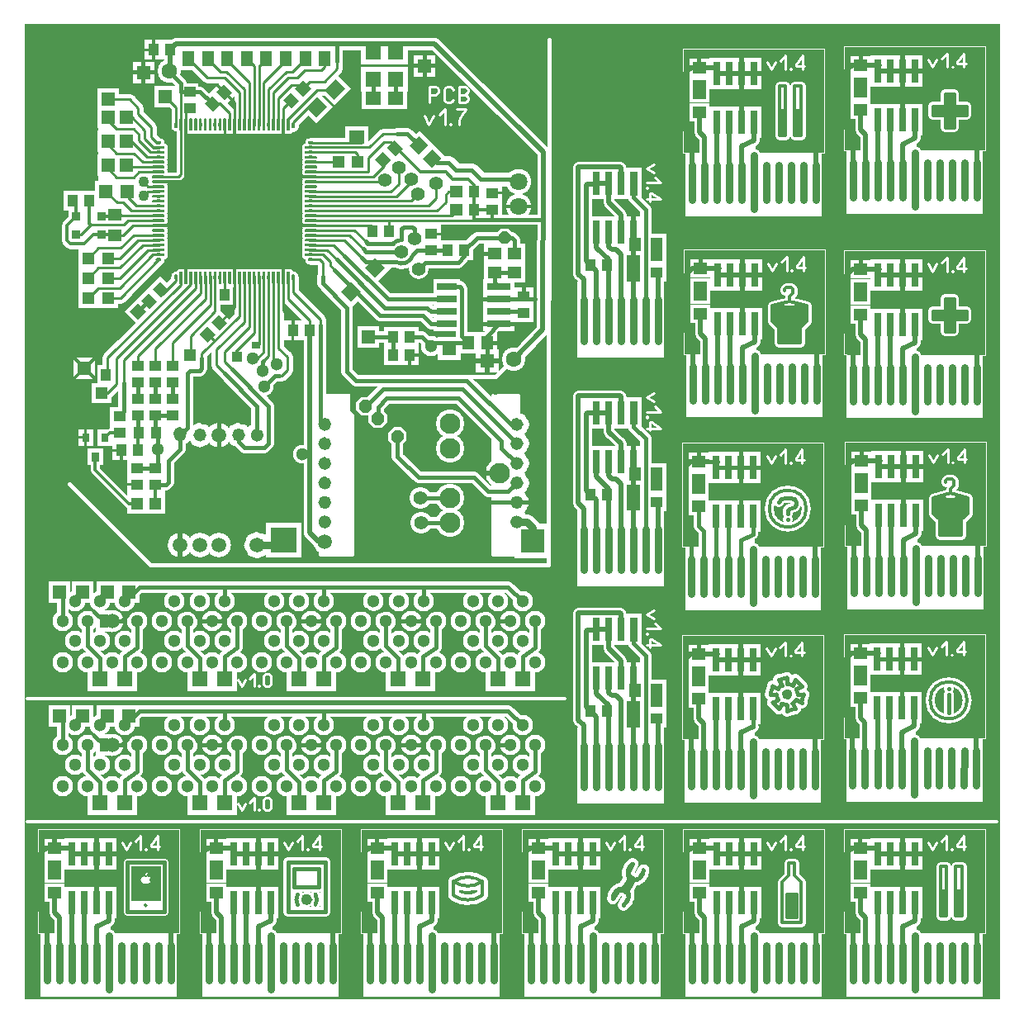
<source format=gtl>
%FSLAX34Y34*%
%MOMM*%
%LNCOPPER_TOP*%
G71*
G01*
%ADD10C, 2.100*%
%ADD11C, 2.300*%
%ADD12C, 1.200*%
%ADD13C, 0.222*%
%ADD14R, 2.600X2.600*%
%ADD15R, 2.200X2.200*%
%ADD16C, 0.286*%
%ADD17R, 2.600X2.500*%
%ADD18C, 1.480*%
%ADD19C, 0.880*%
%ADD20R, 1.500X1.500*%
%ADD21R, 0.900X0.900*%
%ADD22C, 0.600*%
%ADD23C, 1.080*%
%ADD24C, 1.500*%
%ADD25C, 0.300*%
%ADD26C, 2.400*%
%ADD27C, 1.900*%
%ADD28R, 1.900X2.000*%
%ADD29C, 0.900*%
%ADD30R, 2.000X2.000*%
%ADD31R, 3.200X1.600*%
%ADD32R, 1.800X1.700*%
%ADD33R, 2.100X2.400*%
%ADD34R, 2.400X2.200*%
%ADD35C, 2.500*%
%ADD36C, 2.600*%
%ADD37R, 2.000X1.900*%
%ADD38C, 0.400*%
%ADD39R, 1.800X2.000*%
%ADD40C, 2.900*%
%ADD41R, 1.600X1.700*%
%ADD42C, 2.200*%
%ADD43C, 2.000*%
%ADD44C, 1.000*%
%ADD45R, 2.400X2.400*%
%ADD46C, 1.300*%
%ADD47C, 1.900*%
%ADD48C, 1.100*%
%ADD49C, 0.280*%
%ADD50R, 2.200X2.100*%
%ADD51R, 2.100X2.200*%
%ADD52R, 2.800X1.600*%
%ADD53R, 1.900X1.900*%
%ADD54R, 1.700X1.600*%
%ADD55C, 1.400*%
%ADD56R, 1.700X2.200*%
%ADD57C, 1.600*%
%ADD58C, 1.350*%
%ADD59R, 1.600X3.200*%
%ADD60C, 0.200*%
%ADD61C, 0.254*%
%ADD62C, 0.800*%
%ADD63C, 0.100*%
%ADD64C, 1.022*%
%ADD65C, 0.997*%
%ADD66R, 2.000X2.200*%
%ADD67C, 0.150*%
%ADD68C, 0.500*%
%ADD69C, 0.433*%
%ADD70C, 0.297*%
%ADD71C, 0.372*%
%ADD72C, 0.467*%
%ADD73C, 0.308*%
%ADD74C, 0.378*%
%ADD75C, 0.304*%
%ADD76C, 0.317*%
%ADD77C, 0.267*%
%ADD78C, 1.300*%
%ADD79C, 1.500*%
%ADD80R, 1.600X1.600*%
%ADD81R, 1.400X1.400*%
%ADD82R, 1.400X1.300*%
%ADD83R, 0.300X0.300*%
%ADD84C, 1.600*%
%ADD85R, 1.100X1.200*%
%ADD86R, 1.200X1.200*%
%ADD87R, 2.400X0.800*%
%ADD88C, 0.700*%
%ADD89R, 1.200X1.100*%
%ADD90R, 1.300X1.600*%
%ADD91R, 1.600X1.400*%
%ADD92C, 1.800*%
%ADD93R, 1.000X1.200*%
%ADD94C, 2.100*%
%ADD95R, 0.800X0.900*%
%ADD96C, 1.400*%
%ADD97C, 1.100*%
%ADD98R, 1.300X1.400*%
%ADD99R, 2.000X0.800*%
%ADD100C, 2.600*%
%ADD101R, 1.100X1.100*%
%ADD102R, 0.900X0.800*%
%ADD103R, 0.900X1.400*%
%ADD104C, 0.750*%
%ADD105R, 0.800X2.400*%
%ADD106C, 0.900*%
%ADD107C, 0.000*%
%ADD108C, 0.422*%
%ADD109C, 0.397*%
%ADD110R, 1.200X1.400*%
%LPD*%
G36*
X250Y50D02*
X1000250Y50D01*
X1000250Y-999950D01*
X250Y-999950D01*
X250Y50D01*
G37*
%LPC*%
X39552Y-654101D02*
G54D10*
D03*
X65052Y-654101D02*
G54D10*
D03*
X90552Y-654101D02*
G54D10*
D03*
X116052Y-654101D02*
G54D10*
D03*
X141552Y-654101D02*
G54D10*
D03*
X167052Y-654101D02*
G54D10*
D03*
X192552Y-654101D02*
G54D10*
D03*
X218052Y-654101D02*
G54D10*
D03*
X243552Y-654101D02*
G54D10*
D03*
X269052Y-654101D02*
G54D10*
D03*
X294552Y-654101D02*
G54D10*
D03*
X320052Y-654101D02*
G54D10*
D03*
X345552Y-654101D02*
G54D10*
D03*
X371052Y-654101D02*
G54D10*
D03*
X396552Y-654101D02*
G54D10*
D03*
X422052Y-654101D02*
G54D10*
D03*
X447552Y-654102D02*
G54D10*
D03*
X473052Y-654101D02*
G54D10*
D03*
X498552Y-654101D02*
G54D10*
D03*
X524052Y-654101D02*
G54D10*
D03*
X39552Y-611825D02*
G54D10*
D03*
X65052Y-611826D02*
G54D10*
D03*
X90553Y-611825D02*
G54D11*
D03*
X116052Y-611826D02*
G54D10*
D03*
X141552Y-611826D02*
G54D10*
D03*
X167052Y-611826D02*
G54D10*
D03*
X192552Y-611826D02*
G54D10*
D03*
X218052Y-611826D02*
G54D10*
D03*
X243552Y-611826D02*
G54D10*
D03*
X269052Y-611826D02*
G54D10*
D03*
X294552Y-611826D02*
G54D10*
D03*
X320052Y-611826D02*
G54D10*
D03*
X345552Y-611826D02*
G54D10*
D03*
X371052Y-611826D02*
G54D10*
D03*
X396552Y-611826D02*
G54D10*
D03*
X422052Y-611826D02*
G54D10*
D03*
X447552Y-611826D02*
G54D10*
D03*
X473052Y-611826D02*
G54D10*
D03*
X498552Y-611826D02*
G54D10*
D03*
X524052Y-611826D02*
G54D10*
D03*
X52302Y-631826D02*
G54D10*
D03*
X77802Y-631826D02*
G54D10*
D03*
X103302Y-631826D02*
G54D10*
D03*
X154302Y-631826D02*
G54D10*
D03*
X179802Y-631826D02*
G54D10*
D03*
X205302Y-631826D02*
G54D10*
D03*
X256302Y-631826D02*
G54D10*
D03*
X281802Y-631826D02*
G54D10*
D03*
X307302Y-631826D02*
G54D10*
D03*
X358302Y-631826D02*
G54D10*
D03*
X383802Y-631826D02*
G54D10*
D03*
X409302Y-631826D02*
G54D10*
D03*
X460302Y-631826D02*
G54D10*
D03*
X485802Y-631826D02*
G54D10*
D03*
X511302Y-631826D02*
G54D10*
D03*
X52302Y-591825D02*
G54D10*
D03*
X77802Y-591825D02*
G54D10*
D03*
X103302Y-591826D02*
G54D10*
D03*
X154302Y-591826D02*
G54D10*
D03*
X179802Y-591826D02*
G54D10*
D03*
X205302Y-591826D02*
G54D10*
D03*
X256302Y-591826D02*
G54D10*
D03*
X281802Y-591826D02*
G54D10*
D03*
X307302Y-591826D02*
G54D10*
D03*
X358302Y-591826D02*
G54D10*
D03*
X383802Y-591826D02*
G54D10*
D03*
X409302Y-591826D02*
G54D10*
D03*
X460302Y-591826D02*
G54D10*
D03*
X485802Y-591826D02*
G54D10*
D03*
X511302Y-591826D02*
G54D10*
D03*
G54D12*
X205302Y-591826D02*
X205302Y-578930D01*
G54D12*
X307302Y-591826D02*
X307302Y-578930D01*
G54D12*
X409302Y-591826D02*
X409302Y-578930D01*
G54D12*
X116052Y-611826D02*
X116052Y-638605D01*
X103121Y-648230D01*
X103124Y-670851D01*
G54D12*
X65052Y-611826D02*
X65052Y-636860D01*
X77724Y-649532D01*
X77724Y-670851D01*
G54D12*
X218052Y-611826D02*
X218052Y-638605D01*
X205121Y-648230D01*
X205124Y-670851D01*
G54D12*
X167052Y-611826D02*
X167052Y-636860D01*
X179724Y-649532D01*
X179724Y-670851D01*
G54D12*
X320052Y-611826D02*
X320052Y-638605D01*
X307121Y-648230D01*
X307124Y-670851D01*
G54D12*
X269052Y-611826D02*
X269052Y-636860D01*
X281724Y-649532D01*
X281724Y-670851D01*
G54D12*
X422052Y-611826D02*
X422052Y-638605D01*
X409121Y-648230D01*
X409124Y-670851D01*
G54D12*
X371052Y-611826D02*
X371052Y-636860D01*
X383724Y-649532D01*
X383724Y-670851D01*
G54D12*
X524052Y-611826D02*
X524052Y-638605D01*
X511121Y-648230D01*
X511124Y-670851D01*
G54D12*
X473052Y-611826D02*
X473052Y-636860D01*
X485724Y-649532D01*
X485724Y-670851D01*
G54D13*
X219498Y-671492D02*
X223231Y-678492D01*
X226964Y-671492D01*
G54D13*
X231321Y-670714D02*
X235987Y-666048D01*
X235987Y-678492D01*
G54D13*
X241090Y-678492D02*
X240344Y-678492D01*
X240344Y-677870D01*
X241090Y-677870D01*
X241090Y-678492D01*
X240344Y-678492D01*
G54D13*
X252913Y-668381D02*
X252913Y-676159D01*
X251980Y-677714D01*
X250113Y-678492D01*
X248247Y-678492D01*
X246380Y-677714D01*
X245447Y-676159D01*
X245447Y-668381D01*
X246380Y-666826D01*
X248247Y-666048D01*
X250113Y-666048D01*
X251980Y-666826D01*
X252913Y-668381D01*
X77724Y-670851D02*
G54D14*
D03*
X103124Y-670851D02*
G54D14*
D03*
X179724Y-670851D02*
G54D14*
D03*
X205124Y-670851D02*
G54D14*
D03*
X281724Y-670851D02*
G54D14*
D03*
X307124Y-670851D02*
G54D14*
D03*
X383724Y-670851D02*
G54D14*
D03*
X409124Y-670851D02*
G54D14*
D03*
X485724Y-670851D02*
G54D14*
D03*
X511124Y-670851D02*
G54D14*
D03*
X107260Y-581877D02*
G54D15*
D03*
X85035Y-581877D02*
G54D15*
D03*
X59635Y-581877D02*
G54D15*
D03*
X36220Y-581877D02*
G54D15*
D03*
G54D12*
X511302Y-591826D02*
X496174Y-576698D01*
X118430Y-576698D01*
X103302Y-591826D01*
G54D12*
X39552Y-611826D02*
X39552Y-581323D01*
X40585Y-580290D01*
G54D12*
X52302Y-591826D02*
X52302Y-587623D01*
X59635Y-580290D01*
G54D12*
X77802Y-591826D02*
X77802Y-587523D01*
X85035Y-580290D01*
G54D16*
X415188Y-80136D02*
X415188Y-64136D01*
X421188Y-64136D01*
X423588Y-65136D01*
X424788Y-67136D01*
X424788Y-69136D01*
X423588Y-71136D01*
X421188Y-72136D01*
X415188Y-72136D01*
G54D16*
X439988Y-77136D02*
X438788Y-79136D01*
X436388Y-80136D01*
X433988Y-80136D01*
X431588Y-79136D01*
X430388Y-77136D01*
X430388Y-67136D01*
X431588Y-65136D01*
X433988Y-64136D01*
X436388Y-64136D01*
X438788Y-65136D01*
X439988Y-67136D01*
G54D16*
X445588Y-80136D02*
X445588Y-64136D01*
X451588Y-64136D01*
X453988Y-65136D01*
X455188Y-67136D01*
X455188Y-69136D01*
X453988Y-71136D01*
X451588Y-72136D01*
X453988Y-73136D01*
X455188Y-75136D01*
X455188Y-77136D01*
X453988Y-79136D01*
X451588Y-80136D01*
X445588Y-80136D01*
G54D16*
X445588Y-72136D02*
X451588Y-72136D01*
G54D16*
X410141Y-93930D02*
X414941Y-102930D01*
X419741Y-93930D01*
G54D16*
X425341Y-92930D02*
X431341Y-86930D01*
X431341Y-102930D01*
G54D16*
X437901Y-102930D02*
X436941Y-102930D01*
X436941Y-102130D01*
X437901Y-102130D01*
X437901Y-102930D01*
X436941Y-102930D01*
G54D16*
X443501Y-86930D02*
X453101Y-86930D01*
X451901Y-88930D01*
X449501Y-91930D01*
X447101Y-95930D01*
X445901Y-98930D01*
X445901Y-102930D01*
X93049Y-216196D02*
G54D17*
D03*
X93049Y-195196D02*
G54D17*
D03*
G54D18*
X137750Y-201246D02*
X106887Y-201246D01*
X102328Y-205805D01*
X67997Y-205805D01*
X57960Y-215843D01*
X51357Y-215843D01*
G54D18*
X137750Y-196246D02*
X99681Y-196246D01*
X94450Y-191214D01*
G54D18*
X137750Y-206246D02*
X111656Y-206246D01*
X101706Y-216196D01*
X93049Y-216196D01*
G54D19*
X137750Y-156226D02*
X158092Y-156226D01*
X160724Y-153594D01*
X160724Y-103252D01*
X52944Y-196793D02*
G54D20*
D03*
X52944Y-215843D02*
G54D20*
D03*
X79059Y-215843D02*
G54D20*
D03*
X79106Y-196734D02*
G54D20*
D03*
G36*
X271223Y-98752D02*
X280223Y-98752D01*
X280224Y-107752D01*
X271224Y-107752D01*
X271223Y-98752D01*
G37*
G36*
X266223Y-98752D02*
X275223Y-98751D01*
X275224Y-107751D01*
X266224Y-107752D01*
X266223Y-98752D01*
G37*
X265724Y-103252D02*
G54D21*
D03*
X260724Y-103252D02*
G54D21*
D03*
X255724Y-103252D02*
G54D21*
D03*
X250724Y-103252D02*
G54D21*
D03*
G36*
X241223Y-98752D02*
X250223Y-98751D01*
X250224Y-107751D01*
X241224Y-107752D01*
X241223Y-98752D01*
G37*
X240724Y-103252D02*
G54D21*
D03*
X235724Y-103252D02*
G54D21*
D03*
X230724Y-103252D02*
G54D21*
D03*
X225723Y-103252D02*
G54D21*
D03*
G36*
X216223Y-98752D02*
X225223Y-98752D01*
X225224Y-107752D01*
X216224Y-107752D01*
X216223Y-98752D01*
G37*
X215724Y-103252D02*
G54D21*
D03*
X210724Y-103252D02*
G54D21*
D03*
X205724Y-103252D02*
G54D21*
D03*
X200724Y-103252D02*
G54D21*
D03*
X195724Y-103252D02*
G54D21*
D03*
G36*
X186223Y-98752D02*
X195223Y-98751D01*
X195224Y-107751D01*
X186224Y-107752D01*
X186223Y-98752D01*
G37*
G36*
X181223Y-98752D02*
X190223Y-98751D01*
X190224Y-107751D01*
X181224Y-107752D01*
X181223Y-98752D01*
G37*
X180724Y-103252D02*
G54D21*
D03*
X175724Y-103252D02*
G54D21*
D03*
X170724Y-103252D02*
G54D21*
D03*
G36*
X161223Y-98752D02*
X170223Y-98752D01*
X170224Y-107752D01*
X161224Y-107752D01*
X161223Y-98752D01*
G37*
X160724Y-103252D02*
G54D21*
D03*
G36*
X151223Y-98752D02*
X160223Y-98752D01*
X160224Y-107752D01*
X151224Y-107752D01*
X151223Y-98752D01*
G37*
G36*
X276219Y-100221D02*
X277218Y-101221D01*
X277219Y-105721D01*
X276719Y-106221D01*
X274718Y-106221D01*
X274218Y-105721D01*
X274219Y-101221D01*
X275218Y-100221D01*
X276219Y-100221D01*
G37*
G54D22*
X276219Y-100221D02*
X277218Y-101221D01*
X277219Y-105721D01*
X276719Y-106221D01*
X274718Y-106221D01*
X274218Y-105721D01*
X274219Y-101221D01*
X275218Y-100221D01*
X276219Y-100221D01*
G36*
X156218Y-100221D02*
X157218Y-101221D01*
X157219Y-105721D01*
X156718Y-106221D01*
X154719Y-106221D01*
X154219Y-105721D01*
X154219Y-101221D01*
X155219Y-100221D01*
X156218Y-100221D01*
G37*
G54D22*
X156218Y-100221D02*
X157218Y-101221D01*
X157219Y-105721D01*
X156718Y-106221D01*
X154719Y-106221D01*
X154219Y-105721D01*
X154219Y-101221D01*
X155219Y-100221D01*
X156218Y-100221D01*
G36*
X266219Y-96221D02*
X267218Y-97221D01*
X267218Y-108721D01*
X266719Y-109221D01*
X264719Y-109221D01*
X264219Y-108721D01*
X264218Y-97221D01*
X265218Y-96221D01*
X266219Y-96221D01*
G37*
G54D22*
X266219Y-96221D02*
X267218Y-97221D01*
X267218Y-108721D01*
X266719Y-109221D01*
X264719Y-109221D01*
X264219Y-108721D01*
X264218Y-97221D01*
X265218Y-96221D01*
X266219Y-96221D01*
G36*
X261219Y-96221D02*
X262219Y-97221D01*
X262219Y-108721D01*
X261719Y-109221D01*
X259719Y-109221D01*
X259219Y-108721D01*
X259219Y-97221D01*
X260218Y-96221D01*
X261219Y-96221D01*
G37*
G54D22*
X261219Y-96221D02*
X262219Y-97221D01*
X262219Y-108721D01*
X261719Y-109221D01*
X259719Y-109221D01*
X259219Y-108721D01*
X259219Y-97221D01*
X260218Y-96221D01*
X261219Y-96221D01*
G36*
X256219Y-96221D02*
X257218Y-97221D01*
X257219Y-108721D01*
X256718Y-109221D01*
X254718Y-109221D01*
X254218Y-108721D01*
X254219Y-97221D01*
X255218Y-96221D01*
X256219Y-96221D01*
G37*
G54D22*
X256219Y-96221D02*
X257218Y-97221D01*
X257219Y-108721D01*
X256718Y-109221D01*
X254718Y-109221D01*
X254218Y-108721D01*
X254219Y-97221D01*
X255218Y-96221D01*
X256219Y-96221D01*
G36*
X251219Y-96221D02*
X252219Y-97221D01*
X252219Y-108721D01*
X251719Y-109221D01*
X249719Y-109221D01*
X249219Y-108721D01*
X249219Y-97221D01*
X250218Y-96221D01*
X251219Y-96221D01*
G37*
G54D22*
X251219Y-96221D02*
X252219Y-97221D01*
X252219Y-108721D01*
X251719Y-109221D01*
X249719Y-109221D01*
X249219Y-108721D01*
X249219Y-97221D01*
X250218Y-96221D01*
X251219Y-96221D01*
G36*
X246219Y-96221D02*
X247218Y-97221D01*
X247218Y-108721D01*
X246719Y-109221D01*
X244718Y-109221D01*
X244219Y-108721D01*
X244219Y-97221D01*
X245219Y-96221D01*
X246219Y-96221D01*
G37*
G54D22*
X246219Y-96221D02*
X247218Y-97221D01*
X247218Y-108721D01*
X246719Y-109221D01*
X244718Y-109221D01*
X244219Y-108721D01*
X244219Y-97221D01*
X245219Y-96221D01*
X246219Y-96221D01*
G36*
X241218Y-96221D02*
X242219Y-97221D01*
X242218Y-108721D01*
X241719Y-109221D01*
X239718Y-109221D01*
X239218Y-108721D01*
X239219Y-97221D01*
X240219Y-96221D01*
X241218Y-96221D01*
G37*
G54D22*
X241218Y-96221D02*
X242219Y-97221D01*
X242218Y-108721D01*
X241719Y-109221D01*
X239718Y-109221D01*
X239218Y-108721D01*
X239219Y-97221D01*
X240219Y-96221D01*
X241218Y-96221D01*
G36*
X236218Y-96221D02*
X237219Y-97221D01*
X237218Y-108721D01*
X236718Y-109221D01*
X234719Y-109221D01*
X234219Y-108721D01*
X234219Y-97221D01*
X235219Y-96221D01*
X236218Y-96221D01*
G37*
G54D22*
X236218Y-96221D02*
X237219Y-97221D01*
X237218Y-108721D01*
X236718Y-109221D01*
X234719Y-109221D01*
X234219Y-108721D01*
X234219Y-97221D01*
X235219Y-96221D01*
X236218Y-96221D01*
G36*
X231218Y-96221D02*
X232218Y-97221D01*
X232219Y-108721D01*
X231718Y-109221D01*
X229719Y-109221D01*
X229218Y-108721D01*
X229218Y-97221D01*
X230218Y-96221D01*
X231218Y-96221D01*
G37*
G54D22*
X231218Y-96221D02*
X232218Y-97221D01*
X232219Y-108721D01*
X231718Y-109221D01*
X229719Y-109221D01*
X229218Y-108721D01*
X229218Y-97221D01*
X230218Y-96221D01*
X231218Y-96221D01*
G36*
X226218Y-96221D02*
X227219Y-97221D01*
X227219Y-108721D01*
X226719Y-109221D01*
X224718Y-109221D01*
X224218Y-108721D01*
X224218Y-97221D01*
X225219Y-96221D01*
X226218Y-96221D01*
G37*
G54D22*
X226218Y-96221D02*
X227219Y-97221D01*
X227219Y-108721D01*
X226719Y-109221D01*
X224718Y-109221D01*
X224218Y-108721D01*
X224218Y-97221D01*
X225219Y-96221D01*
X226218Y-96221D01*
G36*
X221219Y-96221D02*
X222219Y-97221D01*
X222219Y-108721D01*
X221719Y-109221D01*
X219719Y-109221D01*
X219218Y-108721D01*
X219219Y-97221D01*
X220219Y-96221D01*
X221219Y-96221D01*
G37*
G54D22*
X221219Y-96221D02*
X222219Y-97221D01*
X222219Y-108721D01*
X221719Y-109221D01*
X219719Y-109221D01*
X219218Y-108721D01*
X219219Y-97221D01*
X220219Y-96221D01*
X221219Y-96221D01*
G36*
X216219Y-96221D02*
X217219Y-97221D01*
X217219Y-108721D01*
X216718Y-109221D01*
X214718Y-109221D01*
X214219Y-108721D01*
X214219Y-97221D01*
X215219Y-96221D01*
X216219Y-96221D01*
G37*
G54D22*
X216219Y-96221D02*
X217219Y-97221D01*
X217219Y-108721D01*
X216718Y-109221D01*
X214718Y-109221D01*
X214219Y-108721D01*
X214219Y-97221D01*
X215219Y-96221D01*
X216219Y-96221D01*
G36*
X211218Y-96221D02*
X212218Y-97221D01*
X212218Y-108721D01*
X211719Y-109221D01*
X209718Y-109221D01*
X209218Y-108721D01*
X209218Y-97221D01*
X210218Y-96221D01*
X211218Y-96221D01*
G37*
G54D22*
X211218Y-96221D02*
X212218Y-97221D01*
X212218Y-108721D01*
X211719Y-109221D01*
X209718Y-109221D01*
X209218Y-108721D01*
X209218Y-97221D01*
X210218Y-96221D01*
X211218Y-96221D01*
G36*
X206219Y-96221D02*
X207219Y-97221D01*
X207219Y-108721D01*
X206718Y-109221D01*
X204719Y-109221D01*
X204219Y-108721D01*
X204219Y-97221D01*
X205219Y-96221D01*
X206219Y-96221D01*
G37*
G54D22*
X206219Y-96221D02*
X207219Y-97221D01*
X207219Y-108721D01*
X206718Y-109221D01*
X204719Y-109221D01*
X204219Y-108721D01*
X204219Y-97221D01*
X205219Y-96221D01*
X206219Y-96221D01*
G36*
X201219Y-96221D02*
X202219Y-97221D01*
X202218Y-108721D01*
X201719Y-109221D01*
X199719Y-109221D01*
X199218Y-108721D01*
X199219Y-97221D01*
X200218Y-96221D01*
X201219Y-96221D01*
G37*
G54D22*
X201219Y-96221D02*
X202219Y-97221D01*
X202218Y-108721D01*
X201719Y-109221D01*
X199719Y-109221D01*
X199218Y-108721D01*
X199219Y-97221D01*
X200218Y-96221D01*
X201219Y-96221D01*
G36*
X196219Y-96221D02*
X197219Y-97221D01*
X197219Y-108721D01*
X196718Y-109221D01*
X194719Y-109221D01*
X194219Y-108721D01*
X194219Y-97221D01*
X195219Y-96221D01*
X196219Y-96221D01*
G37*
G54D22*
X196219Y-96221D02*
X197219Y-97221D01*
X197219Y-108721D01*
X196718Y-109221D01*
X194719Y-109221D01*
X194219Y-108721D01*
X194219Y-97221D01*
X195219Y-96221D01*
X196219Y-96221D01*
G36*
X191219Y-96221D02*
X192219Y-97221D01*
X192218Y-108721D01*
X191719Y-109221D01*
X189718Y-109221D01*
X189218Y-108721D01*
X189219Y-97221D01*
X190219Y-96221D01*
X191219Y-96221D01*
G37*
G54D22*
X191219Y-96221D02*
X192219Y-97221D01*
X192218Y-108721D01*
X191719Y-109221D01*
X189718Y-109221D01*
X189218Y-108721D01*
X189219Y-97221D01*
X190219Y-96221D01*
X191219Y-96221D01*
G36*
X186218Y-96221D02*
X187219Y-97221D01*
X187219Y-108721D01*
X186719Y-109221D01*
X184719Y-109221D01*
X184219Y-108721D01*
X184219Y-97221D01*
X185219Y-96221D01*
X186218Y-96221D01*
G37*
G54D22*
X186218Y-96221D02*
X187219Y-97221D01*
X187219Y-108721D01*
X186719Y-109221D01*
X184719Y-109221D01*
X184219Y-108721D01*
X184219Y-97221D01*
X185219Y-96221D01*
X186218Y-96221D01*
G36*
X181219Y-96221D02*
X182218Y-97221D01*
X182218Y-108721D01*
X181719Y-109221D01*
X179718Y-109221D01*
X179219Y-108721D01*
X179219Y-97221D01*
X180218Y-96221D01*
X181219Y-96221D01*
G37*
G54D22*
X181219Y-96221D02*
X182218Y-97221D01*
X182218Y-108721D01*
X181719Y-109221D01*
X179718Y-109221D01*
X179219Y-108721D01*
X179219Y-97221D01*
X180218Y-96221D01*
X181219Y-96221D01*
G36*
X176219Y-96221D02*
X177218Y-97221D01*
X177218Y-108721D01*
X176719Y-109221D01*
X174719Y-109221D01*
X174219Y-108721D01*
X174219Y-97221D01*
X175219Y-96221D01*
X176219Y-96221D01*
G37*
G54D22*
X176219Y-96221D02*
X177218Y-97221D01*
X177218Y-108721D01*
X176719Y-109221D01*
X174719Y-109221D01*
X174219Y-108721D01*
X174219Y-97221D01*
X175219Y-96221D01*
X176219Y-96221D01*
G36*
X171219Y-96221D02*
X172219Y-97221D01*
X172219Y-108721D01*
X171719Y-109221D01*
X169718Y-109221D01*
X169219Y-108721D01*
X169219Y-97221D01*
X170218Y-96221D01*
X171219Y-96221D01*
G37*
G54D22*
X171219Y-96221D02*
X172219Y-97221D01*
X172219Y-108721D01*
X171719Y-109221D01*
X169718Y-109221D01*
X169219Y-108721D01*
X169219Y-97221D01*
X170218Y-96221D01*
X171219Y-96221D01*
G36*
X166219Y-96221D02*
X167218Y-97221D01*
X167219Y-108721D01*
X166719Y-109221D01*
X164718Y-109221D01*
X164218Y-108721D01*
X164218Y-97221D01*
X165219Y-96221D01*
X166219Y-96221D01*
G37*
G54D22*
X166219Y-96221D02*
X167218Y-97221D01*
X167219Y-108721D01*
X166719Y-109221D01*
X164718Y-109221D01*
X164218Y-108721D01*
X164218Y-97221D01*
X165219Y-96221D01*
X166219Y-96221D01*
G36*
X161218Y-96221D02*
X162219Y-97221D01*
X162219Y-108721D01*
X161718Y-109221D01*
X159719Y-109221D01*
X159219Y-108721D01*
X159219Y-97221D01*
X160219Y-96221D01*
X161218Y-96221D01*
G37*
G54D22*
X161218Y-96221D02*
X162219Y-97221D01*
X162219Y-108721D01*
X161718Y-109221D01*
X159719Y-109221D01*
X159219Y-108721D01*
X159219Y-97221D01*
X160219Y-96221D01*
X161218Y-96221D01*
G36*
X271219Y-96221D02*
X272218Y-97221D01*
X272218Y-108721D01*
X271719Y-109221D01*
X269719Y-109221D01*
X269219Y-108721D01*
X269219Y-97221D01*
X270219Y-96221D01*
X271219Y-96221D01*
G37*
G54D22*
X271219Y-96221D02*
X272218Y-97221D01*
X272218Y-108721D01*
X271719Y-109221D01*
X269719Y-109221D01*
X269219Y-108721D01*
X269219Y-97221D01*
X270219Y-96221D01*
X271219Y-96221D01*
X293687Y-241216D02*
G54D21*
D03*
X293687Y-236216D02*
G54D21*
D03*
X293687Y-231216D02*
G54D21*
D03*
X293687Y-226216D02*
G54D21*
D03*
X293687Y-221216D02*
G54D21*
D03*
X293687Y-216216D02*
G54D21*
D03*
X293687Y-211216D02*
G54D21*
D03*
X293687Y-206216D02*
G54D21*
D03*
X293687Y-201216D02*
G54D21*
D03*
X293687Y-196216D02*
G54D21*
D03*
X293687Y-191216D02*
G54D21*
D03*
X293688Y-186216D02*
G54D21*
D03*
X293688Y-181216D02*
G54D21*
D03*
X293687Y-176216D02*
G54D21*
D03*
X293687Y-171216D02*
G54D21*
D03*
X293687Y-166216D02*
G54D21*
D03*
X293688Y-161216D02*
G54D21*
D03*
X293687Y-156216D02*
G54D21*
D03*
X293687Y-151216D02*
G54D21*
D03*
X293687Y-146216D02*
G54D21*
D03*
X293687Y-141216D02*
G54D21*
D03*
X293687Y-136216D02*
G54D21*
D03*
X293687Y-131216D02*
G54D21*
D03*
X293687Y-126216D02*
G54D21*
D03*
X293687Y-121216D02*
G54D21*
D03*
G36*
X296718Y-241721D02*
X295719Y-242721D01*
X291219Y-242721D01*
X290718Y-242221D01*
X290718Y-240221D01*
X291218Y-239721D01*
X295719Y-239721D01*
X296718Y-240721D01*
X296718Y-241721D01*
G37*
G54D22*
X296718Y-241721D02*
X295719Y-242721D01*
X291219Y-242721D01*
X290718Y-242221D01*
X290718Y-240221D01*
X291218Y-239721D01*
X295719Y-239721D01*
X296718Y-240721D01*
X296718Y-241721D01*
G36*
X296719Y-121721D02*
X295718Y-122721D01*
X291218Y-122721D01*
X290719Y-122221D01*
X290719Y-120221D01*
X291218Y-119721D01*
X295718Y-119721D01*
X296718Y-120721D01*
X296719Y-121721D01*
G37*
G54D22*
X296719Y-121721D02*
X295718Y-122721D01*
X291218Y-122721D01*
X290719Y-122221D01*
X290719Y-120221D01*
X291218Y-119721D01*
X295718Y-119721D01*
X296718Y-120721D01*
X296719Y-121721D01*
G36*
X300719Y-231721D02*
X299719Y-232721D01*
X288218Y-232721D01*
X287719Y-232221D01*
X287718Y-230221D01*
X288218Y-229721D01*
X299718Y-229721D01*
X300719Y-230721D01*
X300719Y-231721D01*
G37*
G54D22*
X300719Y-231721D02*
X299719Y-232721D01*
X288218Y-232721D01*
X287719Y-232221D01*
X287718Y-230221D01*
X288218Y-229721D01*
X299718Y-229721D01*
X300719Y-230721D01*
X300719Y-231721D01*
G36*
X300719Y-226721D02*
X299718Y-227721D01*
X288218Y-227721D01*
X287718Y-227221D01*
X287719Y-225221D01*
X288218Y-224721D01*
X299719Y-224721D01*
X300718Y-225721D01*
X300719Y-226721D01*
G37*
G54D22*
X300719Y-226721D02*
X299718Y-227721D01*
X288218Y-227721D01*
X287718Y-227221D01*
X287719Y-225221D01*
X288218Y-224721D01*
X299719Y-224721D01*
X300718Y-225721D01*
X300719Y-226721D01*
G36*
X300719Y-221721D02*
X299719Y-222721D01*
X288218Y-222721D01*
X287719Y-222221D01*
X287719Y-220221D01*
X288219Y-219721D01*
X299718Y-219721D01*
X300719Y-220721D01*
X300719Y-221721D01*
G37*
G54D22*
X300719Y-221721D02*
X299719Y-222721D01*
X288218Y-222721D01*
X287719Y-222221D01*
X287719Y-220221D01*
X288219Y-219721D01*
X299718Y-219721D01*
X300719Y-220721D01*
X300719Y-221721D01*
G36*
X300719Y-216721D02*
X299718Y-217721D01*
X288218Y-217721D01*
X287719Y-217221D01*
X287718Y-215221D01*
X288219Y-214721D01*
X299718Y-214721D01*
X300719Y-215721D01*
X300719Y-216721D01*
G37*
G54D22*
X300719Y-216721D02*
X299718Y-217721D01*
X288218Y-217721D01*
X287719Y-217221D01*
X287718Y-215221D01*
X288219Y-214721D01*
X299718Y-214721D01*
X300719Y-215721D01*
X300719Y-216721D01*
G36*
X300719Y-211721D02*
X299718Y-212721D01*
X288219Y-212721D01*
X287718Y-212221D01*
X287719Y-210221D01*
X288219Y-209721D01*
X299718Y-209721D01*
X300719Y-210721D01*
X300719Y-211721D01*
G37*
G54D22*
X300719Y-211721D02*
X299718Y-212721D01*
X288219Y-212721D01*
X287718Y-212221D01*
X287719Y-210221D01*
X288219Y-209721D01*
X299718Y-209721D01*
X300719Y-210721D01*
X300719Y-211721D01*
G36*
X300719Y-206721D02*
X299719Y-207721D01*
X288219Y-207721D01*
X287719Y-207221D01*
X287718Y-205221D01*
X288218Y-204721D01*
X299719Y-204721D01*
X300719Y-205721D01*
X300719Y-206721D01*
G37*
G54D22*
X300719Y-206721D02*
X299719Y-207721D01*
X288219Y-207721D01*
X287719Y-207221D01*
X287718Y-205221D01*
X288218Y-204721D01*
X299719Y-204721D01*
X300719Y-205721D01*
X300719Y-206721D01*
G36*
X300718Y-201721D02*
X299718Y-202721D01*
X288219Y-202721D01*
X287718Y-202221D01*
X287718Y-200221D01*
X288219Y-199721D01*
X299719Y-199721D01*
X300718Y-200721D01*
X300718Y-201721D01*
G37*
G54D22*
X300718Y-201721D02*
X299718Y-202721D01*
X288219Y-202721D01*
X287718Y-202221D01*
X287718Y-200221D01*
X288219Y-199721D01*
X299719Y-199721D01*
X300718Y-200721D01*
X300718Y-201721D01*
G36*
X300719Y-196721D02*
X299719Y-197721D01*
X288218Y-197721D01*
X287718Y-197221D01*
X287719Y-195221D01*
X288219Y-194721D01*
X299719Y-194721D01*
X300719Y-195721D01*
X300719Y-196721D01*
G37*
G54D22*
X300719Y-196721D02*
X299719Y-197721D01*
X288218Y-197721D01*
X287718Y-197221D01*
X287719Y-195221D01*
X288219Y-194721D01*
X299719Y-194721D01*
X300719Y-195721D01*
X300719Y-196721D01*
G36*
X300719Y-191721D02*
X299718Y-192721D01*
X288218Y-192721D01*
X287718Y-192221D01*
X287718Y-190221D01*
X288218Y-189721D01*
X299718Y-189721D01*
X300719Y-190721D01*
X300719Y-191721D01*
G37*
G54D22*
X300719Y-191721D02*
X299718Y-192721D01*
X288218Y-192721D01*
X287718Y-192221D01*
X287718Y-190221D01*
X288218Y-189721D01*
X299718Y-189721D01*
X300719Y-190721D01*
X300719Y-191721D01*
G36*
X300718Y-186721D02*
X299719Y-187721D01*
X288218Y-187721D01*
X287718Y-187221D01*
X287718Y-185221D01*
X288218Y-184721D01*
X299719Y-184721D01*
X300719Y-185721D01*
X300718Y-186721D01*
G37*
G54D22*
X300718Y-186721D02*
X299719Y-187721D01*
X288218Y-187721D01*
X287718Y-187221D01*
X287718Y-185221D01*
X288218Y-184721D01*
X299719Y-184721D01*
X300719Y-185721D01*
X300718Y-186721D01*
G36*
X300719Y-181721D02*
X299719Y-182721D01*
X288219Y-182721D01*
X287718Y-182221D01*
X287718Y-180221D01*
X288218Y-179721D01*
X299718Y-179721D01*
X300719Y-180721D01*
X300719Y-181721D01*
G37*
G54D22*
X300719Y-181721D02*
X299719Y-182721D01*
X288219Y-182721D01*
X287718Y-182221D01*
X287718Y-180221D01*
X288218Y-179721D01*
X299718Y-179721D01*
X300719Y-180721D01*
X300719Y-181721D01*
G36*
X300718Y-176721D02*
X299718Y-177721D01*
X288218Y-177721D01*
X287718Y-177221D01*
X287719Y-175221D01*
X288219Y-174721D01*
X299719Y-174721D01*
X300719Y-175721D01*
X300718Y-176721D01*
G37*
G54D22*
X300718Y-176721D02*
X299718Y-177721D01*
X288218Y-177721D01*
X287718Y-177221D01*
X287719Y-175221D01*
X288219Y-174721D01*
X299719Y-174721D01*
X300719Y-175721D01*
X300718Y-176721D01*
G36*
X300719Y-171721D02*
X299718Y-172721D01*
X288218Y-172721D01*
X287719Y-172221D01*
X287718Y-170221D01*
X288218Y-169721D01*
X299719Y-169721D01*
X300719Y-170721D01*
X300719Y-171721D01*
G37*
G54D22*
X300719Y-171721D02*
X299718Y-172721D01*
X288218Y-172721D01*
X287719Y-172221D01*
X287718Y-170221D01*
X288218Y-169721D01*
X299719Y-169721D01*
X300719Y-170721D01*
X300719Y-171721D01*
G36*
X300719Y-166721D02*
X299718Y-167721D01*
X288218Y-167721D01*
X287718Y-167221D01*
X287719Y-165221D01*
X288219Y-164721D01*
X299718Y-164721D01*
X300719Y-165721D01*
X300719Y-166721D01*
G37*
G54D22*
X300719Y-166721D02*
X299718Y-167721D01*
X288218Y-167721D01*
X287718Y-167221D01*
X287719Y-165221D01*
X288219Y-164721D01*
X299718Y-164721D01*
X300719Y-165721D01*
X300719Y-166721D01*
G36*
X300719Y-161721D02*
X299718Y-162721D01*
X288219Y-162721D01*
X287719Y-162221D01*
X287718Y-160221D01*
X288219Y-159721D01*
X299719Y-159721D01*
X300719Y-160721D01*
X300719Y-161721D01*
G37*
G54D22*
X300719Y-161721D02*
X299718Y-162721D01*
X288219Y-162721D01*
X287719Y-162221D01*
X287718Y-160221D01*
X288219Y-159721D01*
X299719Y-159721D01*
X300719Y-160721D01*
X300719Y-161721D01*
G36*
X300718Y-156721D02*
X299718Y-157721D01*
X288219Y-157721D01*
X287718Y-157221D01*
X287718Y-155221D01*
X288219Y-154721D01*
X299718Y-154721D01*
X300719Y-155721D01*
X300718Y-156721D01*
G37*
G54D22*
X300718Y-156721D02*
X299718Y-157721D01*
X288219Y-157721D01*
X287718Y-157221D01*
X287718Y-155221D01*
X288219Y-154721D01*
X299718Y-154721D01*
X300719Y-155721D01*
X300718Y-156721D01*
G36*
X300719Y-151721D02*
X299718Y-152721D01*
X288218Y-152721D01*
X287718Y-152221D01*
X287718Y-150221D01*
X288218Y-149721D01*
X299719Y-149721D01*
X300719Y-150721D01*
X300719Y-151721D01*
G37*
G54D22*
X300719Y-151721D02*
X299718Y-152721D01*
X288218Y-152721D01*
X287718Y-152221D01*
X287718Y-150221D01*
X288218Y-149721D01*
X299719Y-149721D01*
X300719Y-150721D01*
X300719Y-151721D01*
G36*
X300719Y-146721D02*
X299718Y-147721D01*
X288219Y-147721D01*
X287718Y-147221D01*
X287718Y-145221D01*
X288218Y-144721D01*
X299718Y-144721D01*
X300718Y-145721D01*
X300719Y-146721D01*
G37*
G54D22*
X300719Y-146721D02*
X299718Y-147721D01*
X288219Y-147721D01*
X287718Y-147221D01*
X287718Y-145221D01*
X288218Y-144721D01*
X299718Y-144721D01*
X300718Y-145721D01*
X300719Y-146721D01*
G36*
X300719Y-141721D02*
X299718Y-142721D01*
X288219Y-142721D01*
X287718Y-142221D01*
X287718Y-140221D01*
X288219Y-139721D01*
X299718Y-139721D01*
X300718Y-140721D01*
X300719Y-141721D01*
G37*
G54D22*
X300719Y-141721D02*
X299718Y-142721D01*
X288219Y-142721D01*
X287718Y-142221D01*
X287718Y-140221D01*
X288219Y-139721D01*
X299718Y-139721D01*
X300718Y-140721D01*
X300719Y-141721D01*
G36*
X300719Y-136721D02*
X299718Y-137721D01*
X288218Y-137721D01*
X287718Y-137221D01*
X287719Y-135221D01*
X288218Y-134721D01*
X299718Y-134721D01*
X300719Y-135721D01*
X300719Y-136721D01*
G37*
G54D22*
X300719Y-136721D02*
X299718Y-137721D01*
X288218Y-137721D01*
X287718Y-137221D01*
X287719Y-135221D01*
X288218Y-134721D01*
X299718Y-134721D01*
X300719Y-135721D01*
X300719Y-136721D01*
G36*
X300719Y-131721D02*
X299719Y-132721D01*
X288219Y-132721D01*
X287718Y-132221D01*
X287718Y-130221D01*
X288218Y-129721D01*
X299718Y-129721D01*
X300719Y-130721D01*
X300719Y-131721D01*
G37*
G54D22*
X300719Y-131721D02*
X299719Y-132721D01*
X288219Y-132721D01*
X287718Y-132221D01*
X287718Y-130221D01*
X288218Y-129721D01*
X299718Y-129721D01*
X300719Y-130721D01*
X300719Y-131721D01*
G36*
X300719Y-126721D02*
X299718Y-127721D01*
X288218Y-127721D01*
X287718Y-127221D01*
X287718Y-125221D01*
X288219Y-124721D01*
X299718Y-124721D01*
X300718Y-125721D01*
X300719Y-126721D01*
G37*
G54D22*
X300719Y-126721D02*
X299718Y-127721D01*
X288218Y-127721D01*
X287718Y-127221D01*
X287718Y-125221D01*
X288219Y-124721D01*
X299718Y-124721D01*
X300718Y-125721D01*
X300719Y-126721D01*
G36*
X300719Y-236721D02*
X299718Y-237721D01*
X288219Y-237721D01*
X287718Y-237221D01*
X287718Y-235221D01*
X288218Y-234721D01*
X299718Y-234721D01*
X300719Y-235721D01*
X300719Y-236721D01*
G37*
G54D22*
X300719Y-236721D02*
X299718Y-237721D01*
X288219Y-237721D01*
X287718Y-237221D01*
X287718Y-235221D01*
X288218Y-234721D01*
X299718Y-234721D01*
X300719Y-235721D01*
X300719Y-236721D01*
X155724Y-259189D02*
G54D21*
D03*
X160723Y-259190D02*
G54D21*
D03*
X165724Y-259190D02*
G54D21*
D03*
X170724Y-259189D02*
G54D21*
D03*
X175724Y-259190D02*
G54D21*
D03*
X180724Y-259190D02*
G54D21*
D03*
X185724Y-259190D02*
G54D21*
D03*
X190724Y-259189D02*
G54D21*
D03*
X195724Y-259189D02*
G54D21*
D03*
X200723Y-259190D02*
G54D21*
D03*
X205724Y-259190D02*
G54D21*
D03*
X210724Y-259190D02*
G54D21*
D03*
X215723Y-259190D02*
G54D21*
D03*
X220724Y-259190D02*
G54D21*
D03*
X225724Y-259189D02*
G54D21*
D03*
X230724Y-259190D02*
G54D21*
D03*
X235724Y-259190D02*
G54D21*
D03*
X240724Y-259190D02*
G54D21*
D03*
X245724Y-259190D02*
G54D21*
D03*
X250723Y-259190D02*
G54D21*
D03*
X255723Y-259190D02*
G54D21*
D03*
X260724Y-259190D02*
G54D21*
D03*
X265723Y-259190D02*
G54D21*
D03*
X270723Y-259190D02*
G54D21*
D03*
X275724Y-259190D02*
G54D21*
D03*
G36*
X155219Y-262221D02*
X154218Y-261221D01*
X154219Y-256721D01*
X154719Y-256221D01*
X156718Y-256221D01*
X157218Y-256721D01*
X157219Y-261221D01*
X156218Y-262221D01*
X155219Y-262221D01*
G37*
G54D22*
X155219Y-262221D02*
X154218Y-261221D01*
X154219Y-256721D01*
X154719Y-256221D01*
X156718Y-256221D01*
X157218Y-256721D01*
X157219Y-261221D01*
X156218Y-262221D01*
X155219Y-262221D01*
G36*
X275219Y-262221D02*
X274219Y-261221D01*
X274218Y-256721D01*
X274719Y-256221D01*
X276719Y-256221D01*
X277219Y-256721D01*
X277219Y-261221D01*
X276219Y-262221D01*
X275219Y-262221D01*
G37*
G54D22*
X275219Y-262221D02*
X274219Y-261221D01*
X274218Y-256721D01*
X274719Y-256221D01*
X276719Y-256221D01*
X277219Y-256721D01*
X277219Y-261221D01*
X276219Y-262221D01*
X275219Y-262221D01*
G36*
X165219Y-266221D02*
X164219Y-265221D01*
X164218Y-253721D01*
X164718Y-253221D01*
X166718Y-253221D01*
X167219Y-253721D01*
X167219Y-265221D01*
X166219Y-266221D01*
X165219Y-266221D01*
G37*
G54D22*
X165219Y-266221D02*
X164219Y-265221D01*
X164218Y-253721D01*
X164718Y-253221D01*
X166718Y-253221D01*
X167219Y-253721D01*
X167219Y-265221D01*
X166219Y-266221D01*
X165219Y-266221D01*
G36*
X170219Y-266221D02*
X169219Y-265221D01*
X169219Y-253721D01*
X169719Y-253221D01*
X171719Y-253221D01*
X172218Y-253721D01*
X172219Y-265221D01*
X171219Y-266221D01*
X170219Y-266221D01*
G37*
G54D22*
X170219Y-266221D02*
X169219Y-265221D01*
X169219Y-253721D01*
X169719Y-253221D01*
X171719Y-253221D01*
X172218Y-253721D01*
X172219Y-265221D01*
X171219Y-266221D01*
X170219Y-266221D01*
G36*
X175218Y-266221D02*
X174219Y-265221D01*
X174219Y-253721D01*
X174719Y-253221D01*
X176719Y-253221D01*
X177219Y-253721D01*
X177219Y-265221D01*
X176218Y-266221D01*
X175218Y-266221D01*
G37*
G54D22*
X175218Y-266221D02*
X174219Y-265221D01*
X174219Y-253721D01*
X174719Y-253221D01*
X176719Y-253221D01*
X177219Y-253721D01*
X177219Y-265221D01*
X176218Y-266221D01*
X175218Y-266221D01*
G36*
X180219Y-266221D02*
X179219Y-265221D01*
X179218Y-253721D01*
X179718Y-253221D01*
X181719Y-253221D01*
X182219Y-253721D01*
X182219Y-265221D01*
X181219Y-266221D01*
X180219Y-266221D01*
G37*
G54D22*
X180219Y-266221D02*
X179219Y-265221D01*
X179218Y-253721D01*
X179718Y-253221D01*
X181719Y-253221D01*
X182219Y-253721D01*
X182219Y-265221D01*
X181219Y-266221D01*
X180219Y-266221D01*
G36*
X185219Y-266221D02*
X184218Y-265221D01*
X184219Y-253721D01*
X184719Y-253221D01*
X186718Y-253221D01*
X187219Y-253721D01*
X187218Y-265221D01*
X186219Y-266221D01*
X185219Y-266221D01*
G37*
G54D22*
X185219Y-266221D02*
X184218Y-265221D01*
X184219Y-253721D01*
X184719Y-253221D01*
X186718Y-253221D01*
X187219Y-253721D01*
X187218Y-265221D01*
X186219Y-266221D01*
X185219Y-266221D01*
G36*
X190219Y-266221D02*
X189218Y-265221D01*
X189218Y-253721D01*
X189718Y-253221D01*
X191719Y-253221D01*
X192219Y-253721D01*
X192219Y-265221D01*
X191219Y-266221D01*
X190219Y-266221D01*
G37*
G54D22*
X190219Y-266221D02*
X189218Y-265221D01*
X189218Y-253721D01*
X189718Y-253221D01*
X191719Y-253221D01*
X192219Y-253721D01*
X192219Y-265221D01*
X191219Y-266221D01*
X190219Y-266221D01*
G36*
X195218Y-266221D02*
X194218Y-265221D01*
X194218Y-253721D01*
X194719Y-253221D01*
X196718Y-253221D01*
X197219Y-253721D01*
X197218Y-265221D01*
X196219Y-266221D01*
X195218Y-266221D01*
G37*
G54D22*
X195218Y-266221D02*
X194218Y-265221D01*
X194218Y-253721D01*
X194719Y-253221D01*
X196718Y-253221D01*
X197219Y-253721D01*
X197218Y-265221D01*
X196219Y-266221D01*
X195218Y-266221D01*
G36*
X200218Y-266221D02*
X199218Y-265221D01*
X199219Y-253721D01*
X199719Y-253221D01*
X201719Y-253221D01*
X202219Y-253721D01*
X202219Y-265221D01*
X201219Y-266221D01*
X200218Y-266221D01*
G37*
G54D22*
X200218Y-266221D02*
X199218Y-265221D01*
X199219Y-253721D01*
X199719Y-253221D01*
X201719Y-253221D01*
X202219Y-253721D01*
X202219Y-265221D01*
X201219Y-266221D01*
X200218Y-266221D01*
G36*
X205219Y-266221D02*
X204218Y-265221D01*
X204219Y-253721D01*
X204719Y-253221D01*
X206719Y-253221D01*
X207219Y-253721D01*
X207219Y-265221D01*
X206219Y-266221D01*
X205219Y-266221D01*
G37*
G54D22*
X205219Y-266221D02*
X204218Y-265221D01*
X204219Y-253721D01*
X204719Y-253221D01*
X206719Y-253221D01*
X207219Y-253721D01*
X207219Y-265221D01*
X206219Y-266221D01*
X205219Y-266221D01*
G36*
X210219Y-266221D02*
X209219Y-265221D01*
X209219Y-253721D01*
X209718Y-253221D01*
X211719Y-253221D01*
X212218Y-253721D01*
X212218Y-265221D01*
X211219Y-266221D01*
X210219Y-266221D01*
G37*
G54D22*
X210219Y-266221D02*
X209219Y-265221D01*
X209219Y-253721D01*
X209718Y-253221D01*
X211719Y-253221D01*
X212218Y-253721D01*
X212218Y-265221D01*
X211219Y-266221D01*
X210219Y-266221D01*
G36*
X215219Y-266221D02*
X214219Y-265221D01*
X214218Y-253721D01*
X214718Y-253221D01*
X216719Y-253221D01*
X217218Y-253721D01*
X217219Y-265221D01*
X216219Y-266221D01*
X215219Y-266221D01*
G37*
G54D22*
X215219Y-266221D02*
X214219Y-265221D01*
X214218Y-253721D01*
X214718Y-253221D01*
X216719Y-253221D01*
X217218Y-253721D01*
X217219Y-265221D01*
X216219Y-266221D01*
X215219Y-266221D01*
G36*
X220218Y-266221D02*
X219218Y-265221D01*
X219219Y-253721D01*
X219718Y-253221D01*
X221719Y-253221D01*
X222219Y-253721D01*
X222219Y-265221D01*
X221219Y-266221D01*
X220218Y-266221D01*
G37*
G54D22*
X220218Y-266221D02*
X219218Y-265221D01*
X219219Y-253721D01*
X219718Y-253221D01*
X221719Y-253221D01*
X222219Y-253721D01*
X222219Y-265221D01*
X221219Y-266221D01*
X220218Y-266221D01*
G36*
X225219Y-266221D02*
X224219Y-265221D01*
X224218Y-253721D01*
X224719Y-253221D01*
X226718Y-253221D01*
X227218Y-253721D01*
X227219Y-265221D01*
X226219Y-266221D01*
X225219Y-266221D01*
G37*
G54D22*
X225219Y-266221D02*
X224219Y-265221D01*
X224218Y-253721D01*
X224719Y-253221D01*
X226718Y-253221D01*
X227218Y-253721D01*
X227219Y-265221D01*
X226219Y-266221D01*
X225219Y-266221D01*
G36*
X230219Y-266221D02*
X229218Y-265221D01*
X229219Y-253721D01*
X229719Y-253221D01*
X231719Y-253221D01*
X232219Y-253721D01*
X232219Y-265221D01*
X231218Y-266221D01*
X230219Y-266221D01*
G37*
G54D22*
X230219Y-266221D02*
X229218Y-265221D01*
X229219Y-253721D01*
X229719Y-253221D01*
X231719Y-253221D01*
X232219Y-253721D01*
X232219Y-265221D01*
X231218Y-266221D01*
X230219Y-266221D01*
G36*
X235219Y-266221D02*
X234219Y-265221D01*
X234218Y-253721D01*
X234718Y-253221D01*
X236718Y-253221D01*
X237218Y-253721D01*
X237219Y-265221D01*
X236219Y-266221D01*
X235219Y-266221D01*
G37*
G54D22*
X235219Y-266221D02*
X234219Y-265221D01*
X234218Y-253721D01*
X234718Y-253221D01*
X236718Y-253221D01*
X237218Y-253721D01*
X237219Y-265221D01*
X236219Y-266221D01*
X235219Y-266221D01*
G36*
X240219Y-266221D02*
X239219Y-265221D01*
X239219Y-253721D01*
X239719Y-253221D01*
X241719Y-253221D01*
X242219Y-253721D01*
X242218Y-265221D01*
X241219Y-266221D01*
X240219Y-266221D01*
G37*
G54D22*
X240219Y-266221D02*
X239219Y-265221D01*
X239219Y-253721D01*
X239719Y-253221D01*
X241719Y-253221D01*
X242219Y-253721D01*
X242218Y-265221D01*
X241219Y-266221D01*
X240219Y-266221D01*
G36*
X245219Y-266221D02*
X244219Y-265221D01*
X244218Y-253721D01*
X244718Y-253221D01*
X246719Y-253221D01*
X247219Y-253721D01*
X247219Y-265221D01*
X246219Y-266221D01*
X245219Y-266221D01*
G37*
G54D22*
X245219Y-266221D02*
X244219Y-265221D01*
X244218Y-253721D01*
X244718Y-253221D01*
X246719Y-253221D01*
X247219Y-253721D01*
X247219Y-265221D01*
X246219Y-266221D01*
X245219Y-266221D01*
G36*
X250219Y-266221D02*
X249218Y-265221D01*
X249219Y-253721D01*
X249719Y-253221D01*
X251719Y-253221D01*
X252219Y-253721D01*
X252218Y-265221D01*
X251219Y-266221D01*
X250219Y-266221D01*
G37*
G54D22*
X250219Y-266221D02*
X249218Y-265221D01*
X249219Y-253721D01*
X249719Y-253221D01*
X251719Y-253221D01*
X252219Y-253721D01*
X252218Y-265221D01*
X251219Y-266221D01*
X250219Y-266221D01*
G36*
X255219Y-266221D02*
X254219Y-265221D01*
X254219Y-253721D01*
X254719Y-253221D01*
X256719Y-253221D01*
X257219Y-253721D01*
X257219Y-265221D01*
X256219Y-266221D01*
X255219Y-266221D01*
G37*
G54D22*
X255219Y-266221D02*
X254219Y-265221D01*
X254219Y-253721D01*
X254719Y-253221D01*
X256719Y-253221D01*
X257219Y-253721D01*
X257219Y-265221D01*
X256219Y-266221D01*
X255219Y-266221D01*
G36*
X260219Y-266221D02*
X259218Y-265221D01*
X259219Y-253721D01*
X259719Y-253221D01*
X261718Y-253221D01*
X262218Y-253721D01*
X262219Y-265221D01*
X261219Y-266221D01*
X260219Y-266221D01*
G37*
G54D22*
X260219Y-266221D02*
X259218Y-265221D01*
X259219Y-253721D01*
X259719Y-253221D01*
X261718Y-253221D01*
X262218Y-253721D01*
X262219Y-265221D01*
X261219Y-266221D01*
X260219Y-266221D01*
G36*
X265219Y-266221D02*
X264219Y-265221D01*
X264219Y-253721D01*
X264719Y-253221D01*
X266719Y-253221D01*
X267218Y-253721D01*
X267218Y-265221D01*
X266219Y-266221D01*
X265219Y-266221D01*
G37*
G54D22*
X265219Y-266221D02*
X264219Y-265221D01*
X264219Y-253721D01*
X264719Y-253221D01*
X266719Y-253221D01*
X267218Y-253721D01*
X267218Y-265221D01*
X266219Y-266221D01*
X265219Y-266221D01*
G36*
X270219Y-266221D02*
X269219Y-265221D01*
X269219Y-253721D01*
X269719Y-253221D01*
X271719Y-253221D01*
X272219Y-253720D01*
X272218Y-265221D01*
X271219Y-266221D01*
X270219Y-266221D01*
G37*
G54D22*
X270219Y-266221D02*
X269219Y-265221D01*
X269219Y-253721D01*
X269719Y-253221D01*
X271719Y-253221D01*
X272219Y-253720D01*
X272218Y-265221D01*
X271219Y-266221D01*
X270219Y-266221D01*
G36*
X160219Y-266221D02*
X159219Y-265221D01*
X159219Y-253721D01*
X159719Y-253221D01*
X161719Y-253221D01*
X162218Y-253721D01*
X162219Y-265221D01*
X161219Y-266221D01*
X160219Y-266221D01*
G37*
G54D22*
X160219Y-266221D02*
X159219Y-265221D01*
X159219Y-253721D01*
X159719Y-253221D01*
X161719Y-253221D01*
X162218Y-253721D01*
X162219Y-265221D01*
X161219Y-266221D01*
X160219Y-266221D01*
X137750Y-121226D02*
G54D21*
D03*
X137750Y-126226D02*
G54D21*
D03*
X137750Y-131226D02*
G54D21*
D03*
X137750Y-136226D02*
G54D21*
D03*
X137750Y-141226D02*
G54D21*
D03*
X137750Y-146226D02*
G54D21*
D03*
X137750Y-151226D02*
G54D21*
D03*
X137750Y-156226D02*
G54D21*
D03*
X137750Y-161226D02*
G54D21*
D03*
X137750Y-166226D02*
G54D21*
D03*
X137750Y-171226D02*
G54D21*
D03*
X137750Y-176226D02*
G54D21*
D03*
X137750Y-181226D02*
G54D21*
D03*
X137750Y-186226D02*
G54D21*
D03*
X137750Y-191226D02*
G54D21*
D03*
X137750Y-196226D02*
G54D21*
D03*
X137750Y-201226D02*
G54D21*
D03*
X137750Y-206226D02*
G54D21*
D03*
X137750Y-211226D02*
G54D21*
D03*
X137750Y-216226D02*
G54D21*
D03*
X137750Y-221226D02*
G54D21*
D03*
X137750Y-226226D02*
G54D21*
D03*
X137750Y-231226D02*
G54D21*
D03*
X137750Y-236226D02*
G54D21*
D03*
X137750Y-241226D02*
G54D21*
D03*
G36*
X134719Y-120721D02*
X135719Y-119721D01*
X140219Y-119721D01*
X140719Y-120221D01*
X140718Y-122221D01*
X140219Y-122721D01*
X135719Y-122721D01*
X134719Y-121721D01*
X134719Y-120721D01*
G37*
G54D22*
X134719Y-120721D02*
X135719Y-119721D01*
X140219Y-119721D01*
X140719Y-120221D01*
X140718Y-122221D01*
X140219Y-122721D01*
X135719Y-122721D01*
X134719Y-121721D01*
X134719Y-120721D01*
G36*
X134718Y-240721D02*
X135718Y-239721D01*
X140219Y-239721D01*
X140718Y-240221D01*
X140719Y-242221D01*
X140219Y-242721D01*
X135719Y-242721D01*
X134719Y-241721D01*
X134718Y-240721D01*
G37*
G54D22*
X134718Y-240721D02*
X135718Y-239721D01*
X140219Y-239721D01*
X140718Y-240221D01*
X140719Y-242221D01*
X140219Y-242721D01*
X135719Y-242721D01*
X134719Y-241721D01*
X134718Y-240721D01*
G36*
X130719Y-130721D02*
X131718Y-129721D01*
X143218Y-129721D01*
X143718Y-130221D01*
X143719Y-132221D01*
X143219Y-132721D01*
X131718Y-132721D01*
X130719Y-131721D01*
X130719Y-130721D01*
G37*
G54D22*
X130719Y-130721D02*
X131718Y-129721D01*
X143218Y-129721D01*
X143718Y-130221D01*
X143719Y-132221D01*
X143219Y-132721D01*
X131718Y-132721D01*
X130719Y-131721D01*
X130719Y-130721D01*
G36*
X130718Y-135721D02*
X131719Y-134721D01*
X143218Y-134721D01*
X143718Y-135221D01*
X143719Y-137221D01*
X143218Y-137721D01*
X131718Y-137721D01*
X130719Y-136721D01*
X130718Y-135721D01*
G37*
G54D22*
X130718Y-135721D02*
X131719Y-134721D01*
X143218Y-134721D01*
X143718Y-135221D01*
X143719Y-137221D01*
X143218Y-137721D01*
X131718Y-137721D01*
X130719Y-136721D01*
X130718Y-135721D01*
G36*
X130718Y-140721D02*
X131718Y-139721D01*
X143219Y-139721D01*
X143719Y-140221D01*
X143719Y-142221D01*
X143219Y-142721D01*
X131719Y-142721D01*
X130719Y-141721D01*
X130718Y-140721D01*
G37*
G54D22*
X130718Y-140721D02*
X131718Y-139721D01*
X143219Y-139721D01*
X143719Y-140221D01*
X143719Y-142221D01*
X143219Y-142721D01*
X131719Y-142721D01*
X130719Y-141721D01*
X130718Y-140721D01*
G36*
X130719Y-145721D02*
X131718Y-144721D01*
X143218Y-144721D01*
X143718Y-145221D01*
X143719Y-147221D01*
X143219Y-147721D01*
X131718Y-147721D01*
X130718Y-146721D01*
X130719Y-145721D01*
G37*
G54D22*
X130719Y-145721D02*
X131718Y-144721D01*
X143218Y-144721D01*
X143718Y-145221D01*
X143719Y-147221D01*
X143219Y-147721D01*
X131718Y-147721D01*
X130718Y-146721D01*
X130719Y-145721D01*
G36*
X130719Y-150721D02*
X131719Y-149721D01*
X143219Y-149721D01*
X143719Y-150221D01*
X143719Y-152221D01*
X143218Y-152721D01*
X131719Y-152721D01*
X130719Y-151721D01*
X130719Y-150721D01*
G37*
G54D22*
X130719Y-150721D02*
X131719Y-149721D01*
X143219Y-149721D01*
X143719Y-150221D01*
X143719Y-152221D01*
X143218Y-152721D01*
X131719Y-152721D01*
X130719Y-151721D01*
X130719Y-150721D01*
G36*
X130718Y-155721D02*
X131719Y-154721D01*
X143219Y-154721D01*
X143718Y-155221D01*
X143719Y-157221D01*
X143219Y-157721D01*
X131719Y-157721D01*
X130719Y-156721D01*
X130718Y-155721D01*
G37*
G54D22*
X130718Y-155721D02*
X131719Y-154721D01*
X143219Y-154721D01*
X143718Y-155221D01*
X143719Y-157221D01*
X143219Y-157721D01*
X131719Y-157721D01*
X130719Y-156721D01*
X130718Y-155721D01*
G36*
X130719Y-160721D02*
X131718Y-159721D01*
X143218Y-159721D01*
X143718Y-160221D01*
X143719Y-162221D01*
X143219Y-162721D01*
X131718Y-162721D01*
X130719Y-161721D01*
X130719Y-160721D01*
G37*
G54D22*
X130719Y-160721D02*
X131718Y-159721D01*
X143218Y-159721D01*
X143718Y-160221D01*
X143719Y-162221D01*
X143219Y-162721D01*
X131718Y-162721D01*
X130719Y-161721D01*
X130719Y-160721D01*
G36*
X130719Y-165721D02*
X131718Y-164721D01*
X143219Y-164721D01*
X143719Y-165221D01*
X143719Y-167221D01*
X143219Y-167721D01*
X131719Y-167721D01*
X130719Y-166721D01*
X130719Y-165721D01*
G37*
G54D22*
X130719Y-165721D02*
X131718Y-164721D01*
X143219Y-164721D01*
X143719Y-165221D01*
X143719Y-167221D01*
X143219Y-167721D01*
X131719Y-167721D01*
X130719Y-166721D01*
X130719Y-165721D01*
G36*
X130718Y-170721D02*
X131718Y-169721D01*
X143218Y-169721D01*
X143718Y-170221D01*
X143718Y-172221D01*
X143218Y-172721D01*
X131719Y-172721D01*
X130718Y-171721D01*
X130718Y-170721D01*
G37*
G54D22*
X130718Y-170721D02*
X131718Y-169721D01*
X143218Y-169721D01*
X143718Y-170221D01*
X143718Y-172221D01*
X143218Y-172721D01*
X131719Y-172721D01*
X130718Y-171721D01*
X130718Y-170721D01*
G36*
X130719Y-175721D02*
X131719Y-174721D01*
X143219Y-174721D01*
X143718Y-175221D01*
X143719Y-177221D01*
X143219Y-177721D01*
X131718Y-177721D01*
X130719Y-176721D01*
X130719Y-175721D01*
G37*
G54D22*
X130719Y-175721D02*
X131719Y-174721D01*
X143219Y-174721D01*
X143718Y-175221D01*
X143719Y-177221D01*
X143219Y-177721D01*
X131718Y-177721D01*
X130719Y-176721D01*
X130719Y-175721D01*
G36*
X130719Y-180721D02*
X131719Y-179721D01*
X143218Y-179721D01*
X143718Y-180221D01*
X143719Y-182221D01*
X143218Y-182721D01*
X131719Y-182721D01*
X130719Y-181721D01*
X130719Y-180721D01*
G37*
G54D22*
X130719Y-180721D02*
X131719Y-179721D01*
X143218Y-179721D01*
X143718Y-180221D01*
X143719Y-182221D01*
X143218Y-182721D01*
X131719Y-182721D01*
X130719Y-181721D01*
X130719Y-180721D01*
G36*
X130719Y-185721D02*
X131718Y-184721D01*
X143219Y-184721D01*
X143718Y-185221D01*
X143718Y-187221D01*
X143219Y-187721D01*
X131719Y-187721D01*
X130719Y-186721D01*
X130719Y-185721D01*
G37*
G54D22*
X130719Y-185721D02*
X131718Y-184721D01*
X143219Y-184721D01*
X143718Y-185221D01*
X143718Y-187221D01*
X143219Y-187721D01*
X131719Y-187721D01*
X130719Y-186721D01*
X130719Y-185721D01*
G36*
X130719Y-190721D02*
X131719Y-189721D01*
X143219Y-189721D01*
X143718Y-190221D01*
X143719Y-192221D01*
X143219Y-192721D01*
X131718Y-192721D01*
X130719Y-191721D01*
X130719Y-190721D01*
G37*
G54D22*
X130719Y-190721D02*
X131719Y-189721D01*
X143219Y-189721D01*
X143718Y-190221D01*
X143719Y-192221D01*
X143219Y-192721D01*
X131718Y-192721D01*
X130719Y-191721D01*
X130719Y-190721D01*
G36*
X130719Y-195721D02*
X131718Y-194721D01*
X143219Y-194721D01*
X143718Y-195221D01*
X143719Y-197221D01*
X143219Y-197721D01*
X131719Y-197721D01*
X130719Y-196721D01*
X130719Y-195721D01*
G37*
G54D22*
X130719Y-195721D02*
X131718Y-194721D01*
X143219Y-194721D01*
X143718Y-195221D01*
X143719Y-197221D01*
X143219Y-197721D01*
X131719Y-197721D01*
X130719Y-196721D01*
X130719Y-195721D01*
G36*
X130719Y-200721D02*
X131718Y-199721D01*
X143219Y-199721D01*
X143719Y-200221D01*
X143719Y-202221D01*
X143218Y-202721D01*
X131718Y-202721D01*
X130719Y-201721D01*
X130719Y-200721D01*
G37*
G54D22*
X130719Y-200721D02*
X131718Y-199721D01*
X143219Y-199721D01*
X143719Y-200221D01*
X143719Y-202221D01*
X143218Y-202721D01*
X131718Y-202721D01*
X130719Y-201721D01*
X130719Y-200721D01*
G36*
X130719Y-205721D02*
X131719Y-204721D01*
X143219Y-204721D01*
X143719Y-205221D01*
X143719Y-207221D01*
X143218Y-207721D01*
X131719Y-207721D01*
X130719Y-206721D01*
X130719Y-205721D01*
G37*
G54D22*
X130719Y-205721D02*
X131719Y-204721D01*
X143219Y-204721D01*
X143719Y-205221D01*
X143719Y-207221D01*
X143218Y-207721D01*
X131719Y-207721D01*
X130719Y-206721D01*
X130719Y-205721D01*
G36*
X130719Y-210721D02*
X131718Y-209721D01*
X143218Y-209721D01*
X143718Y-210221D01*
X143719Y-212221D01*
X143219Y-212721D01*
X131719Y-212721D01*
X130718Y-211721D01*
X130719Y-210721D01*
G37*
G54D22*
X130719Y-210721D02*
X131718Y-209721D01*
X143218Y-209721D01*
X143718Y-210221D01*
X143719Y-212221D01*
X143219Y-212721D01*
X131719Y-212721D01*
X130718Y-211721D01*
X130719Y-210721D01*
G36*
X130719Y-215721D02*
X131718Y-214721D01*
X143219Y-214721D01*
X143719Y-215221D01*
X143719Y-217221D01*
X143218Y-217721D01*
X131718Y-217721D01*
X130719Y-216721D01*
X130719Y-215721D01*
G37*
G54D22*
X130719Y-215721D02*
X131718Y-214721D01*
X143219Y-214721D01*
X143719Y-215221D01*
X143719Y-217221D01*
X143218Y-217721D01*
X131718Y-217721D01*
X130719Y-216721D01*
X130719Y-215721D01*
G36*
X130719Y-220721D02*
X131719Y-219721D01*
X143219Y-219721D01*
X143719Y-220221D01*
X143719Y-222221D01*
X143219Y-222721D01*
X131718Y-222721D01*
X130719Y-221721D01*
X130719Y-220721D01*
G37*
G54D22*
X130719Y-220721D02*
X131719Y-219721D01*
X143219Y-219721D01*
X143719Y-220221D01*
X143719Y-222221D01*
X143219Y-222721D01*
X131718Y-222721D01*
X130719Y-221721D01*
X130719Y-220721D01*
G36*
X130719Y-225721D02*
X131718Y-224721D01*
X143218Y-224721D01*
X143719Y-225221D01*
X143718Y-227221D01*
X143218Y-227721D01*
X131719Y-227721D01*
X130719Y-226721D01*
X130719Y-225721D01*
G37*
G54D22*
X130719Y-225721D02*
X131718Y-224721D01*
X143218Y-224721D01*
X143719Y-225221D01*
X143718Y-227221D01*
X143218Y-227721D01*
X131719Y-227721D01*
X130719Y-226721D01*
X130719Y-225721D01*
G36*
X130719Y-230721D02*
X131718Y-229721D01*
X143219Y-229721D01*
X143718Y-230221D01*
X143719Y-232221D01*
X143219Y-232721D01*
X131719Y-232721D01*
X130719Y-231721D01*
X130719Y-230721D01*
G37*
G54D22*
X130719Y-230721D02*
X131718Y-229721D01*
X143219Y-229721D01*
X143718Y-230221D01*
X143719Y-232221D01*
X143219Y-232721D01*
X131719Y-232721D01*
X130719Y-231721D01*
X130719Y-230721D01*
G36*
X130719Y-235721D02*
X131718Y-234721D01*
X143218Y-234721D01*
X143718Y-235221D01*
X143719Y-237221D01*
X143219Y-237721D01*
X131719Y-237721D01*
X130719Y-236721D01*
X130719Y-235721D01*
G37*
G54D22*
X130719Y-235721D02*
X131718Y-234721D01*
X143218Y-234721D01*
X143718Y-235221D01*
X143719Y-237221D01*
X143219Y-237721D01*
X131719Y-237721D01*
X130719Y-236721D01*
X130719Y-235721D01*
G36*
X130718Y-125721D02*
X131719Y-124721D01*
X143218Y-124721D01*
X143718Y-125221D01*
X143718Y-127221D01*
X143218Y-127721D01*
X131718Y-127721D01*
X130719Y-126721D01*
X130718Y-125721D01*
G37*
G54D22*
X130718Y-125721D02*
X131719Y-124721D01*
X143218Y-124721D01*
X143718Y-125221D01*
X143718Y-127221D01*
X143218Y-127721D01*
X131718Y-127721D01*
X130719Y-126721D01*
X130718Y-125721D01*
G54D23*
X293687Y-241216D02*
X302606Y-241216D01*
X305991Y-244600D01*
X305991Y-258888D01*
X417493Y-329657D02*
G54D10*
D03*
G54D24*
G75*
G01X313151Y-410165D02*
G03X313151Y-410165I-5000J0D01*
G01*
G36*
G75*
G01X313151Y-410165D02*
G03X313151Y-410165I-5000J0D01*
G01*
G37*
X313151Y-410165D01*
G54D24*
G75*
G01X313197Y-429860D02*
G03X313197Y-429860I-5000J0D01*
G01*
G36*
G75*
G01X313197Y-429860D02*
G03X313197Y-429860I-5000J0D01*
G01*
G37*
X313197Y-429860D01*
G54D24*
G75*
G01X313197Y-450177D02*
G03X313197Y-450177I-5000J0D01*
G01*
G36*
G75*
G01X313197Y-450177D02*
G03X313197Y-450177I-5000J0D01*
G01*
G37*
X313197Y-450177D01*
G54D24*
G75*
G01X313197Y-470177D02*
G03X313197Y-470177I-5000J0D01*
G01*
G36*
G75*
G01X313197Y-470177D02*
G03X313197Y-470177I-5000J0D01*
G01*
G37*
X313197Y-470177D01*
G54D24*
G75*
G01X313197Y-510177D02*
G03X313197Y-510177I-5000J0D01*
G01*
G36*
G75*
G01X313197Y-510177D02*
G03X313197Y-510177I-5000J0D01*
G01*
G37*
X313197Y-510177D01*
G54D24*
G75*
G01X313197Y-530177D02*
G03X313197Y-530177I-5000J0D01*
G01*
G36*
G75*
G01X313197Y-530177D02*
G03X313197Y-530177I-5000J0D01*
G01*
G37*
X313197Y-530177D01*
G54D24*
G75*
G01X313197Y-490177D02*
G03X313197Y-490177I-5000J0D01*
G01*
G36*
G75*
G01X313197Y-490177D02*
G03X313197Y-490177I-5000J0D01*
G01*
G37*
X313197Y-490177D01*
G54D24*
G75*
G01X509997Y-410165D02*
G03X509997Y-410165I-5000J0D01*
G01*
G36*
G75*
G01X509997Y-410165D02*
G03X509997Y-410165I-5000J0D01*
G01*
G37*
X509997Y-410165D01*
G54D24*
G75*
G01X510042Y-429860D02*
G03X510042Y-429860I-5000J0D01*
G01*
G36*
G75*
G01X510042Y-429860D02*
G03X510042Y-429860I-5000J0D01*
G01*
G37*
X510042Y-429860D01*
G54D24*
G75*
G01X510042Y-450177D02*
G03X510042Y-450177I-5000J0D01*
G01*
G36*
G75*
G01X510042Y-450177D02*
G03X510042Y-450177I-5000J0D01*
G01*
G37*
X510042Y-450177D01*
G54D24*
G75*
G01X510042Y-470177D02*
G03X510042Y-470177I-5000J0D01*
G01*
G36*
G75*
G01X510042Y-470177D02*
G03X510042Y-470177I-5000J0D01*
G01*
G37*
X510042Y-470177D01*
G36*
X506695Y-380615D02*
X481001Y-380615D01*
X481001Y-544140D01*
X506695Y-544140D01*
X506695Y-380615D01*
G37*
G54D25*
X506695Y-380615D02*
X481001Y-380615D01*
X481001Y-544140D01*
X506695Y-544140D01*
X506695Y-380615D01*
G36*
X336539Y-380615D02*
X336539Y-544140D01*
X303345Y-544140D01*
X303345Y-380615D01*
X336539Y-380615D01*
G37*
G54D25*
X336539Y-380615D02*
X336539Y-544140D01*
X303345Y-544140D01*
X303345Y-380615D01*
X336539Y-380615D01*
G54D24*
G75*
G01X510042Y-510177D02*
G03X510042Y-510177I-5000J0D01*
G01*
G36*
G75*
G01X510042Y-510177D02*
G03X510042Y-510177I-5000J0D01*
G01*
G37*
X510042Y-510177D01*
X501759Y-343012D02*
G54D26*
D03*
X244872Y-355434D02*
G54D10*
D03*
X259164Y-348064D02*
G54D10*
D03*
X246440Y-370932D02*
G54D27*
D03*
X357187Y-211931D02*
G54D28*
D03*
X374187Y-211931D02*
G54D28*
D03*
X461566Y-189772D02*
G54D28*
D03*
X444566Y-189772D02*
G54D28*
D03*
X461566Y-171516D02*
G54D28*
D03*
X444566Y-171516D02*
G54D28*
D03*
G54D29*
X461566Y-175484D02*
X461566Y-199231D01*
X505042Y-490177D02*
G54D27*
D03*
G54D19*
X461169Y-201216D02*
X293687Y-201216D01*
G54D23*
X293687Y-216216D02*
X333691Y-216216D01*
X347662Y-230188D01*
G54D23*
X293687Y-211216D02*
X338612Y-211216D01*
X350044Y-222647D01*
G54D23*
X293687Y-206216D02*
X355837Y-206216D01*
G54D23*
X374187Y-211931D02*
X374187Y-201679D01*
G54D23*
X293687Y-196216D02*
X438122Y-196216D01*
X444566Y-189772D01*
G54D23*
X293687Y-191216D02*
X423147Y-191216D01*
X432197Y-182562D01*
X432197Y-174625D01*
X435306Y-171516D01*
X442978Y-171516D01*
X442978Y-171516D02*
G54D30*
D03*
X442978Y-189772D02*
G54D30*
D03*
G36*
X393820Y-127296D02*
X380385Y-140732D01*
X366243Y-126590D01*
X379678Y-113154D01*
X393820Y-127296D01*
G37*
G36*
X381799Y-139317D02*
X368364Y-152752D01*
X354222Y-138610D01*
X367657Y-125175D01*
X381799Y-139317D01*
G37*
G54D23*
X293687Y-156216D02*
X357902Y-156216D01*
X368804Y-145314D01*
X368804Y-138170D01*
G54D23*
X293687Y-151216D02*
X353212Y-151216D01*
X353212Y-136531D01*
X368697Y-121047D01*
X375723Y-121047D01*
X380825Y-126149D01*
G54D23*
X275724Y-259190D02*
X275724Y-274930D01*
X303831Y-303037D01*
X303831Y-308593D01*
X275498Y-313601D02*
G54D28*
D03*
X292497Y-313597D02*
G54D28*
D03*
G54D23*
X270723Y-259190D02*
X270723Y-281439D01*
X292497Y-303212D01*
X292497Y-313597D01*
G54D24*
G75*
G01X510042Y-490177D02*
G03X510042Y-490177I-5000J0D01*
G01*
G36*
G75*
G01X510042Y-490177D02*
G03X510042Y-490177I-5000J0D01*
G01*
G37*
X510042Y-490177D01*
G36*
X503096Y-547804D02*
X503096Y-511804D01*
X539096Y-511804D01*
X539096Y-547804D01*
X503096Y-547804D01*
G37*
X487018Y-307271D02*
G54D31*
D03*
X487018Y-294571D02*
G54D31*
D03*
X487018Y-281871D02*
G54D31*
D03*
X487018Y-269171D02*
G54D31*
D03*
X170260Y-68785D02*
G54D32*
D03*
X170263Y-85784D02*
G54D32*
D03*
G54D19*
X165724Y-103252D02*
X165724Y-89927D01*
X170660Y-84991D01*
X168284Y-35368D02*
G54D33*
D03*
X188284Y-35368D02*
G54D33*
D03*
X208284Y-35368D02*
G54D33*
D03*
X228284Y-35368D02*
G54D33*
D03*
X248284Y-35368D02*
G54D33*
D03*
X268284Y-35368D02*
G54D33*
D03*
X288284Y-35368D02*
G54D33*
D03*
X308284Y-35338D02*
G54D33*
D03*
G54D23*
X240724Y-103252D02*
X240724Y-42928D01*
X248284Y-35368D01*
G54D23*
X235724Y-103252D02*
X235724Y-42807D01*
X228284Y-35368D01*
G54D23*
X245724Y-103252D02*
X245724Y-59464D01*
X268284Y-36903D01*
X268284Y-35368D01*
G54D23*
X250724Y-103252D02*
X250724Y-66767D01*
X268815Y-48675D01*
X274977Y-48675D01*
X288284Y-35368D01*
G54D23*
X255724Y-103252D02*
X255724Y-69704D01*
X270800Y-54628D01*
X280262Y-54628D01*
X287663Y-47228D01*
X304800Y-47228D01*
X308284Y-43744D01*
X308284Y-35338D01*
G54D23*
X230724Y-103252D02*
X230724Y-59464D01*
X208163Y-36903D01*
X208163Y-35368D01*
G54D23*
X225724Y-103252D02*
X225724Y-66767D01*
X207632Y-48675D01*
X201471Y-48675D01*
X188163Y-35368D01*
G54D23*
X220724Y-103252D02*
X220724Y-69705D01*
X205647Y-54628D01*
X187453Y-54628D01*
X168163Y-35338D01*
G54D23*
X260724Y-103252D02*
X260724Y-75420D01*
X273975Y-62169D01*
X282418Y-62169D01*
X285967Y-65718D01*
X292551Y-59134D01*
X307578Y-59134D01*
X321072Y-45641D01*
X321072Y-37703D01*
G36*
X299756Y-66072D02*
X286321Y-79507D01*
X272179Y-65365D01*
X285614Y-51930D01*
X299756Y-66072D01*
G37*
G36*
X287745Y-78083D02*
X274309Y-91517D01*
X260168Y-77373D01*
X273604Y-63940D01*
X287745Y-78083D01*
G37*
G36*
X218793Y-69644D02*
X205357Y-83078D01*
X191216Y-68936D01*
X204651Y-55501D01*
X218793Y-69644D01*
G37*
G36*
X206780Y-81664D02*
X193343Y-95097D01*
X179203Y-80954D01*
X192639Y-67520D01*
X206780Y-81664D01*
G37*
G54D23*
X192991Y-81309D02*
X200643Y-81309D01*
X210723Y-91390D01*
X210723Y-103252D01*
G54D12*
X152407Y-52247D02*
X160693Y-60533D01*
X160693Y-68868D01*
G54D23*
X265723Y-103252D02*
X265723Y-85961D01*
X273956Y-77728D01*
X341376Y-115248D02*
G54D34*
D03*
G36*
X318241Y-82890D02*
X302685Y-67334D01*
X319655Y-50363D01*
X335211Y-65920D01*
X318241Y-82890D01*
G37*
G54D23*
X270723Y-103252D02*
X270723Y-96783D01*
X300037Y-67469D01*
X315516Y-67469D01*
G54D23*
X275724Y-104442D02*
X275724Y-100514D01*
X299641Y-76597D01*
X234156Y-342337D02*
G54D10*
D03*
G54D23*
X245724Y-259190D02*
X245724Y-335929D01*
X239315Y-342337D01*
X234156Y-342337D01*
G54D23*
X240724Y-259190D02*
X240724Y-327832D01*
G54D23*
X235724Y-259190D02*
X235724Y-316560D01*
X159552Y-533927D02*
G54D35*
D03*
X180197Y-533933D02*
G54D35*
D03*
X199247Y-533933D02*
G54D35*
D03*
X199244Y-421093D02*
G54D35*
D03*
G36*
X284262Y-510852D02*
X284262Y-546852D01*
X248262Y-546852D01*
X248262Y-510852D01*
X284262Y-510852D01*
G37*
G54D24*
G75*
G01X164556Y-419506D02*
G03X164556Y-419506I-5000J0D01*
G01*
G36*
G75*
G01X164556Y-419506D02*
G03X164556Y-419506I-5000J0D01*
G01*
G37*
X164556Y-419506D01*
G54D24*
G75*
G01X185193Y-421094D02*
G03X185193Y-421094I-5000J0D01*
G01*
G36*
G75*
G01X185193Y-421094D02*
G03X185193Y-421094I-5000J0D01*
G01*
G37*
X185193Y-421094D01*
G54D24*
G75*
G01X204243Y-421094D02*
G03X204243Y-421094I-5000J0D01*
G01*
G36*
G75*
G01X204243Y-421094D02*
G03X204243Y-421094I-5000J0D01*
G01*
G37*
X204243Y-421094D01*
G54D24*
G75*
G01X224881Y-421094D02*
G03X224881Y-421094I-5000J0D01*
G01*
G36*
G75*
G01X224881Y-421094D02*
G03X224881Y-421094I-5000J0D01*
G01*
G37*
X224881Y-421094D01*
G54D24*
G75*
G01X243931Y-421094D02*
G03X243931Y-421094I-5000J0D01*
G01*
G36*
G75*
G01X243931Y-421094D02*
G03X243931Y-421094I-5000J0D01*
G01*
G37*
X243931Y-421094D01*
G54D24*
G75*
G01X244941Y-533927D02*
G03X244941Y-533927I-6000J0D01*
G01*
G36*
G75*
G01X244941Y-533927D02*
G03X244941Y-533927I-6000J0D01*
G01*
G37*
X244941Y-533927D01*
G54D24*
G75*
G01X204243Y-533931D02*
G03X204243Y-533931I-5000J0D01*
G01*
G36*
G75*
G01X204243Y-533931D02*
G03X204243Y-533931I-5000J0D01*
G01*
G37*
X204243Y-533931D01*
G54D24*
G75*
G01X185193Y-533931D02*
G03X185193Y-533931I-5000J0D01*
G01*
G36*
G75*
G01X185193Y-533931D02*
G03X185193Y-533931I-5000J0D01*
G01*
G37*
X185193Y-533931D01*
G54D24*
G75*
G01X164556Y-533931D02*
G03X164556Y-533931I-5000J0D01*
G01*
G36*
G75*
G01X164556Y-533931D02*
G03X164556Y-533931I-5000J0D01*
G01*
G37*
X164556Y-533931D01*
G54D23*
X230724Y-259190D02*
X230724Y-310217D01*
X205184Y-335756D01*
X205184Y-345678D01*
X213122Y-353616D01*
G54D23*
X225724Y-259189D02*
X225724Y-304898D01*
X197247Y-333375D01*
X197247Y-349647D01*
X205184Y-357584D01*
X144323Y-73868D02*
G54D15*
D03*
X105032Y-95299D02*
G54D15*
D03*
X85982Y-77043D02*
G54D15*
D03*
X85982Y-95299D02*
G54D15*
D03*
X105032Y-119906D02*
G54D15*
D03*
X85982Y-144512D02*
G54D15*
D03*
X105032Y-144512D02*
G54D15*
D03*
X85982Y-119906D02*
G54D15*
D03*
G54D23*
X137750Y-146226D02*
X107287Y-146226D01*
X105032Y-148481D01*
G54D23*
X137750Y-186226D02*
X115185Y-186226D01*
X106362Y-177403D01*
X105826Y-171102D02*
G54D15*
D03*
X506659Y-186532D02*
G54D36*
D03*
X506657Y-161132D02*
G54D36*
D03*
G54D23*
X293687Y-131216D02*
X339507Y-131216D01*
X341799Y-133507D01*
X341799Y-141216D01*
X357694Y-28434D02*
G54D14*
D03*
X357694Y-56434D02*
G54D14*
D03*
X380713Y-28434D02*
G54D14*
D03*
X380713Y-56434D02*
G54D14*
D03*
G54D23*
X293687Y-121216D02*
X346124Y-121216D01*
G36*
X299191Y-101147D02*
X283634Y-85590D01*
X300605Y-68620D01*
X316161Y-84176D01*
X299191Y-101147D01*
G37*
G36*
X174435Y-317598D02*
X187871Y-304165D01*
X202012Y-318308D01*
X188576Y-331742D01*
X174435Y-317598D01*
G37*
G36*
X186459Y-305580D02*
X199894Y-292145D01*
X214036Y-306287D01*
X200601Y-319722D01*
X186459Y-305580D01*
G37*
G54D23*
X216674Y-341166D02*
X216674Y-335610D01*
X235724Y-316560D01*
G54D23*
X182166Y-342900D02*
X182166Y-337741D01*
X220724Y-299183D01*
X220724Y-259190D01*
G54D23*
X194120Y-323850D02*
X188223Y-317953D01*
X152569Y-349876D02*
G54D37*
D03*
X152566Y-366878D02*
G54D37*
D03*
X134709Y-349876D02*
G54D37*
D03*
X134706Y-366878D02*
G54D37*
D03*
G54D23*
X195724Y-259189D02*
X195724Y-294417D01*
X170825Y-319316D01*
X170825Y-338764D01*
G54D23*
X190724Y-259189D02*
X190724Y-287908D01*
X152569Y-326063D01*
X152569Y-349876D01*
G54D23*
X185724Y-259190D02*
X185724Y-281398D01*
X134709Y-332413D01*
X134709Y-349876D01*
G54D23*
X180724Y-259190D02*
X180724Y-275286D01*
X116265Y-339745D01*
X116265Y-349897D01*
X152569Y-384008D02*
G54D37*
D03*
X152566Y-401009D02*
G54D37*
D03*
X134709Y-384008D02*
G54D37*
D03*
X134706Y-401009D02*
G54D37*
D03*
G54D12*
X134706Y-366878D02*
X134709Y-384007D01*
G54D12*
X152566Y-366878D02*
X152569Y-384007D01*
G54D12*
X152566Y-401009D02*
X134706Y-401009D01*
X65918Y-239747D02*
G54D30*
D03*
G54D23*
X137750Y-216226D02*
X112387Y-216226D01*
G54D23*
X137750Y-221226D02*
X116912Y-221226D01*
G54D23*
X137750Y-226226D02*
X121834Y-226226D01*
G54D23*
X137750Y-231226D02*
X126756Y-231226D01*
G54D23*
X137750Y-236226D02*
X132074Y-236226D01*
X148959Y-47484D02*
G54D26*
D03*
X137319Y-435769D02*
G54D27*
D03*
G54D23*
X175724Y-259190D02*
X175724Y-270761D01*
X102394Y-344091D01*
X102394Y-368300D01*
G54D23*
X170724Y-259189D02*
X170724Y-266236D01*
X94456Y-342503D01*
X94456Y-369102D01*
X85586Y-377972D01*
X79515Y-377972D01*
G54D23*
X160723Y-259190D02*
X160723Y-267108D01*
X85725Y-342106D01*
X85725Y-358664D01*
G54D23*
X155724Y-259189D02*
X155724Y-262583D01*
X142081Y-276225D01*
X159556Y-421094D02*
G54D10*
D03*
X219881Y-421094D02*
G54D10*
D03*
X238931Y-421094D02*
G54D10*
D03*
G36*
X210723Y-91390D02*
X200643Y-81309D01*
X170260Y-68785D01*
X165724Y-89927D01*
X165724Y-98252D01*
X170724Y-103252D01*
X205724Y-103252D01*
X210723Y-91390D01*
G37*
G54D25*
X210723Y-91390D02*
X200643Y-81309D01*
X170260Y-68785D01*
X165724Y-89927D01*
X165724Y-98252D01*
X170724Y-103252D01*
X205724Y-103252D01*
X210723Y-91390D01*
G36*
X188284Y-35368D02*
X314722Y-35368D01*
X314722Y-56753D01*
X188284Y-56753D01*
X188284Y-35368D01*
G37*
G54D25*
X188284Y-35368D02*
X314722Y-35368D01*
X314722Y-56753D01*
X188284Y-56753D01*
X188284Y-35368D01*
G54D38*
X46434Y-471091D02*
X129381Y-554038D01*
X537369Y-554038D01*
X538162Y-15478D01*
X205721Y-277166D02*
G54D39*
D03*
X79515Y-378368D02*
G54D30*
D03*
X83741Y-359855D02*
G54D39*
D03*
G36*
X116820Y-308771D02*
X102678Y-294628D01*
X116820Y-280486D01*
X130962Y-294629D01*
X116820Y-308771D01*
G37*
X115989Y-454750D02*
G54D37*
D03*
X115982Y-471755D02*
G54D37*
D03*
X134374Y-454819D02*
G54D37*
D03*
X134371Y-471821D02*
G54D37*
D03*
X487558Y-460199D02*
G54D40*
D03*
X436758Y-485599D02*
G54D40*
D03*
X436758Y-434798D02*
G54D40*
D03*
X436758Y-409399D02*
G54D40*
D03*
X436758Y-510999D02*
G54D40*
D03*
X82936Y-423626D02*
G54D41*
D03*
G36*
X64929Y-435121D02*
X80929Y-435120D01*
X80930Y-452120D01*
X64930Y-452121D01*
X64929Y-435121D01*
G37*
G54D23*
X293687Y-141216D02*
X322193Y-141216D01*
X322193Y-141216D02*
G54D30*
D03*
X341799Y-141216D02*
G54D30*
D03*
X400458Y-219430D02*
G54D42*
D03*
G36*
X502037Y-222612D02*
X496626Y-228022D01*
X488948Y-228022D01*
X483537Y-222612D01*
X483537Y-214934D01*
X488948Y-209522D01*
X496626Y-209522D01*
X502037Y-214934D01*
X502037Y-222612D01*
G37*
X404209Y-251074D02*
G54D43*
D03*
X416941Y-215006D02*
G54D37*
D03*
X416950Y-232007D02*
G54D37*
D03*
X451492Y-231610D02*
G54D28*
D03*
X434492Y-231610D02*
G54D28*
D03*
G54D23*
X293687Y-221216D02*
X327975Y-221216D01*
X346075Y-239316D01*
G54D23*
X293687Y-236216D02*
X306066Y-236216D01*
X313531Y-243681D01*
X313531Y-247253D01*
X318294Y-252016D01*
G54D23*
X293687Y-231216D02*
X310704Y-231216D01*
G54D23*
X293687Y-226216D02*
X317234Y-226216D01*
X328612Y-237594D01*
G54D12*
X305991Y-258888D02*
X305991Y-265669D01*
X330815Y-290493D01*
X330815Y-355818D01*
X340122Y-365125D01*
X454004Y-365125D01*
G36*
X308197Y-522877D02*
X291429Y-519760D01*
X291306Y-409972D01*
X308151Y-410165D01*
X308197Y-522877D01*
G37*
G54D38*
X308197Y-522877D02*
X291429Y-519760D01*
X291306Y-409972D01*
X308151Y-410165D01*
X308197Y-522877D01*
G54D12*
X505042Y-429860D02*
X449038Y-373856D01*
X367903Y-373856D01*
X350044Y-391716D01*
G36*
X366686Y-394916D02*
X372244Y-400474D01*
X372244Y-408358D01*
X366686Y-413916D01*
X358802Y-413916D01*
X353244Y-408358D01*
X353244Y-400474D01*
X358802Y-394916D01*
X366686Y-394916D01*
G37*
G36*
X353986Y-382216D02*
X359544Y-387774D01*
X359544Y-395658D01*
X353986Y-401216D01*
X346102Y-401216D01*
X340544Y-395658D01*
X340544Y-387774D01*
X346102Y-382216D01*
X353986Y-382216D01*
G37*
G36*
X386656Y-413172D02*
X392214Y-418730D01*
X392214Y-426614D01*
X386656Y-432172D01*
X378772Y-432172D01*
X373214Y-426614D01*
X373214Y-418730D01*
X378772Y-413172D01*
X386656Y-413172D01*
G37*
G54D12*
X505041Y-470176D02*
X496189Y-479028D01*
X475456Y-479028D01*
X461169Y-464741D01*
X404542Y-464741D01*
X382714Y-442912D01*
X382714Y-422672D01*
G54D44*
X416950Y-232007D02*
X434015Y-232007D01*
X434413Y-231610D01*
X386987Y-232900D02*
G54D42*
D03*
G54D12*
X451412Y-231610D02*
X451412Y-237562D01*
X444897Y-244078D01*
X411205Y-244078D01*
X404209Y-251074D01*
X395330Y-320791D02*
G54D28*
D03*
X378333Y-320786D02*
G54D28*
D03*
X353110Y-320786D02*
G54D15*
D03*
X474612Y-345052D02*
G54D45*
D03*
X435768Y-332309D02*
G54D45*
D03*
X511879Y-295762D02*
G54D37*
D03*
X511883Y-278765D02*
G54D37*
D03*
G54D12*
X487018Y-294571D02*
X511879Y-294571D01*
G54D46*
X149685Y-26257D02*
X155844Y-20098D01*
X420830Y-20098D01*
X531936Y-131203D01*
X531892Y-312879D01*
X501759Y-343012D01*
X308197Y-530178D02*
G54D11*
D03*
X406595Y-485599D02*
G54D42*
D03*
X406747Y-510999D02*
G54D42*
D03*
G54D46*
X292497Y-313597D02*
X292620Y-520950D01*
X301847Y-530177D01*
X308197Y-530177D01*
X122706Y-161528D02*
G54D47*
D03*
X122702Y-175812D02*
G54D47*
D03*
G54D23*
X137750Y-166226D02*
X127007Y-166226D01*
X123102Y-162321D01*
G54D23*
X137750Y-171226D02*
X126891Y-171226D01*
X123099Y-175018D01*
G54D23*
X137750Y-151226D02*
X117856Y-151226D01*
X112316Y-156766D01*
G54D23*
X137750Y-141226D02*
X121382Y-141226D01*
X112316Y-132159D01*
G54D23*
X137750Y-136226D02*
X125907Y-136226D01*
X109587Y-119906D01*
X105032Y-119906D01*
G54D23*
X137750Y-131226D02*
X129638Y-131226D01*
X117475Y-119062D01*
X117475Y-112712D01*
X112316Y-107553D01*
G54D23*
X137750Y-126226D02*
X132576Y-126226D01*
X123825Y-117475D01*
X123825Y-108744D01*
X110381Y-95299D01*
X105032Y-95299D01*
G54D23*
X137750Y-121226D02*
X135910Y-121226D01*
X130175Y-115491D01*
X130175Y-105172D01*
X116681Y-91678D01*
X116681Y-85914D01*
X107811Y-77043D01*
X85982Y-77043D01*
X83998Y-171102D02*
G54D15*
D03*
G54D23*
X137750Y-191226D02*
X110263Y-191226D01*
X101600Y-182562D01*
G54D48*
X79059Y-215843D02*
X70701Y-215843D01*
X61516Y-225028D01*
X47228Y-225028D01*
X43656Y-221456D01*
X43656Y-206080D01*
X52944Y-196793D01*
G36*
X83012Y-192796D02*
X99219Y-229394D01*
X65918Y-239747D01*
X49012Y-219796D01*
X49012Y-192796D01*
X83012Y-192796D01*
G37*
G54D49*
X83012Y-192796D02*
X99219Y-229394D01*
X65918Y-239747D01*
X49012Y-219796D01*
X49012Y-192796D01*
X83012Y-192796D01*
G36*
X168284Y-22878D02*
X168284Y-40130D01*
X148959Y-36955D01*
X148959Y-22878D01*
X168284Y-22878D01*
G37*
G54D49*
X168284Y-22878D02*
X168284Y-40130D01*
X148959Y-36955D01*
X148959Y-22878D01*
X168284Y-22878D01*
G36*
X116262Y-384199D02*
X99219Y-328216D01*
X185906Y-301060D01*
X182166Y-352822D01*
X167084Y-361553D01*
X116262Y-384199D01*
G37*
G54D49*
X116262Y-384199D02*
X99219Y-328216D01*
X185906Y-301060D01*
X182166Y-352822D01*
X167084Y-361553D01*
X116262Y-384199D01*
G54D44*
X170260Y-68785D02*
X180468Y-68785D01*
X192991Y-81309D01*
X482386Y-235341D02*
G54D50*
D03*
X482386Y-254341D02*
G54D50*
D03*
X474612Y-326231D02*
G54D51*
D03*
X455612Y-326231D02*
G54D51*
D03*
G54D44*
X474612Y-326231D02*
X474612Y-319676D01*
X487018Y-307271D01*
G54D44*
X474612Y-326231D02*
X474612Y-345052D01*
G54D44*
X455612Y-326231D02*
X418934Y-326231D01*
X416302Y-328863D01*
G54D44*
X482386Y-254341D02*
X482386Y-264539D01*
X487018Y-269171D01*
X503023Y-235341D02*
G54D50*
D03*
X503023Y-254341D02*
G54D50*
D03*
G54D44*
X482386Y-254341D02*
X503023Y-254341D01*
X433446Y-269171D02*
G54D52*
D03*
X433446Y-281871D02*
G54D52*
D03*
X433446Y-294571D02*
G54D52*
D03*
X433446Y-307271D02*
G54D52*
D03*
G54D12*
X433922Y-269171D02*
X446653Y-269171D01*
X448548Y-271066D01*
X448548Y-319881D01*
X454898Y-326231D01*
G54D12*
X436758Y-485599D02*
X406595Y-485599D01*
G54D12*
X436758Y-510999D02*
X406747Y-510999D01*
X285480Y-440531D02*
G54D27*
D03*
X383778Y-147241D02*
G54D43*
D03*
X370200Y-160025D02*
G54D43*
D03*
G54D23*
X293687Y-171216D02*
X376075Y-171216D01*
X383778Y-163512D01*
X383778Y-147241D01*
X396478Y-159147D02*
G54D43*
D03*
G54D23*
X293687Y-176216D02*
X381791Y-176216D01*
X396478Y-161528D01*
X396478Y-159147D01*
X403622Y-174228D02*
G54D43*
D03*
G54D23*
X293688Y-181216D02*
X396634Y-181216D01*
X403622Y-174228D01*
G54D23*
X293688Y-186216D02*
X414653Y-186216D01*
X422275Y-178594D01*
X422275Y-163116D01*
X422275Y-163116D02*
G54D43*
D03*
G54D44*
X461169Y-200620D02*
X531416Y-200620D01*
G54D23*
X293688Y-161216D02*
X370200Y-161216D01*
G36*
X438944Y-158750D02*
X417116Y-139700D01*
X388938Y-111919D01*
X368300Y-111919D01*
X354012Y-126206D01*
X350838Y-197247D01*
X438944Y-197247D01*
X438944Y-158750D01*
G37*
G54D38*
X438944Y-158750D02*
X417116Y-139700D01*
X388938Y-111919D01*
X368300Y-111919D01*
X354012Y-126206D01*
X350838Y-197247D01*
X438944Y-197247D01*
X438944Y-158750D01*
G54D23*
X293687Y-126216D02*
X354003Y-126216D01*
X368300Y-111919D01*
X382752Y-111919D01*
G54D12*
X395330Y-320791D02*
X408230Y-320791D01*
X416302Y-328863D01*
X395330Y-339047D02*
G54D28*
D03*
X378333Y-339043D02*
G54D28*
D03*
G54D12*
X378333Y-320786D02*
X378333Y-339043D01*
G54D12*
X378333Y-320786D02*
X353110Y-320786D01*
G54D23*
X310704Y-231216D02*
X320675Y-241187D01*
G54D12*
X434636Y-294571D02*
X417205Y-294571D01*
X413147Y-290512D01*
G54D12*
X434636Y-307271D02*
X417205Y-307271D01*
X408384Y-298450D01*
X479590Y-189872D02*
G54D37*
D03*
X479591Y-172872D02*
G54D37*
D03*
G54D29*
X479590Y-189872D02*
X479590Y-200586D01*
G54D19*
X155724Y-103252D02*
X155724Y-85269D01*
X144323Y-73868D01*
X410761Y-42471D02*
G54D15*
D03*
X122241Y-49216D02*
G54D15*
D03*
G54D12*
G75*
G01X387032Y-221016D02*
G03X378653Y-224486I0J-11850D01*
G01*
G54D12*
G75*
G01X380803Y-243612D02*
G03X398935Y-236102I6185J10711D01*
G01*
G54D12*
X416950Y-232007D02*
X403029Y-232007D01*
X398935Y-236102D01*
X218262Y-341166D02*
G54D53*
D03*
X237470Y-328942D02*
G54D54*
D03*
G54D23*
X160724Y-103252D02*
X160693Y-68868D01*
G54D12*
X160693Y-68868D02*
X170178Y-68868D01*
X170260Y-68785D01*
G54D48*
X380825Y-126149D02*
X406283Y-151607D01*
X432083Y-151607D01*
X439109Y-158634D01*
X455099Y-158634D01*
X461566Y-165100D01*
X461566Y-172309D01*
G54D12*
X382752Y-111919D02*
X392674Y-111919D01*
X404927Y-124171D01*
G54D12*
X492787Y-218772D02*
X464329Y-218772D01*
X451492Y-231610D01*
G54D12*
X492787Y-218772D02*
X500554Y-218772D01*
X503023Y-221242D01*
X503023Y-235341D01*
G36*
X411602Y-244078D02*
X399256Y-244078D01*
X399256Y-233759D01*
X411602Y-233759D01*
X411602Y-244078D01*
G37*
G54D38*
X411602Y-244078D02*
X399256Y-244078D01*
X399256Y-233759D01*
X411602Y-233759D01*
X411602Y-244078D01*
X149685Y-26257D02*
G54D28*
D03*
X132684Y-26257D02*
G54D28*
D03*
G54D23*
X250723Y-259190D02*
X250723Y-340223D01*
X245666Y-345281D01*
G54D23*
X255723Y-259190D02*
X255723Y-344624D01*
X259164Y-348064D01*
G54D23*
X260724Y-259190D02*
X260724Y-332161D01*
X269478Y-340916D01*
X269478Y-354806D01*
X263922Y-360362D01*
X261144Y-360362D01*
G36*
X233216Y-372916D02*
X210741Y-351234D01*
X210741Y-348687D01*
X212309Y-329259D01*
X237470Y-328942D01*
X240042Y-328942D01*
X259164Y-348064D01*
X233216Y-372916D01*
G37*
G54D38*
X233216Y-372916D02*
X210741Y-351234D01*
X210741Y-348687D01*
X212309Y-329259D01*
X237470Y-328942D01*
X240042Y-328942D01*
X259164Y-348064D01*
X233216Y-372916D01*
X116265Y-349897D02*
G54D37*
D03*
X116262Y-366899D02*
G54D37*
D03*
X116262Y-384199D02*
G54D37*
D03*
X116259Y-401201D02*
G54D37*
D03*
G54D12*
X116262Y-366899D02*
X116262Y-384199D01*
X116717Y-436801D02*
G54D28*
D03*
X99713Y-436794D02*
G54D28*
D03*
X134874Y-418944D02*
G54D28*
D03*
X117872Y-418942D02*
G54D28*
D03*
G54D55*
X506657Y-161132D02*
X504276Y-158750D01*
X467916Y-158750D01*
X458787Y-149622D01*
X442516Y-149622D01*
X434975Y-142081D01*
X422837Y-142081D01*
X418362Y-137606D01*
G54D46*
X479590Y-189872D02*
X461665Y-189872D01*
X461566Y-189772D01*
G54D12*
X433446Y-281871D02*
X372890Y-281871D01*
X328612Y-237594D01*
G54D12*
X413147Y-290512D02*
X370001Y-290512D01*
X320675Y-241187D01*
G54D12*
X408384Y-298450D02*
X364728Y-298450D01*
X318294Y-252016D01*
G54D12*
X213122Y-353616D02*
X250825Y-391319D01*
X250825Y-429419D01*
X246062Y-434181D01*
X226219Y-434181D01*
X219881Y-427844D01*
X219881Y-421094D01*
X170031Y-338764D02*
G54D30*
D03*
G54D12*
X238931Y-421094D02*
X238931Y-391331D01*
X205184Y-357584D01*
G54D12*
X179784Y-355203D02*
X169862Y-355203D01*
X167084Y-357981D01*
X167084Y-413565D01*
X159556Y-421094D01*
G54D12*
X182166Y-342900D02*
X182166Y-352822D01*
X179784Y-355203D01*
G54D12*
X159556Y-421094D02*
X159556Y-435360D01*
X147637Y-447278D01*
X147637Y-469503D01*
X145256Y-471884D01*
X145193Y-471821D01*
X134371Y-471821D01*
G36*
X167084Y-413565D02*
X147637Y-447278D01*
X115989Y-454750D01*
X116262Y-413565D01*
X116262Y-384199D01*
X167084Y-384199D01*
X167084Y-413565D01*
G37*
G54D38*
X167084Y-413565D02*
X147637Y-447278D01*
X115989Y-454750D01*
X116262Y-413565D01*
X116262Y-384199D01*
X167084Y-384199D01*
X167084Y-413565D01*
G54D12*
X134374Y-454819D02*
X116058Y-454819D01*
X115989Y-454750D01*
G54D12*
X321072Y-20638D02*
X321072Y-37703D01*
X357694Y-75484D02*
G54D34*
D03*
X380713Y-75484D02*
G54D34*
D03*
G54D12*
X357694Y-56434D02*
X357694Y-75484D01*
G54D12*
X380713Y-56434D02*
X380713Y-75484D01*
G54D12*
X116259Y-401201D02*
X116259Y-416932D01*
X118269Y-418942D01*
G54D12*
X137319Y-435769D02*
X137319Y-420992D01*
X135271Y-418944D01*
G54D12*
X134706Y-401009D02*
X134706Y-418380D01*
X135271Y-418944D01*
G54D12*
X137319Y-435769D02*
X137319Y-451081D01*
X133580Y-454819D01*
G54D12*
X102394Y-368300D02*
X102394Y-397053D01*
X98758Y-400688D01*
G54D12*
X261144Y-360362D02*
X257009Y-360362D01*
X246440Y-370932D01*
G54D12*
X244872Y-355434D02*
X244872Y-346075D01*
X245666Y-345281D01*
G36*
X338612Y-211216D02*
X357187Y-211931D01*
X330815Y-290493D01*
X305991Y-265669D01*
X302606Y-241216D01*
X338612Y-211216D01*
G37*
G54D38*
X338612Y-211216D02*
X357187Y-211931D01*
X330815Y-290493D01*
X305991Y-265669D01*
X302606Y-241216D01*
X338612Y-211216D01*
X61916Y-352428D02*
G54D15*
D03*
G36*
X153706Y-271885D02*
X140271Y-285320D01*
X126129Y-271178D01*
X139564Y-257743D01*
X153706Y-271885D01*
G37*
G36*
X141682Y-283906D02*
X128246Y-297340D01*
X114104Y-283198D01*
X127540Y-269763D01*
X141682Y-283906D01*
G37*
G54D12*
X116820Y-294628D02*
X127893Y-283552D01*
X98190Y-418712D02*
G54D37*
D03*
X98193Y-401710D02*
G54D37*
D03*
X62930Y-423620D02*
G54D41*
D03*
G54D29*
X98190Y-418712D02*
X87849Y-418712D01*
X82936Y-423626D01*
X134371Y-491258D02*
G54D30*
D03*
G54D29*
X134371Y-491258D02*
X134371Y-471821D01*
X115982Y-491192D02*
G54D30*
D03*
G54D29*
X72930Y-443621D02*
X72930Y-457105D01*
X107016Y-491192D01*
X115982Y-491192D01*
G54D29*
X116717Y-436801D02*
X116717Y-420096D01*
X117872Y-418942D01*
X81822Y-611825D02*
G54D56*
D03*
G54D12*
X378653Y-224486D02*
X351883Y-224486D01*
X350044Y-222647D01*
G54D12*
X380803Y-243612D02*
X350372Y-243612D01*
X346075Y-239316D01*
G54D12*
X386987Y-232900D02*
X350375Y-232900D01*
X347662Y-230188D01*
G54D12*
X308151Y-410165D02*
X303786Y-405799D01*
X303831Y-308593D01*
G36*
X334962Y-257394D02*
X351933Y-274365D01*
X334962Y-291335D01*
X317992Y-274365D01*
X334962Y-257394D01*
G37*
G36*
X359568Y-232788D02*
X376539Y-249758D01*
X359568Y-266729D01*
X342598Y-249758D01*
X359568Y-232788D01*
G37*
X85918Y-239747D02*
G54D30*
D03*
X65918Y-260144D02*
G54D30*
D03*
X85918Y-260144D02*
G54D30*
D03*
X65918Y-280540D02*
G54D30*
D03*
X85918Y-280540D02*
G54D30*
D03*
G54D23*
X76271Y-270188D02*
X65918Y-280540D01*
G54D23*
X76271Y-249791D02*
X65918Y-260144D01*
G54D23*
X101600Y-182562D02*
X95458Y-182562D01*
X83998Y-171102D01*
G54D23*
X85982Y-144512D02*
X85982Y-148084D01*
X94664Y-156766D01*
X112316Y-156766D01*
G54D23*
X85982Y-119906D02*
X85982Y-123478D01*
X94664Y-132159D01*
X112316Y-132159D01*
G54D23*
X85982Y-95299D02*
X85982Y-98871D01*
X94664Y-107553D01*
X112316Y-107553D01*
G54D23*
X65918Y-239747D02*
X76271Y-229394D01*
G54D23*
X76271Y-229394D02*
X99219Y-229394D01*
X112387Y-216226D01*
G54D23*
X76271Y-249791D02*
X98269Y-249791D01*
X121834Y-226226D01*
G54D23*
X76271Y-270188D02*
X98112Y-270188D01*
X132074Y-236226D01*
G54D23*
X85918Y-260144D02*
X97838Y-260144D01*
X126756Y-231226D01*
G54D23*
X85918Y-239747D02*
X98391Y-239747D01*
X116912Y-221226D01*
G54D23*
X85918Y-280540D02*
X98435Y-280540D01*
X137750Y-241226D01*
G54D12*
X504997Y-410165D02*
X499044Y-410165D01*
X454004Y-365125D01*
G54D12*
X362744Y-404416D02*
X362744Y-392112D01*
X371872Y-382984D01*
X445294Y-382984D01*
X489347Y-427038D01*
X489347Y-434482D01*
X505042Y-450177D01*
G54D57*
X505042Y-510177D02*
X515337Y-510177D01*
X521097Y-515938D01*
X521096Y-529804D01*
G54D57*
X238941Y-533927D02*
X261187Y-533927D01*
X266262Y-528852D01*
G36*
X405281Y-108968D02*
X420130Y-123818D01*
X404573Y-139374D01*
X389724Y-124525D01*
X405281Y-108968D01*
G37*
G36*
X418716Y-122404D02*
X433565Y-137253D01*
X418008Y-152809D01*
X403159Y-137960D01*
X418716Y-122404D01*
G37*
X238941Y-533927D02*
G54D11*
D03*
X505043Y-510178D02*
G54D27*
D03*
G54D12*
X387032Y-221016D02*
X387032Y-209868D01*
X389334Y-207566D01*
X398066Y-207566D01*
X400458Y-209958D01*
X400458Y-219430D01*
G36*
X416941Y-215006D02*
X392906Y-215006D01*
X392906Y-202406D01*
X416941Y-202406D01*
X416941Y-215006D01*
G37*
G54D38*
X416941Y-215006D02*
X392906Y-215006D01*
X392906Y-202406D01*
X416941Y-202406D01*
X416941Y-215006D01*
G36*
X77788Y-68262D02*
X77788Y-164892D01*
X83998Y-171102D01*
X113131Y-171102D01*
X122706Y-161528D01*
X122706Y-97702D01*
X116681Y-91678D01*
X116681Y-85914D01*
X107811Y-77043D01*
X77788Y-68262D01*
G37*
G54D38*
X77788Y-68262D02*
X77788Y-164892D01*
X83998Y-171102D01*
X113131Y-171102D01*
X122706Y-161528D01*
X122706Y-97702D01*
X116681Y-91678D01*
X116681Y-85914D01*
X107811Y-77043D01*
X77788Y-68262D01*
G54D38*
X354012Y-201612D02*
X329787Y-225838D01*
X329787Y-351218D01*
X339328Y-360759D01*
X483415Y-360759D01*
X533876Y-310298D01*
X533876Y-202486D01*
X533003Y-201612D01*
X354012Y-201612D01*
G54D46*
X149685Y-26257D02*
X149685Y-46759D01*
X148959Y-47484D01*
X49925Y-180764D02*
G54D28*
D03*
X66925Y-180764D02*
G54D28*
D03*
G54D48*
X52944Y-196793D02*
X52944Y-183783D01*
X49925Y-180764D01*
G54D48*
X66925Y-180764D02*
X66925Y-204733D01*
X67997Y-205805D01*
G36*
X49925Y-180764D02*
X93049Y-180764D01*
X93049Y-216196D01*
X49925Y-216196D01*
X49925Y-180764D01*
G37*
G54D49*
X49925Y-180764D02*
X93049Y-180764D01*
X93049Y-216196D01*
X49925Y-216196D01*
X49925Y-180764D01*
X39552Y-781101D02*
G54D10*
D03*
X65052Y-781101D02*
G54D10*
D03*
X90552Y-781101D02*
G54D10*
D03*
X116052Y-781101D02*
G54D10*
D03*
X141552Y-781101D02*
G54D10*
D03*
X167052Y-781101D02*
G54D10*
D03*
X192552Y-781101D02*
G54D10*
D03*
X218052Y-781101D02*
G54D10*
D03*
X243552Y-781101D02*
G54D10*
D03*
X269052Y-781101D02*
G54D10*
D03*
X294552Y-781101D02*
G54D10*
D03*
X320052Y-781101D02*
G54D10*
D03*
X345552Y-781101D02*
G54D10*
D03*
X371052Y-781101D02*
G54D10*
D03*
X396552Y-781101D02*
G54D10*
D03*
X422052Y-781101D02*
G54D10*
D03*
X447552Y-781102D02*
G54D10*
D03*
X473052Y-781101D02*
G54D10*
D03*
X498552Y-781101D02*
G54D10*
D03*
X524052Y-781101D02*
G54D10*
D03*
X39552Y-738825D02*
G54D10*
D03*
X65052Y-738826D02*
G54D10*
D03*
X90553Y-738825D02*
G54D11*
D03*
X116052Y-738826D02*
G54D10*
D03*
X141552Y-738826D02*
G54D10*
D03*
X167052Y-738826D02*
G54D10*
D03*
X192552Y-738826D02*
G54D10*
D03*
X218052Y-738826D02*
G54D10*
D03*
X243552Y-738826D02*
G54D10*
D03*
X269052Y-738826D02*
G54D10*
D03*
X294552Y-738826D02*
G54D10*
D03*
X320052Y-738826D02*
G54D10*
D03*
X345552Y-738826D02*
G54D10*
D03*
X371052Y-738826D02*
G54D10*
D03*
X396552Y-738826D02*
G54D10*
D03*
X422052Y-738826D02*
G54D10*
D03*
X447552Y-738826D02*
G54D10*
D03*
X473052Y-738826D02*
G54D10*
D03*
X498552Y-738826D02*
G54D10*
D03*
X524052Y-738826D02*
G54D10*
D03*
X52302Y-758826D02*
G54D10*
D03*
X77802Y-758826D02*
G54D10*
D03*
X103302Y-758826D02*
G54D10*
D03*
X154302Y-758826D02*
G54D10*
D03*
X179802Y-758826D02*
G54D10*
D03*
X205302Y-758826D02*
G54D10*
D03*
X256302Y-758826D02*
G54D10*
D03*
X281802Y-758826D02*
G54D10*
D03*
X307302Y-758826D02*
G54D10*
D03*
X358302Y-758826D02*
G54D10*
D03*
X383802Y-758826D02*
G54D10*
D03*
X409302Y-758826D02*
G54D10*
D03*
X460302Y-758826D02*
G54D10*
D03*
X485802Y-758826D02*
G54D10*
D03*
X511302Y-758826D02*
G54D10*
D03*
X52302Y-718825D02*
G54D10*
D03*
X77802Y-718825D02*
G54D10*
D03*
X103302Y-718826D02*
G54D10*
D03*
X154302Y-718826D02*
G54D10*
D03*
X179802Y-718826D02*
G54D10*
D03*
X205302Y-718826D02*
G54D10*
D03*
X256302Y-718826D02*
G54D10*
D03*
X281802Y-718826D02*
G54D10*
D03*
X307302Y-718826D02*
G54D10*
D03*
X358302Y-718826D02*
G54D10*
D03*
X383802Y-718826D02*
G54D10*
D03*
X409302Y-718826D02*
G54D10*
D03*
X460302Y-718826D02*
G54D10*
D03*
X485802Y-718826D02*
G54D10*
D03*
X511302Y-718826D02*
G54D10*
D03*
G54D12*
X205302Y-718826D02*
X205302Y-705930D01*
G54D12*
X307302Y-718826D02*
X307302Y-705930D01*
G54D12*
X409302Y-718826D02*
X409302Y-705930D01*
G54D12*
X116052Y-738826D02*
X116052Y-765605D01*
X103121Y-775230D01*
X103124Y-797851D01*
G54D12*
X65052Y-738826D02*
X65052Y-763860D01*
X77724Y-776533D01*
X77724Y-797851D01*
G54D12*
X218052Y-738826D02*
X218052Y-765605D01*
X205121Y-775230D01*
X205124Y-797851D01*
G54D12*
X167052Y-738826D02*
X167052Y-763860D01*
X179724Y-776533D01*
X179724Y-797851D01*
G54D12*
X320052Y-738826D02*
X320052Y-765605D01*
X307121Y-775230D01*
X307124Y-797851D01*
G54D12*
X269052Y-738826D02*
X269052Y-763860D01*
X281724Y-776533D01*
X281724Y-797851D01*
G54D12*
X422052Y-738826D02*
X422052Y-765605D01*
X409121Y-775230D01*
X409124Y-797851D01*
G54D12*
X371052Y-738826D02*
X371052Y-763860D01*
X383724Y-776533D01*
X383724Y-797851D01*
G54D12*
X524052Y-738826D02*
X524052Y-765605D01*
X511121Y-775230D01*
X511124Y-797851D01*
G54D12*
X473052Y-738826D02*
X473052Y-763860D01*
X485724Y-776533D01*
X485724Y-797851D01*
G54D13*
X219498Y-798492D02*
X223231Y-805492D01*
X226964Y-798492D01*
G54D13*
X231321Y-797715D02*
X235987Y-793048D01*
X235987Y-805492D01*
G54D13*
X241090Y-805492D02*
X240344Y-805492D01*
X240344Y-804870D01*
X241090Y-804870D01*
X241090Y-805492D01*
X240344Y-805492D01*
G54D13*
X252913Y-795381D02*
X252913Y-803159D01*
X251980Y-804715D01*
X250113Y-805492D01*
X248247Y-805492D01*
X246380Y-804715D01*
X245447Y-803159D01*
X245447Y-795381D01*
X246380Y-793826D01*
X248247Y-793048D01*
X250113Y-793048D01*
X251980Y-793826D01*
X252913Y-795381D01*
X77724Y-797851D02*
G54D14*
D03*
X103124Y-797851D02*
G54D14*
D03*
X179724Y-797851D02*
G54D14*
D03*
X205124Y-797851D02*
G54D14*
D03*
X281724Y-797851D02*
G54D14*
D03*
X307124Y-797851D02*
G54D14*
D03*
X383724Y-797851D02*
G54D14*
D03*
X409124Y-797851D02*
G54D14*
D03*
X485724Y-797851D02*
G54D14*
D03*
X511124Y-797851D02*
G54D14*
D03*
X107260Y-708877D02*
G54D15*
D03*
X85035Y-708877D02*
G54D15*
D03*
X59635Y-708877D02*
G54D15*
D03*
X36220Y-708877D02*
G54D15*
D03*
G54D12*
X511302Y-718826D02*
X496174Y-703698D01*
X118430Y-703698D01*
X103302Y-718826D01*
G54D12*
X39552Y-738826D02*
X39552Y-708323D01*
X40585Y-707290D01*
G54D12*
X52302Y-718826D02*
X52302Y-714623D01*
X59635Y-707290D01*
G54D12*
X77802Y-718826D02*
X77802Y-714523D01*
X85035Y-707290D01*
X81822Y-738825D02*
G54D56*
D03*
G36*
X792024Y-916068D02*
X792024Y-891859D01*
X781705Y-891859D01*
X781705Y-916068D01*
X792024Y-916068D01*
G37*
G54D29*
X792024Y-916068D02*
X792024Y-891859D01*
X781705Y-891859D01*
X781705Y-916068D01*
X792024Y-916068D01*
G54D29*
X777340Y-920434D02*
X777340Y-879159D01*
X783690Y-872809D01*
X783690Y-860109D01*
X790040Y-860109D01*
X790040Y-872809D01*
X796390Y-879159D01*
X796390Y-920434D01*
X777340Y-920434D01*
G54D58*
X747917Y-933976D02*
X747917Y-989220D01*
G54D48*
X747917Y-918895D02*
X747917Y-909025D01*
G54D48*
X722518Y-900294D02*
X722517Y-944295D01*
G54D48*
X709918Y-900294D02*
X709917Y-944295D01*
X692278Y-844255D02*
G54D37*
D03*
X692275Y-863260D02*
G54D37*
D03*
X692275Y-871247D02*
G54D37*
D03*
X692268Y-890245D02*
G54D37*
D03*
G54D48*
X692268Y-890245D02*
X692268Y-910768D01*
X697117Y-915618D01*
X697117Y-944295D01*
G54D48*
X735217Y-944295D02*
X735217Y-925245D01*
X747917Y-918895D01*
X747918Y-850294D02*
G54D59*
D03*
X735218Y-850294D02*
G54D59*
D03*
X722518Y-850294D02*
G54D59*
D03*
X709818Y-850294D02*
G54D59*
D03*
X709818Y-900294D02*
G54D59*
D03*
X722518Y-900294D02*
G54D59*
D03*
X735218Y-900294D02*
G54D59*
D03*
X747918Y-900294D02*
G54D59*
D03*
G36*
X777340Y-920434D02*
X777340Y-879159D01*
X783690Y-872809D01*
X790040Y-872809D01*
X796390Y-879159D01*
X796390Y-920434D01*
X777340Y-920434D01*
G37*
G54D60*
X777340Y-920434D02*
X777340Y-879159D01*
X783690Y-872809D01*
X790040Y-872809D01*
X796390Y-879159D01*
X796390Y-920434D01*
X777340Y-920434D01*
G54D58*
X252617Y-933976D02*
X252617Y-989220D01*
G54D48*
X252617Y-918895D02*
X252617Y-909025D01*
G54D48*
X227218Y-900294D02*
X227217Y-944295D01*
G54D48*
X214618Y-900294D02*
X214617Y-944295D01*
X196978Y-844255D02*
G54D37*
D03*
X196975Y-863260D02*
G54D37*
D03*
X196975Y-871247D02*
G54D37*
D03*
X196968Y-890245D02*
G54D37*
D03*
G54D48*
X196968Y-890245D02*
X196968Y-910768D01*
X201817Y-915618D01*
X201817Y-944295D01*
G54D48*
X239917Y-944295D02*
X239917Y-925245D01*
X252617Y-918895D01*
X252618Y-850294D02*
G54D59*
D03*
X239917Y-850294D02*
G54D59*
D03*
X227217Y-850294D02*
G54D59*
D03*
X214518Y-850294D02*
G54D59*
D03*
X214517Y-900294D02*
G54D59*
D03*
X227218Y-900294D02*
G54D59*
D03*
X239918Y-900294D02*
G54D59*
D03*
X252617Y-900294D02*
G54D59*
D03*
G54D44*
X270462Y-859150D02*
X308562Y-859150D01*
X308562Y-909950D01*
X270462Y-909950D01*
X270462Y-859150D01*
G54D44*
X276812Y-865500D02*
X302212Y-865500D01*
X302212Y-884550D01*
X276812Y-884550D01*
X276812Y-865500D01*
G54D19*
G75*
G01X294062Y-897300D02*
G03X294062Y-897300I-4500J0D01*
G01*
G36*
G75*
G01X294062Y-897300D02*
G03X294062Y-897300I-4500J0D01*
G01*
G37*
X294062Y-897300D01*
G54D44*
G75*
G01X298656Y-902550D02*
G03X298656Y-892050I-9094J5250D01*
G01*
G54D44*
G75*
G01X280469Y-892050D02*
G03X280469Y-902550I9093J-5250D01*
G01*
G36*
X302212Y-884550D02*
X276812Y-884550D01*
X276812Y-865500D01*
X302212Y-865500D01*
X302212Y-884550D01*
G37*
G54D49*
X302212Y-884550D02*
X276812Y-884550D01*
X276812Y-865500D01*
X302212Y-865500D01*
X302212Y-884550D01*
G54D58*
X417717Y-933976D02*
X417717Y-989220D01*
G54D48*
X417717Y-918895D02*
X417717Y-909025D01*
G54D48*
X392318Y-900294D02*
X392317Y-944295D01*
G54D48*
X379718Y-900294D02*
X379717Y-944295D01*
X362078Y-844255D02*
G54D37*
D03*
X362075Y-863260D02*
G54D37*
D03*
X362075Y-871247D02*
G54D37*
D03*
X362068Y-890245D02*
G54D37*
D03*
G54D48*
X362068Y-890245D02*
X362068Y-910768D01*
X366917Y-915618D01*
X366917Y-944295D01*
G54D48*
X405017Y-944295D02*
X405017Y-925245D01*
X417717Y-918895D01*
X417718Y-850294D02*
G54D59*
D03*
X405017Y-850294D02*
G54D59*
D03*
X392317Y-850294D02*
G54D59*
D03*
X379618Y-850294D02*
G54D59*
D03*
X379617Y-900294D02*
G54D59*
D03*
X392318Y-900294D02*
G54D59*
D03*
X405018Y-900294D02*
G54D59*
D03*
X417717Y-900294D02*
G54D59*
D03*
G54D48*
G75*
G01X440382Y-893136D02*
G03X469635Y-893136I14627J20889D01*
G01*
G54D48*
G75*
G01X440382Y-878848D02*
G03X469635Y-878848I14627J20888D01*
G01*
G54D48*
X440382Y-893135D02*
X440382Y-878848D01*
G54D48*
X469635Y-893135D02*
X469635Y-878848D01*
G54D48*
G75*
G01X469635Y-878848D02*
G03X440382Y-878848I-14626J-20888D01*
G01*
G36*
X939264Y-888684D02*
X939264Y-914084D01*
X945614Y-914084D01*
X945614Y-888684D01*
X939264Y-888684D01*
G37*
G54D29*
X939264Y-888684D02*
X939264Y-914084D01*
X945614Y-914084D01*
X945614Y-888684D01*
X939264Y-888684D01*
G36*
X955139Y-888684D02*
X955139Y-914084D01*
X961490Y-914084D01*
X961490Y-888684D01*
X955139Y-888684D01*
G37*
G54D29*
X955139Y-888684D02*
X955139Y-914084D01*
X961490Y-914084D01*
X961490Y-888684D01*
X955139Y-888684D01*
G54D29*
X939264Y-888684D02*
X939264Y-863284D01*
X945614Y-863284D01*
X945614Y-888684D01*
G54D29*
X955139Y-888684D02*
X955139Y-863284D01*
X961490Y-863284D01*
X961490Y-888684D01*
G54D58*
X913017Y-933976D02*
X913017Y-989220D01*
G54D48*
X913017Y-918895D02*
X913017Y-909025D01*
G54D48*
X887618Y-900294D02*
X887618Y-944295D01*
G54D48*
X875018Y-900294D02*
X875018Y-944295D01*
X857378Y-844255D02*
G54D37*
D03*
X857375Y-863260D02*
G54D37*
D03*
X857375Y-871247D02*
G54D37*
D03*
X857368Y-890245D02*
G54D37*
D03*
G54D48*
X857368Y-890245D02*
X857368Y-910768D01*
X862218Y-915618D01*
X862218Y-944295D01*
G54D48*
X900318Y-944295D02*
X900318Y-925245D01*
X913017Y-918895D01*
G54D61*
X927039Y-838419D02*
X931306Y-846419D01*
X935573Y-838419D01*
G54D61*
X940550Y-837530D02*
X945884Y-832196D01*
X945884Y-846419D01*
G54D61*
X951715Y-846419D02*
X950861Y-846419D01*
X950861Y-845707D01*
X951715Y-845707D01*
X951715Y-846419D01*
X950861Y-846419D01*
G54D61*
X963092Y-846419D02*
X963092Y-832196D01*
X956692Y-841085D01*
X956692Y-842863D01*
X965226Y-842863D01*
X913017Y-850294D02*
G54D59*
D03*
X900317Y-850294D02*
G54D59*
D03*
X887617Y-850294D02*
G54D59*
D03*
X874918Y-850294D02*
G54D59*
D03*
X874917Y-900294D02*
G54D59*
D03*
X887618Y-900294D02*
G54D59*
D03*
X900318Y-900294D02*
G54D59*
D03*
X913017Y-900294D02*
G54D59*
D03*
G54D58*
X582818Y-933976D02*
X582818Y-989220D01*
G54D48*
X582818Y-918895D02*
X582818Y-909025D01*
G54D48*
X557418Y-900294D02*
X557417Y-944295D01*
G54D48*
X544818Y-900294D02*
X544817Y-944295D01*
X527178Y-844255D02*
G54D37*
D03*
X527175Y-863260D02*
G54D37*
D03*
X527175Y-871247D02*
G54D37*
D03*
X527168Y-890245D02*
G54D37*
D03*
G54D48*
X527168Y-890245D02*
X527168Y-910768D01*
X532017Y-915618D01*
X532017Y-944295D01*
X582818Y-850294D02*
G54D59*
D03*
X570117Y-850294D02*
G54D59*
D03*
X557417Y-850294D02*
G54D59*
D03*
X544718Y-850294D02*
G54D59*
D03*
X544717Y-900294D02*
G54D59*
D03*
X557418Y-900294D02*
G54D59*
D03*
X570118Y-900294D02*
G54D59*
D03*
X582818Y-900294D02*
G54D59*
D03*
G54D12*
X635129Y-867074D02*
X630366Y-875323D01*
X626029Y-876485D01*
X620530Y-873310D01*
X619368Y-868973D01*
X624130Y-860724D01*
G54D12*
X623280Y-874897D02*
X615342Y-888645D01*
G54D12*
G75*
G01X624130Y-860724D02*
G03X620104Y-875750I5500J-9526D01*
G01*
G54D12*
G75*
G01X624114Y-878111D02*
G03X635114Y-867111I0J11000D01*
G01*
G54D12*
X614491Y-902819D02*
X619254Y-894570D01*
X618092Y-890233D01*
X612592Y-887058D01*
X608255Y-888220D01*
X603493Y-896469D01*
G54D12*
G75*
G01X614493Y-885469D02*
G03X603493Y-896469I0J-11000D01*
G01*
G54D12*
G75*
G01X614516Y-902788D02*
G03X618542Y-887761I-5500J9527D01*
G01*
G54D12*
X624114Y-878111D02*
X618542Y-887761D01*
G54D12*
X620104Y-875750D02*
X614493Y-885469D01*
G54D48*
X570118Y-944295D02*
X570118Y-925245D01*
X582818Y-918895D01*
G54D58*
X86724Y-933976D02*
X86724Y-989220D01*
G36*
X16818Y-996713D02*
X16818Y-931713D01*
X156268Y-931713D01*
X156268Y-996713D01*
X16818Y-996713D01*
G37*
G54D48*
X86724Y-918895D02*
X86724Y-909025D01*
G54D48*
X61324Y-900294D02*
X61324Y-944295D01*
G54D48*
X48724Y-900294D02*
X48724Y-944295D01*
X31084Y-844255D02*
G54D37*
D03*
X31081Y-863260D02*
G54D37*
D03*
X31081Y-871247D02*
G54D37*
D03*
X31074Y-890245D02*
G54D37*
D03*
G54D48*
X31074Y-890245D02*
X31074Y-910768D01*
X35924Y-915618D01*
X35924Y-944295D01*
G54D48*
X74024Y-944295D02*
X74024Y-925245D01*
X86724Y-918895D01*
X86724Y-850294D02*
G54D59*
D03*
X74024Y-850294D02*
G54D59*
D03*
X61324Y-850294D02*
G54D59*
D03*
X48624Y-850294D02*
G54D59*
D03*
X48624Y-900294D02*
G54D59*
D03*
X61324Y-900294D02*
G54D59*
D03*
X74024Y-900294D02*
G54D59*
D03*
X86724Y-900294D02*
G54D59*
D03*
G54D62*
X105362Y-859150D02*
X143462Y-859150D01*
X143462Y-909950D01*
X105362Y-909950D01*
X105362Y-859150D01*
G54D49*
G75*
G01X125766Y-877353D02*
G03X125766Y-877353I-2500J0D01*
G01*
G36*
G75*
G01X125766Y-877353D02*
G03X125766Y-877353I-2500J0D01*
G01*
G37*
X125766Y-877353D01*
G54D49*
G75*
G01X128941Y-877353D02*
G03X128941Y-877353I-2500J0D01*
G01*
G36*
G75*
G01X128941Y-877353D02*
G03X128941Y-877353I-2500J0D01*
G01*
G37*
X128941Y-877353D01*
G54D60*
X125038Y-871600D02*
X126228Y-870409D01*
G36*
X104738Y-909950D02*
X143462Y-909950D01*
X143462Y-899778D01*
X104738Y-899778D01*
X104738Y-909950D01*
G37*
G54D60*
X104738Y-909950D02*
X143462Y-909950D01*
X143462Y-899778D01*
X104738Y-899778D01*
X104738Y-909950D01*
G54D63*
X16818Y-931713D02*
X16643Y-931538D01*
X14147Y-931538D01*
X14147Y-824838D01*
X158947Y-824838D01*
X158947Y-931638D01*
X156343Y-931638D01*
X156268Y-931713D01*
G36*
X182712Y-996713D02*
X182712Y-931713D01*
X322162Y-931713D01*
X322162Y-996713D01*
X182712Y-996713D01*
G37*
G54D63*
X182712Y-931713D02*
X182537Y-931538D01*
X180041Y-931538D01*
X180041Y-824838D01*
X324841Y-824838D01*
X324841Y-931638D01*
X322237Y-931638D01*
X322162Y-931713D01*
G36*
X347812Y-996713D02*
X347812Y-931713D01*
X487262Y-931713D01*
X487262Y-996713D01*
X347812Y-996713D01*
G37*
G54D63*
X347812Y-931713D02*
X347637Y-931538D01*
X345141Y-931538D01*
X345141Y-824838D01*
X489941Y-824838D01*
X489941Y-931638D01*
X487337Y-931638D01*
X487262Y-931713D01*
G36*
X512912Y-996713D02*
X512912Y-931713D01*
X652362Y-931713D01*
X652362Y-996713D01*
X512912Y-996713D01*
G37*
G54D63*
X512912Y-931713D02*
X512737Y-931538D01*
X510241Y-931538D01*
X510241Y-824838D01*
X655041Y-824838D01*
X655041Y-931638D01*
X652437Y-931638D01*
X652362Y-931713D01*
G36*
X678012Y-996713D02*
X678012Y-931713D01*
X817462Y-931713D01*
X817462Y-996713D01*
X678012Y-996713D01*
G37*
G54D63*
X678012Y-931713D02*
X677837Y-931538D01*
X675341Y-931538D01*
X675341Y-824838D01*
X820141Y-824838D01*
X820141Y-931638D01*
X817537Y-931638D01*
X817462Y-931713D01*
G36*
X843112Y-996713D02*
X843112Y-931713D01*
X982562Y-931713D01*
X982562Y-996713D01*
X843112Y-996713D01*
G37*
G54D63*
X843112Y-931713D02*
X842937Y-931538D01*
X840441Y-931538D01*
X840441Y-824838D01*
X985241Y-824838D01*
X985241Y-931638D01*
X982637Y-931638D01*
X982562Y-931713D01*
G36*
X913017Y-933976D02*
X862409Y-933976D01*
X857368Y-890245D01*
X913017Y-899716D01*
X913017Y-933976D01*
G37*
G54D25*
X913017Y-933976D02*
X862409Y-933976D01*
X857368Y-890245D01*
X913017Y-899716D01*
X913017Y-933976D01*
G54D61*
X761940Y-838419D02*
X766206Y-846419D01*
X770473Y-838419D01*
G54D61*
X775450Y-837530D02*
X780784Y-832196D01*
X780784Y-846419D01*
G54D61*
X786615Y-846419D02*
X785762Y-846419D01*
X785762Y-845707D01*
X786615Y-845707D01*
X786615Y-846419D01*
X785762Y-846419D01*
G54D61*
X797992Y-846419D02*
X797992Y-832196D01*
X791592Y-841085D01*
X791592Y-842863D01*
X800126Y-842863D01*
G36*
X747918Y-933976D02*
X697309Y-933976D01*
X692268Y-890245D01*
X747918Y-899716D01*
X747918Y-933976D01*
G37*
G54D25*
X747918Y-933976D02*
X697309Y-933976D01*
X692268Y-890245D01*
X747918Y-899716D01*
X747918Y-933976D01*
G54D61*
X431740Y-838419D02*
X436006Y-846419D01*
X440273Y-838419D01*
G54D61*
X445250Y-837530D02*
X450584Y-832196D01*
X450584Y-846419D01*
G54D61*
X456415Y-846419D02*
X455562Y-846419D01*
X455562Y-845708D01*
X456415Y-845708D01*
X456415Y-846419D01*
X455562Y-846419D01*
G54D61*
X467792Y-846419D02*
X467792Y-832196D01*
X461392Y-841085D01*
X461392Y-842863D01*
X469926Y-842863D01*
G36*
X417718Y-933976D02*
X367109Y-933976D01*
X362068Y-890245D01*
X417718Y-899716D01*
X417718Y-933976D01*
G37*
G54D25*
X417718Y-933976D02*
X367109Y-933976D01*
X362068Y-890245D01*
X417718Y-899716D01*
X417718Y-933976D01*
G54D61*
X596840Y-838419D02*
X601106Y-846419D01*
X605373Y-838419D01*
G54D61*
X610350Y-837530D02*
X615684Y-832196D01*
X615684Y-846419D01*
G54D61*
X621515Y-846419D02*
X620662Y-846419D01*
X620662Y-845708D01*
X621515Y-845708D01*
X621515Y-846419D01*
X620662Y-846419D01*
G54D61*
X632892Y-846419D02*
X632892Y-832196D01*
X626492Y-841085D01*
X626492Y-842863D01*
X635026Y-842863D01*
G36*
X582818Y-933976D02*
X532209Y-933976D01*
X527168Y-890245D01*
X582818Y-899716D01*
X582818Y-933976D01*
G37*
G54D25*
X582818Y-933976D02*
X532209Y-933976D01*
X527168Y-890245D01*
X582818Y-899716D01*
X582818Y-933976D01*
G54D61*
X266640Y-838419D02*
X270906Y-846419D01*
X275173Y-838419D01*
G54D61*
X280150Y-837530D02*
X285484Y-832196D01*
X285484Y-846419D01*
G54D61*
X291315Y-846419D02*
X290462Y-846419D01*
X290462Y-845708D01*
X291315Y-845708D01*
X291315Y-846419D01*
X290462Y-846419D01*
G54D61*
X302692Y-846419D02*
X302692Y-832196D01*
X296292Y-841085D01*
X296292Y-842863D01*
X304826Y-842863D01*
G36*
X252618Y-933976D02*
X202009Y-933976D01*
X196968Y-890245D01*
X252618Y-899716D01*
X252618Y-933976D01*
G37*
G54D25*
X252618Y-933976D02*
X202009Y-933976D01*
X196968Y-890245D01*
X252618Y-899716D01*
X252618Y-933976D01*
G54D61*
X100746Y-838419D02*
X105012Y-846419D01*
X109279Y-838419D01*
G54D61*
X114257Y-837530D02*
X119590Y-832196D01*
X119590Y-846419D01*
G54D61*
X125421Y-846419D02*
X124568Y-846419D01*
X124568Y-845707D01*
X125421Y-845707D01*
X125421Y-846419D01*
X124568Y-846419D01*
G54D61*
X136799Y-846419D02*
X136799Y-832196D01*
X130399Y-841085D01*
X130399Y-842863D01*
X138932Y-842863D01*
G36*
X86724Y-933976D02*
X36116Y-933976D01*
X31074Y-890245D01*
X86724Y-899716D01*
X86724Y-933976D01*
G37*
G54D25*
X86724Y-933976D02*
X36116Y-933976D01*
X31074Y-890245D01*
X86724Y-899716D01*
X86724Y-933976D01*
G54D25*
X3175Y-817166D02*
X997347Y-817166D01*
G54D25*
X3175Y-690959D02*
X554434Y-690959D01*
G54D58*
X912827Y-734432D02*
X912827Y-789676D01*
G54D48*
X912827Y-719351D02*
X912827Y-709481D01*
G54D48*
X887427Y-700750D02*
X887427Y-744751D01*
G54D48*
X874827Y-700750D02*
X874827Y-744751D01*
X857187Y-644711D02*
G54D37*
D03*
X857184Y-663716D02*
G54D37*
D03*
X857184Y-671703D02*
G54D37*
D03*
X857177Y-690701D02*
G54D37*
D03*
G54D48*
X857177Y-690701D02*
X857177Y-711224D01*
X862027Y-716074D01*
X862027Y-744751D01*
G54D48*
X900127Y-744751D02*
X900127Y-725701D01*
X912827Y-719351D01*
G54D64*
X947806Y-706168D02*
X947806Y-687168D01*
G54D64*
X947806Y-680835D02*
X947806Y-680835D01*
G54D29*
G75*
G01X966806Y-693134D02*
G03X966806Y-693134I-19000J0D01*
G01*
X912827Y-650750D02*
G54D59*
D03*
X900127Y-650750D02*
G54D59*
D03*
X887427Y-650750D02*
G54D59*
D03*
X874727Y-650750D02*
G54D59*
D03*
X874727Y-700750D02*
G54D59*
D03*
X887427Y-700750D02*
G54D59*
D03*
X900127Y-700750D02*
G54D59*
D03*
X912827Y-700750D02*
G54D59*
D03*
G54D58*
X747330Y-735226D02*
X747330Y-790470D01*
G54D44*
X747330Y-720145D02*
X747330Y-710275D01*
G54D48*
X721930Y-701544D02*
X721930Y-745545D01*
G54D48*
X709330Y-701544D02*
X709330Y-745545D01*
X691690Y-645504D02*
G54D37*
D03*
X691687Y-664510D02*
G54D37*
D03*
X691687Y-672497D02*
G54D37*
D03*
X691680Y-691495D02*
G54D37*
D03*
G54D48*
X691680Y-691494D02*
X691680Y-712018D01*
X696530Y-716868D01*
X696530Y-745545D01*
G54D48*
X734630Y-745545D02*
X734630Y-726495D01*
X747330Y-720145D01*
X747330Y-651544D02*
G54D59*
D03*
X734630Y-651544D02*
G54D59*
D03*
X721930Y-651544D02*
G54D59*
D03*
X709230Y-651544D02*
G54D59*
D03*
X709230Y-701544D02*
G54D59*
D03*
X721930Y-701544D02*
G54D59*
D03*
X734630Y-701544D02*
G54D59*
D03*
X747330Y-701544D02*
G54D59*
D03*
G54D12*
G75*
G01X796963Y-678491D02*
G03X790741Y-672268I-14722J-8500D01*
G01*
G54D12*
G75*
G01X793241Y-686991D02*
G03X791767Y-681491I-11000J0D01*
G01*
G54D12*
G75*
G01X787741Y-677465D02*
G03X782241Y-675991I-5500J-9526D01*
G01*
G54D12*
G75*
G01X782241Y-669991D02*
G03X773741Y-672268I0J-17000D01*
G01*
G54D12*
X791767Y-681491D02*
X796963Y-678491D01*
G54D12*
X787741Y-677465D02*
X790741Y-672268D01*
G54D12*
X782241Y-675991D02*
X782241Y-669991D01*
G54D12*
G75*
G01X776741Y-677465D02*
G03X772715Y-681491I5500J-9526D01*
G01*
G54D12*
G75*
G01X776741Y-696517D02*
G03X782241Y-697991I5500J9526D01*
G01*
G54D12*
G75*
G01X782241Y-703991D02*
G03X790741Y-701713I0J17000D01*
G01*
G54D12*
G75*
G01X767519Y-695491D02*
G03X773741Y-701713I14722J8500D01*
G01*
G54D12*
X765241Y-686991D02*
X771241Y-686991D01*
G54D12*
X772715Y-692491D02*
X767519Y-695491D01*
G54D12*
X782241Y-697991D02*
X782241Y-703991D01*
G54D12*
X787741Y-696517D02*
X790741Y-701713D01*
G54D12*
X793241Y-686991D02*
X799241Y-686991D01*
G54D12*
G75*
G01X767519Y-678491D02*
G03X765241Y-686991I14722J-8500D01*
G01*
G54D12*
X776741Y-677465D02*
X773741Y-672268D01*
G54D12*
X772715Y-681491D02*
X767519Y-678491D01*
G54D12*
G75*
G01X771241Y-686991D02*
G03X772715Y-692491I11000J0D01*
G01*
G54D12*
X776741Y-696517D02*
X773741Y-701713D01*
G54D12*
G75*
G01X787741Y-696517D02*
G03X791767Y-692491I-5500J9526D01*
G01*
G54D12*
G75*
G01X796963Y-695491D02*
G03X799241Y-686991I-14722J8500D01*
G01*
G54D12*
X791767Y-692491D02*
X796963Y-695491D01*
G36*
X842921Y-797169D02*
X842921Y-732169D01*
X982372Y-732169D01*
X982372Y-797169D01*
X842921Y-797169D01*
G37*
G54D63*
X842921Y-732169D02*
X842746Y-731994D01*
X840250Y-731994D01*
X840250Y-625294D01*
X985050Y-625294D01*
X985050Y-732094D01*
X982446Y-732094D01*
X982372Y-732169D01*
G36*
X677424Y-797963D02*
X677424Y-732963D01*
X816875Y-732963D01*
X816875Y-797963D01*
X677424Y-797963D01*
G37*
G54D63*
X677424Y-732963D02*
X677250Y-732788D01*
X674753Y-732788D01*
X674753Y-626088D01*
X819553Y-626088D01*
X819553Y-732888D01*
X816950Y-732888D01*
X816875Y-732963D01*
G54D61*
X761352Y-639669D02*
X765619Y-647669D01*
X769885Y-639669D01*
G54D61*
X774863Y-638780D02*
X780196Y-633446D01*
X780196Y-647669D01*
G54D61*
X786027Y-647669D02*
X785174Y-647669D01*
X785174Y-646958D01*
X786027Y-646958D01*
X786027Y-647669D01*
X785174Y-647669D01*
G54D61*
X797405Y-647669D02*
X797405Y-633446D01*
X791005Y-642335D01*
X791005Y-644113D01*
X799538Y-644113D01*
G36*
X747330Y-735226D02*
X696722Y-735226D01*
X691680Y-691495D01*
X747330Y-700966D01*
X747330Y-735226D01*
G37*
G54D25*
X747330Y-735226D02*
X696722Y-735226D01*
X691680Y-691495D01*
X747330Y-700966D01*
X747330Y-735226D01*
G54D61*
X926849Y-638875D02*
X931116Y-646875D01*
X935382Y-638875D01*
G54D61*
X940360Y-637986D02*
X945693Y-632652D01*
X945693Y-646875D01*
G54D61*
X951524Y-646875D02*
X950671Y-646875D01*
X950671Y-646164D01*
X951524Y-646164D01*
X951524Y-646875D01*
X950671Y-646875D01*
G54D61*
X962902Y-646875D02*
X962902Y-632652D01*
X956502Y-641541D01*
X956502Y-643319D01*
X965035Y-643319D01*
G36*
X912827Y-734432D02*
X862219Y-734432D01*
X857177Y-690701D01*
X912827Y-700172D01*
X912827Y-734432D01*
G37*
G54D25*
X912827Y-734432D02*
X862219Y-734432D01*
X857177Y-690701D01*
X912827Y-700172D01*
X912827Y-734432D01*
G54D58*
X747499Y-537832D02*
X747499Y-593076D01*
X747499Y-454150D02*
G54D59*
D03*
X734799Y-454150D02*
G54D59*
D03*
X722099Y-454150D02*
G54D59*
D03*
X709399Y-454150D02*
G54D59*
D03*
X709399Y-504150D02*
G54D59*
D03*
X722099Y-504150D02*
G54D59*
D03*
X734799Y-504150D02*
G54D59*
D03*
X747499Y-504150D02*
G54D59*
D03*
G54D44*
X747499Y-522751D02*
X747499Y-512881D01*
G54D44*
X722099Y-504150D02*
X722099Y-548151D01*
G54D44*
X709499Y-504150D02*
X709499Y-548151D01*
X691859Y-448111D02*
G54D37*
D03*
X691856Y-467115D02*
G54D37*
D03*
X691856Y-475103D02*
G54D37*
D03*
X691849Y-494101D02*
G54D37*
D03*
G54D44*
X691849Y-494101D02*
X691849Y-514624D01*
X696699Y-519474D01*
X696699Y-548151D01*
G54D44*
X734799Y-548151D02*
X734799Y-529101D01*
X747499Y-522751D01*
G54D65*
X782704Y-502089D02*
X782704Y-497923D01*
X784926Y-496534D01*
X789370Y-495145D01*
X791592Y-492367D01*
X791592Y-489589D01*
X789370Y-486812D01*
X784926Y-485423D01*
X780481Y-485423D01*
X776037Y-486812D01*
X773815Y-489589D01*
G54D65*
X782704Y-507645D02*
X782704Y-507645D01*
G54D29*
G75*
G01X801874Y-496534D02*
G03X801874Y-496534I-19000J0D01*
G01*
G54D58*
X914017Y-537185D02*
X914017Y-592429D01*
G54D48*
X914017Y-522104D02*
X914017Y-512234D01*
G54D48*
X888618Y-503503D02*
X888617Y-547504D01*
G54D48*
X876018Y-503503D02*
X876017Y-547504D01*
X858378Y-447464D02*
G54D37*
D03*
X858375Y-466469D02*
G54D37*
D03*
X858375Y-474456D02*
G54D37*
D03*
X858368Y-493454D02*
G54D37*
D03*
G54D48*
X858368Y-493454D02*
X858368Y-513977D01*
X863217Y-518827D01*
X863217Y-547504D01*
G54D29*
X949791Y-480781D02*
X967253Y-485543D01*
X967253Y-501418D01*
X960903Y-507768D01*
X960903Y-523643D01*
X938678Y-523643D01*
X938678Y-507768D01*
X932328Y-501418D01*
X932328Y-485543D01*
X949791Y-480781D01*
G54D29*
X949791Y-487131D02*
X954553Y-487131D01*
X957728Y-483956D01*
G54D29*
X949791Y-487131D02*
X945028Y-487131D01*
X941853Y-483956D01*
G36*
X932328Y-501418D02*
X938678Y-507768D01*
X938678Y-523643D01*
X960903Y-523643D01*
X960903Y-507768D01*
X967253Y-501418D01*
X967253Y-485543D01*
X957728Y-483956D01*
X954553Y-487131D01*
X945028Y-487131D01*
X941853Y-483956D01*
X932328Y-485543D01*
X932328Y-501418D01*
G37*
G54D29*
X932328Y-501418D02*
X938678Y-507768D01*
X938678Y-523643D01*
X960903Y-523643D01*
X960903Y-507768D01*
X967253Y-501418D01*
X967253Y-485543D01*
X957728Y-483956D01*
X954553Y-487131D01*
X945028Y-487131D01*
X941853Y-483956D01*
X932328Y-485543D01*
X932328Y-501418D01*
G54D29*
X949791Y-480781D02*
X949791Y-476018D01*
X952966Y-472843D01*
X952966Y-468081D01*
X951378Y-466493D01*
X946616Y-466493D01*
X945028Y-468081D01*
X945028Y-469668D01*
G54D48*
X901317Y-547504D02*
X901317Y-528454D01*
X914017Y-522104D01*
X914018Y-453503D02*
G54D59*
D03*
X901317Y-453503D02*
G54D59*
D03*
X888617Y-453503D02*
G54D59*
D03*
X875918Y-453503D02*
G54D59*
D03*
X875918Y-503503D02*
G54D59*
D03*
X888618Y-503503D02*
G54D59*
D03*
X901318Y-503503D02*
G54D59*
D03*
X914017Y-503503D02*
G54D59*
D03*
G36*
X844112Y-599922D02*
X844112Y-534922D01*
X983562Y-534922D01*
X983562Y-599922D01*
X844112Y-599922D01*
G37*
G54D63*
X844112Y-534922D02*
X843937Y-534747D01*
X841441Y-534747D01*
X841441Y-428047D01*
X986241Y-428047D01*
X986241Y-534847D01*
X983637Y-534847D01*
X983562Y-534922D01*
G36*
X677593Y-600569D02*
X677593Y-535569D01*
X817043Y-535569D01*
X817043Y-600569D01*
X677593Y-600569D01*
G37*
G54D63*
X677593Y-535569D02*
X677418Y-535394D01*
X674922Y-535394D01*
X674922Y-428694D01*
X819722Y-428694D01*
X819722Y-535494D01*
X817118Y-535494D01*
X817043Y-535569D01*
G54D61*
X761521Y-442275D02*
X765787Y-450275D01*
X770054Y-442275D01*
G54D61*
X775032Y-441386D02*
X780365Y-436052D01*
X780365Y-450275D01*
G54D61*
X786196Y-450275D02*
X785343Y-450275D01*
X785343Y-449564D01*
X786196Y-449564D01*
X786196Y-450275D01*
X785343Y-450275D01*
G54D61*
X797574Y-450275D02*
X797574Y-436052D01*
X791174Y-444941D01*
X791174Y-446719D01*
X799707Y-446719D01*
G36*
X747499Y-537832D02*
X696891Y-537832D01*
X691849Y-494101D01*
X747499Y-503572D01*
X747499Y-537832D01*
G37*
G54D25*
X747499Y-537832D02*
X696891Y-537832D01*
X691849Y-494101D01*
X747499Y-503572D01*
X747499Y-537832D01*
G54D61*
X928040Y-441628D02*
X932306Y-449628D01*
X936573Y-441628D01*
G54D61*
X941551Y-440739D02*
X946884Y-435406D01*
X946884Y-449628D01*
G54D61*
X952715Y-449628D02*
X951862Y-449628D01*
X951862Y-448917D01*
X952715Y-448917D01*
X952715Y-449628D01*
X951862Y-449628D01*
G54D61*
X964093Y-449628D02*
X964093Y-435406D01*
X957693Y-444295D01*
X957693Y-446072D01*
X966226Y-446072D01*
G36*
X914018Y-537185D02*
X863409Y-537185D01*
X858368Y-493454D01*
X914018Y-502925D01*
X914018Y-537185D01*
G37*
G54D25*
X914018Y-537185D02*
X863409Y-537185D01*
X858368Y-493454D01*
X914018Y-502925D01*
X914018Y-537185D01*
G36*
X952965Y-302188D02*
X952965Y-314888D01*
X945028Y-314888D01*
X945028Y-302188D01*
X932328Y-302188D01*
X932328Y-294250D01*
X945028Y-294250D01*
X945028Y-281550D01*
X952965Y-281550D01*
X952965Y-294250D01*
X965665Y-294250D01*
X965665Y-302188D01*
X952965Y-302188D01*
G37*
G54D44*
X952965Y-302188D02*
X952965Y-314888D01*
X945028Y-314888D01*
X945028Y-302188D01*
X932328Y-302188D01*
X932328Y-294250D01*
X945028Y-294250D01*
X945028Y-281550D01*
X952965Y-281550D01*
X952965Y-294250D01*
X965665Y-294250D01*
X965665Y-302188D01*
X952965Y-302188D01*
G54D58*
X913224Y-341129D02*
X913224Y-396373D01*
G54D48*
X913224Y-326048D02*
X913224Y-316178D01*
G54D48*
X887824Y-307447D02*
X887824Y-351448D01*
G54D48*
X875224Y-307447D02*
X875224Y-351448D01*
X857584Y-251408D02*
G54D37*
D03*
X857581Y-270413D02*
G54D37*
D03*
X857581Y-278400D02*
G54D37*
D03*
X857574Y-297398D02*
G54D37*
D03*
G54D48*
X857574Y-297398D02*
X857574Y-317921D01*
X862424Y-322771D01*
X862424Y-351448D01*
G54D48*
X900524Y-351448D02*
X900524Y-332398D01*
X913224Y-326048D01*
X913224Y-257447D02*
G54D59*
D03*
X900524Y-257447D02*
G54D59*
D03*
X887824Y-257447D02*
G54D59*
D03*
X875124Y-257447D02*
G54D59*
D03*
X875124Y-307447D02*
G54D59*
D03*
X887824Y-307447D02*
G54D59*
D03*
X900524Y-307447D02*
G54D59*
D03*
X913224Y-307447D02*
G54D59*
D03*
G54D58*
X748917Y-340335D02*
X748917Y-395579D01*
G54D48*
X748917Y-325254D02*
X748917Y-315384D01*
G54D48*
X723518Y-306653D02*
X723517Y-350654D01*
G54D48*
X710918Y-306653D02*
X710917Y-350654D01*
X693278Y-250614D02*
G54D37*
D03*
X693275Y-269619D02*
G54D37*
D03*
X693275Y-277606D02*
G54D37*
D03*
X693268Y-296604D02*
G54D37*
D03*
G54D48*
X693268Y-296604D02*
X693268Y-317127D01*
X698117Y-321977D01*
X698117Y-350654D01*
G54D29*
X784691Y-283931D02*
X802153Y-288693D01*
X802153Y-304568D01*
X795803Y-310918D01*
X795803Y-326793D01*
X773578Y-326793D01*
X773578Y-310918D01*
X767228Y-304568D01*
X767228Y-288693D01*
X784691Y-283931D01*
G54D29*
X784691Y-290281D02*
X789453Y-290281D01*
X792628Y-287106D01*
G54D29*
X784691Y-290281D02*
X779928Y-290281D01*
X776753Y-287106D01*
G36*
X767228Y-304568D02*
X773578Y-310918D01*
X773578Y-326793D01*
X795803Y-326793D01*
X795803Y-310918D01*
X802153Y-304568D01*
X802153Y-288693D01*
X792628Y-287106D01*
X789453Y-290281D01*
X779928Y-290281D01*
X776753Y-287106D01*
X767228Y-288693D01*
X767228Y-304568D01*
G37*
G54D29*
X767228Y-304568D02*
X773578Y-310918D01*
X773578Y-326793D01*
X795803Y-326793D01*
X795803Y-310918D01*
X802153Y-304568D01*
X802153Y-288693D01*
X792628Y-287106D01*
X789453Y-290281D01*
X779928Y-290281D01*
X776753Y-287106D01*
X767228Y-288693D01*
X767228Y-304568D01*
G54D29*
X784691Y-283931D02*
X784691Y-279168D01*
X787866Y-275993D01*
X787866Y-271231D01*
X786278Y-269643D01*
X781516Y-269643D01*
X779928Y-271231D01*
X779928Y-272818D01*
G54D48*
X736217Y-350654D02*
X736217Y-331604D01*
X748917Y-325254D01*
X748918Y-256653D02*
G54D59*
D03*
X736217Y-256653D02*
G54D59*
D03*
X723517Y-256653D02*
G54D59*
D03*
X710818Y-256653D02*
G54D59*
D03*
X710818Y-306653D02*
G54D59*
D03*
X723518Y-306653D02*
G54D59*
D03*
X736218Y-306653D02*
G54D59*
D03*
X748917Y-306653D02*
G54D59*
D03*
G36*
X843318Y-403866D02*
X843318Y-338866D01*
X982768Y-338866D01*
X982768Y-403866D01*
X843318Y-403866D01*
G37*
G54D63*
X843318Y-338866D02*
X843143Y-338691D01*
X840647Y-338691D01*
X840647Y-231991D01*
X985447Y-231991D01*
X985447Y-338791D01*
X982843Y-338791D01*
X982768Y-338866D01*
G36*
X679012Y-403072D02*
X679012Y-338072D01*
X818462Y-338072D01*
X818462Y-403072D01*
X679012Y-403072D01*
G37*
G54D63*
X679012Y-338072D02*
X678837Y-337897D01*
X676341Y-337897D01*
X676341Y-231197D01*
X821141Y-231197D01*
X821141Y-337997D01*
X818537Y-337997D01*
X818462Y-338072D01*
G54D61*
X762940Y-244778D02*
X767206Y-252778D01*
X771473Y-244778D01*
G54D61*
X776450Y-243889D02*
X781784Y-238556D01*
X781784Y-252778D01*
G54D61*
X787615Y-252778D02*
X786762Y-252778D01*
X786762Y-252067D01*
X787615Y-252067D01*
X787615Y-252778D01*
X786762Y-252778D01*
G54D61*
X798992Y-252778D02*
X798992Y-238556D01*
X792592Y-247445D01*
X792592Y-249222D01*
X801126Y-249222D01*
G36*
X748918Y-340335D02*
X698309Y-340335D01*
X693268Y-296604D01*
X748918Y-306075D01*
X748918Y-340335D01*
G37*
G54D25*
X748918Y-340335D02*
X698309Y-340335D01*
X693268Y-296604D01*
X748918Y-306075D01*
X748918Y-340335D01*
G54D61*
X927246Y-245572D02*
X931512Y-253572D01*
X935779Y-245572D01*
G54D61*
X940757Y-244683D02*
X946090Y-239349D01*
X946090Y-253572D01*
G54D61*
X951921Y-253572D02*
X951068Y-253572D01*
X951068Y-252860D01*
X951921Y-252860D01*
X951921Y-253572D01*
X951068Y-253572D01*
G54D61*
X963299Y-253572D02*
X963299Y-239349D01*
X956899Y-248238D01*
X956899Y-250016D01*
X965432Y-250016D01*
G36*
X913224Y-341129D02*
X862616Y-341129D01*
X857574Y-297398D01*
X913224Y-306869D01*
X913224Y-341129D01*
G37*
G54D25*
X913224Y-341129D02*
X862616Y-341129D01*
X857574Y-297398D01*
X913224Y-306869D01*
X913224Y-341129D01*
X586905Y-670530D02*
G54D59*
D03*
X599605Y-670530D02*
G54D59*
D03*
X612305Y-670530D02*
G54D59*
D03*
X625005Y-670530D02*
G54D59*
D03*
G36*
X617005Y-604530D02*
X633005Y-604529D01*
X633007Y-636529D01*
X617007Y-636530D01*
X617005Y-604530D01*
G37*
X612305Y-620530D02*
G54D59*
D03*
X599605Y-620530D02*
G54D59*
D03*
X586905Y-620530D02*
G54D59*
D03*
G54D48*
X611805Y-670736D02*
X611805Y-652324D01*
X599605Y-640125D01*
X599605Y-620530D01*
X576880Y-620736D01*
X576086Y-621530D01*
X576086Y-699881D01*
X580502Y-704296D01*
X586198Y-709992D01*
X586198Y-746282D01*
X648317Y-683041D02*
G54D66*
D03*
X626142Y-683042D02*
G54D66*
D03*
G54D12*
X637098Y-746281D02*
X637098Y-718892D01*
X637205Y-646992D01*
X625005Y-634792D01*
X625005Y-620530D01*
G54D48*
X598998Y-746282D02*
X598998Y-698255D01*
X586802Y-686059D01*
X586802Y-670633D01*
X586905Y-670530D01*
G54D48*
X649698Y-746281D02*
X649698Y-714355D01*
X647231Y-711888D01*
G54D61*
X646010Y-600658D02*
X638010Y-604924D01*
X646010Y-609191D01*
G54D61*
X646899Y-614169D02*
X652232Y-619502D01*
X638010Y-619502D01*
G54D61*
X638010Y-625333D02*
X638010Y-624480D01*
X638721Y-624480D01*
X638721Y-625333D01*
X638010Y-625333D01*
X638010Y-624480D01*
G54D61*
X638010Y-636711D02*
X652232Y-636711D01*
X643343Y-630311D01*
X641565Y-630311D01*
X641565Y-638844D01*
G54D48*
X612305Y-620530D02*
X612305Y-604650D01*
X610893Y-603237D01*
X568055Y-603237D01*
X567955Y-713249D01*
X573498Y-718792D01*
X573498Y-746282D01*
G54D48*
X599605Y-670530D02*
X599605Y-685228D01*
X602614Y-688237D01*
X606443Y-688237D01*
X611605Y-693399D01*
X611598Y-746282D01*
G36*
X567092Y-798699D02*
X567093Y-720999D01*
X655742Y-720999D01*
X655743Y-798699D01*
X567092Y-798699D01*
G37*
X580502Y-704296D02*
G54D28*
D03*
X597502Y-704296D02*
G54D28*
D03*
G36*
X611598Y-739932D02*
X594638Y-739932D01*
X567955Y-713249D01*
X567955Y-693710D01*
X575072Y-686594D01*
X617500Y-686594D01*
X617955Y-690224D01*
X611605Y-693399D01*
X611598Y-739932D01*
G37*
G54D67*
X611598Y-739932D02*
X594638Y-739932D01*
X567955Y-713249D01*
X567955Y-693710D01*
X575072Y-686594D01*
X617500Y-686594D01*
X617955Y-690224D01*
X611605Y-693399D01*
X611598Y-739932D01*
G36*
X568055Y-603237D02*
X571897Y-603237D01*
X571897Y-607219D01*
X568055Y-607219D01*
X568055Y-603237D01*
G37*
G54D68*
X568055Y-603237D02*
X571897Y-603237D01*
X571897Y-607219D01*
X568055Y-607219D01*
X568055Y-603237D01*
G36*
X568055Y-603237D02*
X586905Y-603237D01*
X586905Y-620530D01*
X568055Y-620530D01*
X568055Y-603237D01*
G37*
G54D68*
X568055Y-603237D02*
X586905Y-603237D01*
X586905Y-620530D01*
X568055Y-620530D01*
X568055Y-603237D01*
X648342Y-694888D02*
G54D37*
D03*
X648342Y-711888D02*
G54D37*
D03*
X586905Y-448280D02*
G54D59*
D03*
X599605Y-448280D02*
G54D59*
D03*
X612305Y-448280D02*
G54D59*
D03*
X625005Y-448280D02*
G54D59*
D03*
G36*
X617005Y-382280D02*
X633005Y-382279D01*
X633007Y-414279D01*
X617007Y-414280D01*
X617005Y-382280D01*
G37*
X612305Y-398280D02*
G54D59*
D03*
X599605Y-398280D02*
G54D59*
D03*
X586905Y-398280D02*
G54D59*
D03*
G54D48*
X611805Y-448486D02*
X611805Y-430074D01*
X599605Y-417875D01*
X599605Y-398280D01*
X576880Y-398486D01*
X576086Y-399280D01*
X576086Y-477631D01*
X580502Y-482046D01*
X586198Y-487742D01*
X586198Y-524032D01*
X648317Y-460791D02*
G54D66*
D03*
X626142Y-460792D02*
G54D66*
D03*
G54D12*
X637098Y-524031D02*
X637098Y-496642D01*
X637205Y-424742D01*
X625005Y-412542D01*
X625005Y-398280D01*
G54D48*
X598998Y-524032D02*
X598998Y-476005D01*
X586802Y-463809D01*
X586802Y-448383D01*
X586905Y-448280D01*
G54D48*
X649698Y-524031D02*
X649698Y-492105D01*
X647231Y-489638D01*
G54D61*
X646010Y-378408D02*
X638010Y-382674D01*
X646010Y-386941D01*
G54D61*
X646899Y-391919D02*
X652232Y-397252D01*
X638010Y-397252D01*
G54D61*
X638010Y-403083D02*
X638010Y-402230D01*
X638721Y-402230D01*
X638721Y-403083D01*
X638010Y-403083D01*
X638010Y-402230D01*
G54D61*
X638010Y-414461D02*
X652232Y-414461D01*
X643343Y-408061D01*
X641565Y-408061D01*
X641565Y-416594D01*
G54D48*
X612305Y-398280D02*
X612305Y-382400D01*
X610893Y-380987D01*
X568055Y-380987D01*
X567955Y-490999D01*
X573498Y-496542D01*
X573498Y-524032D01*
G54D48*
X599605Y-448280D02*
X599605Y-462978D01*
X602614Y-465987D01*
X606443Y-465987D01*
X611605Y-471149D01*
X611598Y-524032D01*
G36*
X567092Y-576449D02*
X567093Y-498749D01*
X655742Y-498749D01*
X655743Y-576449D01*
X567092Y-576449D01*
G37*
X580502Y-482046D02*
G54D28*
D03*
X597502Y-482046D02*
G54D28*
D03*
G36*
X611598Y-517682D02*
X594638Y-517682D01*
X567955Y-490999D01*
X567955Y-471460D01*
X575072Y-464344D01*
X617500Y-464344D01*
X617955Y-467974D01*
X611605Y-471149D01*
X611598Y-517682D01*
G37*
G54D67*
X611598Y-517682D02*
X594638Y-517682D01*
X567955Y-490999D01*
X567955Y-471460D01*
X575072Y-464344D01*
X617500Y-464344D01*
X617955Y-467974D01*
X611605Y-471149D01*
X611598Y-517682D01*
G36*
X568055Y-380987D02*
X571897Y-380987D01*
X571897Y-384969D01*
X568055Y-384969D01*
X568055Y-380987D01*
G37*
G54D68*
X568055Y-380987D02*
X571897Y-380987D01*
X571897Y-384969D01*
X568055Y-384969D01*
X568055Y-380987D01*
G36*
X568055Y-380987D02*
X586905Y-380987D01*
X586905Y-398280D01*
X568055Y-398280D01*
X568055Y-380987D01*
G37*
G54D68*
X568055Y-380987D02*
X586905Y-380987D01*
X586905Y-398280D01*
X568055Y-398280D01*
X568055Y-380987D01*
X648342Y-472638D02*
G54D37*
D03*
X648342Y-489638D02*
G54D37*
D03*
X586905Y-213330D02*
G54D59*
D03*
X599605Y-213330D02*
G54D59*
D03*
X612305Y-213330D02*
G54D59*
D03*
X625005Y-213330D02*
G54D59*
D03*
G36*
X617005Y-147330D02*
X633005Y-147329D01*
X633007Y-179329D01*
X617007Y-179330D01*
X617005Y-147330D01*
G37*
X612305Y-163330D02*
G54D59*
D03*
X599605Y-163330D02*
G54D59*
D03*
X586905Y-163330D02*
G54D59*
D03*
G54D48*
X611805Y-213536D02*
X611805Y-195124D01*
X599605Y-182925D01*
X599605Y-163330D01*
X576880Y-163536D01*
X576086Y-164330D01*
X576086Y-242681D01*
X580502Y-247096D01*
X586198Y-252792D01*
X586198Y-289082D01*
X648317Y-225841D02*
G54D66*
D03*
X626142Y-225842D02*
G54D66*
D03*
G54D12*
X637098Y-289081D02*
X637098Y-261692D01*
X637205Y-189792D01*
X625005Y-177592D01*
X625005Y-163330D01*
G54D48*
X598998Y-289082D02*
X598998Y-241055D01*
X586802Y-228859D01*
X586802Y-213433D01*
X586905Y-213330D01*
G54D48*
X649698Y-289081D02*
X649698Y-257155D01*
X647231Y-254688D01*
G54D61*
X646010Y-143458D02*
X638010Y-147724D01*
X646010Y-151991D01*
G54D61*
X646899Y-156969D02*
X652232Y-162302D01*
X638010Y-162302D01*
G54D61*
X638010Y-168133D02*
X638010Y-167280D01*
X638721Y-167280D01*
X638721Y-168133D01*
X638010Y-168133D01*
X638010Y-167280D01*
G54D61*
X638010Y-179511D02*
X652232Y-179511D01*
X643343Y-173111D01*
X641565Y-173111D01*
X641565Y-181644D01*
G54D48*
X612305Y-163330D02*
X612305Y-147450D01*
X610893Y-146037D01*
X568055Y-146037D01*
X567955Y-256049D01*
X573498Y-261592D01*
X573498Y-289082D01*
G54D48*
X599605Y-213330D02*
X599605Y-228028D01*
X602614Y-231037D01*
X606443Y-231037D01*
X611605Y-236199D01*
X611598Y-289082D01*
G36*
X567092Y-341499D02*
X567093Y-263799D01*
X655742Y-263799D01*
X655743Y-341499D01*
X567092Y-341499D01*
G37*
X580502Y-247096D02*
G54D28*
D03*
X597502Y-247096D02*
G54D28*
D03*
G36*
X611598Y-282732D02*
X594638Y-282732D01*
X567955Y-256049D01*
X567955Y-236510D01*
X575072Y-229394D01*
X617500Y-229394D01*
X617955Y-233024D01*
X611605Y-236199D01*
X611598Y-282732D01*
G37*
G54D67*
X611598Y-282732D02*
X594638Y-282732D01*
X567955Y-256049D01*
X567955Y-236510D01*
X575072Y-229394D01*
X617500Y-229394D01*
X617955Y-233024D01*
X611605Y-236199D01*
X611598Y-282732D01*
G36*
X568055Y-146037D02*
X571897Y-146037D01*
X571897Y-150019D01*
X568055Y-150019D01*
X568055Y-146037D01*
G37*
G54D68*
X568055Y-146037D02*
X571897Y-146037D01*
X571897Y-150019D01*
X568055Y-150019D01*
X568055Y-146037D01*
G36*
X568055Y-146037D02*
X586905Y-146037D01*
X586905Y-163330D01*
X568055Y-163330D01*
X568055Y-146037D01*
G37*
G54D68*
X568055Y-146037D02*
X586905Y-146037D01*
X586905Y-163330D01*
X568055Y-163330D01*
X568055Y-146037D01*
X648342Y-237688D02*
G54D37*
D03*
X648342Y-254688D02*
G54D37*
D03*
G36*
X952965Y-92638D02*
X952965Y-105338D01*
X945027Y-105338D01*
X945027Y-92638D01*
X932327Y-92638D01*
X932327Y-84700D01*
X945027Y-84700D01*
X945027Y-72000D01*
X952965Y-72000D01*
X952965Y-84700D01*
X965665Y-84700D01*
X965665Y-92638D01*
X952965Y-92638D01*
G37*
G54D44*
X952965Y-92638D02*
X952965Y-105338D01*
X945027Y-105338D01*
X945027Y-92638D01*
X932327Y-92638D01*
X932327Y-84700D01*
X945027Y-84700D01*
X945027Y-72000D01*
X952965Y-72000D01*
X952965Y-84700D01*
X965665Y-84700D01*
X965665Y-92638D01*
X952965Y-92638D01*
G54D58*
X913224Y-131579D02*
X913224Y-186823D01*
G54D48*
X913224Y-116498D02*
X913224Y-106628D01*
G54D48*
X887824Y-97897D02*
X887824Y-141898D01*
G54D48*
X875224Y-97897D02*
X875224Y-141898D01*
X857584Y-41858D02*
G54D37*
D03*
X857581Y-60863D02*
G54D37*
D03*
X857581Y-68850D02*
G54D37*
D03*
X857574Y-87848D02*
G54D37*
D03*
G54D48*
X857574Y-87848D02*
X857574Y-108371D01*
X862424Y-113221D01*
X862424Y-141898D01*
G54D48*
X900524Y-141898D02*
X900524Y-122848D01*
X913224Y-116498D01*
X913224Y-47897D02*
G54D59*
D03*
X900524Y-47897D02*
G54D59*
D03*
X887824Y-47897D02*
G54D59*
D03*
X875124Y-47897D02*
G54D59*
D03*
X875124Y-97897D02*
G54D59*
D03*
X887824Y-97897D02*
G54D59*
D03*
X900524Y-97897D02*
G54D59*
D03*
X913224Y-97897D02*
G54D59*
D03*
G36*
X843318Y-194316D02*
X843318Y-129316D01*
X982768Y-129316D01*
X982768Y-194316D01*
X843318Y-194316D01*
G37*
G54D63*
X843318Y-129316D02*
X843143Y-129141D01*
X840647Y-129141D01*
X840647Y-22441D01*
X985447Y-22441D01*
X985447Y-129241D01*
X982843Y-129241D01*
X982768Y-129316D01*
G54D61*
X927246Y-36022D02*
X931512Y-44022D01*
X935779Y-36022D01*
G54D61*
X940757Y-35133D02*
X946090Y-29799D01*
X946090Y-44022D01*
G54D61*
X951921Y-44022D02*
X951068Y-44022D01*
X951068Y-43310D01*
X951921Y-43310D01*
X951921Y-44022D01*
X951068Y-44022D01*
G54D61*
X963299Y-44022D02*
X963299Y-29799D01*
X956899Y-38688D01*
X956899Y-40466D01*
X965432Y-40466D01*
G36*
X913224Y-131579D02*
X862616Y-131579D01*
X857574Y-87848D01*
X913224Y-97319D01*
X913224Y-131579D01*
G37*
G54D25*
X913224Y-131579D02*
X862616Y-131579D01*
X857574Y-87848D01*
X913224Y-97319D01*
X913224Y-131579D01*
G36*
X774164Y-88584D02*
X774164Y-113984D01*
X780514Y-113984D01*
X780514Y-88584D01*
X774164Y-88584D01*
G37*
G54D29*
X774164Y-88584D02*
X774164Y-113984D01*
X780514Y-113984D01*
X780514Y-88584D01*
X774164Y-88584D01*
G36*
X790040Y-88584D02*
X790040Y-113984D01*
X796390Y-113984D01*
X796390Y-88584D01*
X790040Y-88584D01*
G37*
G54D29*
X790040Y-88584D02*
X790040Y-113984D01*
X796390Y-113984D01*
X796390Y-88584D01*
X790040Y-88584D01*
G54D29*
X774164Y-88584D02*
X774164Y-63184D01*
X780514Y-63184D01*
X780514Y-88584D01*
G54D29*
X790040Y-88584D02*
X790040Y-63184D01*
X796390Y-63184D01*
X796390Y-88584D01*
G54D58*
X747918Y-133876D02*
X747918Y-189120D01*
G54D48*
X747918Y-118794D02*
X747918Y-108925D01*
G54D48*
X722518Y-100194D02*
X722518Y-144194D01*
G54D48*
X709918Y-100194D02*
X709918Y-144194D01*
X692278Y-44154D02*
G54D37*
D03*
X692275Y-63160D02*
G54D37*
D03*
X692275Y-71147D02*
G54D37*
D03*
X692268Y-90144D02*
G54D37*
D03*
G54D48*
X692268Y-90144D02*
X692268Y-110668D01*
X697118Y-115518D01*
X697118Y-144194D01*
G54D48*
X735218Y-144194D02*
X735218Y-125144D01*
X747918Y-118794D01*
G54D61*
X761940Y-38318D02*
X766206Y-46318D01*
X770473Y-38318D01*
G54D61*
X775450Y-37430D02*
X780784Y-32096D01*
X780784Y-46318D01*
G54D61*
X786615Y-46318D02*
X785762Y-46318D01*
X785762Y-45607D01*
X786615Y-45607D01*
X786615Y-46318D01*
X785762Y-46318D01*
G54D61*
X797992Y-46318D02*
X797992Y-32096D01*
X791592Y-40985D01*
X791592Y-42763D01*
X800126Y-42763D01*
X747918Y-50194D02*
G54D59*
D03*
X735217Y-50194D02*
G54D59*
D03*
X722517Y-50194D02*
G54D59*
D03*
X709818Y-50194D02*
G54D59*
D03*
X709817Y-100194D02*
G54D59*
D03*
X722518Y-100194D02*
G54D59*
D03*
X735218Y-100194D02*
G54D59*
D03*
X747918Y-100194D02*
G54D59*
D03*
G36*
X678012Y-196612D02*
X678012Y-131612D01*
X817462Y-131612D01*
X817462Y-196612D01*
X678012Y-196612D01*
G37*
G54D63*
X678012Y-131612D02*
X677837Y-131438D01*
X675341Y-131438D01*
X675341Y-24738D01*
X820141Y-24738D01*
X820141Y-131538D01*
X817537Y-131538D01*
X817462Y-131612D01*
G36*
X747918Y-133876D02*
X697309Y-133876D01*
X692268Y-90144D01*
X747918Y-99616D01*
X747918Y-133876D01*
G37*
G54D25*
X747918Y-133876D02*
X697309Y-133876D01*
X692268Y-90144D01*
X747918Y-99616D01*
X747918Y-133876D01*
%LPD*%
G54D69*
G36*
X505042Y-488011D02*
X515042Y-488011D01*
X515042Y-492344D01*
X505042Y-492344D01*
X505042Y-488011D01*
G37*
G36*
X505042Y-492344D02*
X495042Y-492344D01*
X495042Y-488011D01*
X505042Y-488011D01*
X505042Y-492344D01*
G37*
G54D70*
G36*
X274012Y-313601D02*
X274012Y-303101D01*
X276982Y-303101D01*
X276982Y-313601D01*
X274012Y-313601D01*
G37*
G36*
X276982Y-313601D02*
X276982Y-324101D01*
X274012Y-324101D01*
X274012Y-313601D01*
X276982Y-313601D01*
G37*
G54D68*
G36*
X157052Y-533927D02*
X157052Y-520927D01*
X162052Y-520927D01*
X162052Y-533927D01*
X157052Y-533927D01*
G37*
G36*
X162052Y-533927D02*
X162052Y-546927D01*
X157052Y-546927D01*
X157052Y-533927D01*
X162052Y-533927D01*
G37*
G54D71*
G36*
X506659Y-188392D02*
X493159Y-188392D01*
X493159Y-184672D01*
X506659Y-184672D01*
X506659Y-188392D01*
G37*
G36*
X506659Y-184672D02*
X520159Y-184672D01*
X520159Y-188392D01*
X506659Y-188392D01*
X506659Y-184672D01*
G37*
G54D70*
G36*
X115982Y-473240D02*
X105482Y-473239D01*
X105482Y-470269D01*
X115982Y-470270D01*
X115982Y-473240D01*
G37*
G54D70*
G36*
X416941Y-213521D02*
X427441Y-213521D01*
X427441Y-216491D01*
X416941Y-216491D01*
X416941Y-213521D01*
G37*
G54D72*
G36*
X474612Y-342718D02*
X487112Y-342718D01*
X487112Y-347385D01*
X474612Y-347385D01*
X474612Y-342718D01*
G37*
G36*
X476946Y-345052D02*
X476946Y-357552D01*
X472279Y-357552D01*
X472279Y-345052D01*
X476946Y-345052D01*
G37*
G36*
X474612Y-347385D02*
X462112Y-347385D01*
X462112Y-342718D01*
X474612Y-342718D01*
X474612Y-347385D01*
G37*
G54D73*
G36*
X479591Y-171332D02*
X490091Y-171332D01*
X490091Y-174412D01*
X479591Y-174412D01*
X479591Y-171332D01*
G37*
G54D74*
G36*
X408871Y-42471D02*
X408871Y-30971D01*
X412651Y-30971D01*
X412651Y-42471D01*
X408871Y-42471D01*
G37*
G36*
X410761Y-40581D02*
X422261Y-40581D01*
X422261Y-44361D01*
X410761Y-44361D01*
X410761Y-40581D01*
G37*
G36*
X412651Y-42471D02*
X412651Y-53971D01*
X408871Y-53971D01*
X408871Y-42471D01*
X412651Y-42471D01*
G37*
G36*
X410761Y-44361D02*
X399261Y-44361D01*
X399261Y-40581D01*
X410761Y-40581D01*
X410761Y-44361D01*
G37*
G54D74*
G36*
X120351Y-49216D02*
X120351Y-37716D01*
X124131Y-37716D01*
X124131Y-49216D01*
X120351Y-49216D01*
G37*
G36*
X122241Y-47326D02*
X133741Y-47326D01*
X133741Y-51106D01*
X122241Y-51106D01*
X122241Y-47326D01*
G37*
G36*
X124131Y-49216D02*
X124131Y-60716D01*
X120351Y-60716D01*
X120351Y-49216D01*
X124131Y-49216D01*
G37*
G36*
X122241Y-51106D02*
X110741Y-51106D01*
X110741Y-47326D01*
X122241Y-47326D01*
X122241Y-51106D01*
G37*
G54D75*
G36*
X134206Y-26257D02*
X134206Y-36757D01*
X131163Y-36757D01*
X131163Y-26257D01*
X134206Y-26257D01*
G37*
G36*
X132684Y-27779D02*
X122684Y-27778D01*
X122684Y-24735D01*
X132684Y-24736D01*
X132684Y-27779D01*
G37*
G36*
X131163Y-26257D02*
X131163Y-15757D01*
X134206Y-15757D01*
X134206Y-26257D01*
X131163Y-26257D01*
G37*
G54D70*
G36*
X101198Y-436794D02*
X101197Y-447294D01*
X98227Y-447294D01*
X98228Y-436794D01*
X101198Y-436794D01*
G37*
G36*
X99712Y-438279D02*
X89712Y-438278D01*
X89713Y-435308D01*
X99713Y-435309D01*
X99712Y-438279D01*
G37*
G54D76*
G36*
X60795Y-351306D02*
X72148Y-339952D01*
X74392Y-342196D01*
X63038Y-353550D01*
X60795Y-351306D01*
G37*
G36*
X63038Y-351306D02*
X74392Y-362659D01*
X72148Y-364903D01*
X60795Y-353550D01*
X63038Y-351306D01*
G37*
G36*
X63038Y-353550D02*
X51685Y-364903D01*
X49441Y-362659D01*
X60795Y-351306D01*
X63038Y-353550D01*
G37*
G36*
X60795Y-353550D02*
X49441Y-342196D01*
X51685Y-339952D01*
X63038Y-351306D01*
X60795Y-353550D01*
G37*
G54D77*
G36*
X61596Y-423620D02*
X61597Y-414620D01*
X64264Y-414620D01*
X64263Y-423620D01*
X61596Y-423620D01*
G37*
G36*
X64263Y-423620D02*
X64263Y-432620D01*
X61596Y-432620D01*
X61596Y-423620D01*
X64263Y-423620D01*
G37*
G36*
X62930Y-424954D02*
X54430Y-424954D01*
X54430Y-422287D01*
X62930Y-422287D01*
X62930Y-424954D01*
G37*
G54D69*
G36*
X692278Y-842088D02*
X702778Y-842088D01*
X702778Y-846421D01*
X692278Y-846421D01*
X692278Y-842088D01*
G37*
G36*
X692278Y-846421D02*
X681778Y-846421D01*
X681778Y-842088D01*
X692278Y-842088D01*
X692278Y-846421D01*
G37*
G36*
X690111Y-844255D02*
X690111Y-834255D01*
X694444Y-834255D01*
X694444Y-844255D01*
X690111Y-844255D01*
G37*
G54D69*
G54D69*
G36*
X196978Y-842088D02*
X207478Y-842088D01*
X207478Y-846421D01*
X196978Y-846421D01*
X196978Y-842088D01*
G37*
G36*
X196978Y-846421D02*
X186478Y-846421D01*
X186478Y-842088D01*
X196978Y-842088D01*
X196978Y-846421D01*
G37*
G36*
X194811Y-844255D02*
X194811Y-834255D01*
X199144Y-834255D01*
X199144Y-844255D01*
X194811Y-844255D01*
G37*
G54D69*
G54D69*
G36*
X362078Y-842088D02*
X372578Y-842088D01*
X372578Y-846421D01*
X362078Y-846421D01*
X362078Y-842088D01*
G37*
G36*
X362078Y-846421D02*
X351578Y-846421D01*
X351578Y-842088D01*
X362078Y-842088D01*
X362078Y-846421D01*
G37*
G36*
X359911Y-844255D02*
X359911Y-834255D01*
X364244Y-834255D01*
X364244Y-844255D01*
X359911Y-844255D01*
G37*
G54D69*
G54D69*
G36*
X857378Y-842088D02*
X867878Y-842088D01*
X867878Y-846421D01*
X857378Y-846421D01*
X857378Y-842088D01*
G37*
G36*
X857378Y-846421D02*
X846878Y-846421D01*
X846878Y-842088D01*
X857378Y-842088D01*
X857378Y-846421D01*
G37*
G36*
X855211Y-844255D02*
X855211Y-834255D01*
X859544Y-834255D01*
X859544Y-844255D01*
X855211Y-844255D01*
G37*
G54D69*
G54D69*
G36*
X527178Y-842088D02*
X537678Y-842088D01*
X537678Y-846421D01*
X527178Y-846421D01*
X527178Y-842088D01*
G37*
G36*
X527178Y-846421D02*
X516678Y-846421D01*
X516678Y-842088D01*
X527178Y-842088D01*
X527178Y-846421D01*
G37*
G36*
X525011Y-844255D02*
X525011Y-834255D01*
X529344Y-834255D01*
X529344Y-844255D01*
X525011Y-844255D01*
G37*
G54D69*
G54D69*
G36*
X31084Y-842088D02*
X41584Y-842088D01*
X41584Y-846421D01*
X31084Y-846421D01*
X31084Y-842088D01*
G37*
G36*
X31084Y-846421D02*
X20584Y-846421D01*
X20584Y-842088D01*
X31084Y-842088D01*
X31084Y-846421D01*
G37*
G36*
X28917Y-844255D02*
X28917Y-834255D01*
X33250Y-834255D01*
X33250Y-844255D01*
X28917Y-844255D01*
G37*
G54D69*
G54D69*
G36*
X857187Y-642544D02*
X867687Y-642544D01*
X867687Y-646877D01*
X857187Y-646877D01*
X857187Y-642544D01*
G37*
G36*
X857187Y-646877D02*
X846687Y-646877D01*
X846687Y-642544D01*
X857187Y-642544D01*
X857187Y-646877D01*
G37*
G36*
X855020Y-644711D02*
X855020Y-634711D01*
X859354Y-634711D01*
X859354Y-644711D01*
X855020Y-644711D01*
G37*
G54D69*
G54D69*
G36*
X691690Y-643338D02*
X702190Y-643338D01*
X702190Y-647671D01*
X691690Y-647671D01*
X691690Y-643338D01*
G37*
G36*
X691690Y-647671D02*
X681190Y-647671D01*
X681190Y-643338D01*
X691690Y-643338D01*
X691690Y-647671D01*
G37*
G36*
X689524Y-645504D02*
X689524Y-635504D01*
X693857Y-635504D01*
X693857Y-645504D01*
X689524Y-645504D01*
G37*
G54D69*
G54D69*
G36*
X691859Y-445944D02*
X702359Y-445944D01*
X702359Y-450277D01*
X691859Y-450277D01*
X691859Y-445944D01*
G37*
G36*
X691859Y-450277D02*
X681359Y-450277D01*
X681359Y-445944D01*
X691859Y-445944D01*
X691859Y-450277D01*
G37*
G36*
X689692Y-448111D02*
X689692Y-438111D01*
X694025Y-438111D01*
X694025Y-448111D01*
X689692Y-448111D01*
G37*
G54D69*
G54D69*
G36*
X858378Y-445297D02*
X868878Y-445297D01*
X868878Y-449630D01*
X858378Y-449630D01*
X858378Y-445297D01*
G37*
G36*
X858378Y-449630D02*
X847878Y-449630D01*
X847878Y-445297D01*
X858378Y-445297D01*
X858378Y-449630D01*
G37*
G36*
X856211Y-447464D02*
X856211Y-437464D01*
X860544Y-437464D01*
X860544Y-447464D01*
X856211Y-447464D01*
G37*
G54D69*
G54D69*
G36*
X857584Y-249241D02*
X868084Y-249241D01*
X868084Y-253574D01*
X857584Y-253574D01*
X857584Y-249241D01*
G37*
G36*
X857584Y-253574D02*
X847084Y-253574D01*
X847084Y-249241D01*
X857584Y-249241D01*
X857584Y-253574D01*
G37*
G36*
X855417Y-251408D02*
X855417Y-241408D01*
X859750Y-241408D01*
X859750Y-251408D01*
X855417Y-251408D01*
G37*
G54D69*
G54D69*
G36*
X693278Y-248447D02*
X703778Y-248447D01*
X703778Y-252780D01*
X693278Y-252780D01*
X693278Y-248447D01*
G37*
G36*
X693278Y-252780D02*
X682778Y-252780D01*
X682778Y-248447D01*
X693278Y-248447D01*
X693278Y-252780D01*
G37*
G36*
X691111Y-250614D02*
X691111Y-240614D01*
X695444Y-240614D01*
X695444Y-250614D01*
X691111Y-250614D01*
G37*
G54D69*
G54D69*
G36*
X857584Y-39691D02*
X868084Y-39691D01*
X868084Y-44024D01*
X857584Y-44024D01*
X857584Y-39691D01*
G37*
G36*
X857584Y-44024D02*
X847084Y-44024D01*
X847084Y-39691D01*
X857584Y-39691D01*
X857584Y-44024D01*
G37*
G36*
X855417Y-41858D02*
X855417Y-31858D01*
X859750Y-31858D01*
X859750Y-41858D01*
X855417Y-41858D01*
G37*
G54D69*
G54D69*
G36*
X692278Y-41988D02*
X702778Y-41988D01*
X702778Y-46321D01*
X692278Y-46321D01*
X692278Y-41988D01*
G37*
G36*
X692278Y-46321D02*
X681778Y-46321D01*
X681778Y-41988D01*
X692278Y-41988D01*
X692278Y-46321D01*
G37*
G36*
X690111Y-44154D02*
X690111Y-34154D01*
X694444Y-34154D01*
X694444Y-44154D01*
X690111Y-44154D01*
G37*
G54D69*
X39552Y-654101D02*
G54D78*
D03*
X65052Y-654101D02*
G54D78*
D03*
X90552Y-654101D02*
G54D78*
D03*
X116052Y-654101D02*
G54D78*
D03*
X141552Y-654101D02*
G54D78*
D03*
X167052Y-654101D02*
G54D78*
D03*
X192552Y-654101D02*
G54D78*
D03*
X218052Y-654101D02*
G54D78*
D03*
X243552Y-654101D02*
G54D78*
D03*
X269052Y-654101D02*
G54D78*
D03*
X294552Y-654101D02*
G54D78*
D03*
X320052Y-654101D02*
G54D78*
D03*
X345552Y-654101D02*
G54D78*
D03*
X371052Y-654101D02*
G54D78*
D03*
X396552Y-654101D02*
G54D78*
D03*
X422052Y-654101D02*
G54D78*
D03*
X447552Y-654102D02*
G54D78*
D03*
X473052Y-654101D02*
G54D78*
D03*
X498552Y-654101D02*
G54D78*
D03*
X524052Y-654101D02*
G54D78*
D03*
X39552Y-611825D02*
G54D78*
D03*
X65052Y-611826D02*
G54D78*
D03*
X90553Y-611825D02*
G54D79*
D03*
X116052Y-611826D02*
G54D78*
D03*
X141552Y-611826D02*
G54D78*
D03*
X167052Y-611826D02*
G54D78*
D03*
X192552Y-611826D02*
G54D78*
D03*
X218052Y-611826D02*
G54D78*
D03*
X243552Y-611826D02*
G54D78*
D03*
X269052Y-611826D02*
G54D78*
D03*
X294552Y-611826D02*
G54D78*
D03*
X320052Y-611826D02*
G54D78*
D03*
X345552Y-611826D02*
G54D78*
D03*
X371052Y-611826D02*
G54D78*
D03*
X396552Y-611826D02*
G54D78*
D03*
X422052Y-611826D02*
G54D78*
D03*
X447552Y-611826D02*
G54D78*
D03*
X473052Y-611826D02*
G54D78*
D03*
X498552Y-611826D02*
G54D78*
D03*
X524052Y-611826D02*
G54D78*
D03*
X52302Y-631826D02*
G54D78*
D03*
X77802Y-631826D02*
G54D78*
D03*
X103302Y-631826D02*
G54D78*
D03*
X154302Y-631826D02*
G54D78*
D03*
X179802Y-631826D02*
G54D78*
D03*
X205302Y-631826D02*
G54D78*
D03*
X256302Y-631826D02*
G54D78*
D03*
X281802Y-631826D02*
G54D78*
D03*
X307302Y-631826D02*
G54D78*
D03*
X358302Y-631826D02*
G54D78*
D03*
X383802Y-631826D02*
G54D78*
D03*
X409302Y-631826D02*
G54D78*
D03*
X460302Y-631826D02*
G54D78*
D03*
X485802Y-631826D02*
G54D78*
D03*
X511302Y-631826D02*
G54D78*
D03*
X52302Y-591825D02*
G54D78*
D03*
X77802Y-591825D02*
G54D78*
D03*
X103302Y-591826D02*
G54D78*
D03*
X154302Y-591826D02*
G54D78*
D03*
X179802Y-591826D02*
G54D78*
D03*
X205302Y-591826D02*
G54D78*
D03*
X256302Y-591826D02*
G54D78*
D03*
X281802Y-591826D02*
G54D78*
D03*
X307302Y-591826D02*
G54D78*
D03*
X358302Y-591826D02*
G54D78*
D03*
X383802Y-591826D02*
G54D78*
D03*
X409302Y-591826D02*
G54D78*
D03*
X460302Y-591826D02*
G54D78*
D03*
X485802Y-591826D02*
G54D78*
D03*
X511302Y-591826D02*
G54D78*
D03*
G54D38*
X205302Y-591826D02*
X205302Y-578930D01*
G54D38*
X307302Y-591826D02*
X307302Y-578930D01*
G54D38*
X409302Y-591826D02*
X409302Y-578930D01*
G54D38*
X116052Y-611826D02*
X116052Y-638605D01*
X103121Y-648230D01*
X103124Y-670851D01*
G54D38*
X65052Y-611826D02*
X65052Y-636860D01*
X77724Y-649532D01*
X77724Y-670851D01*
G54D38*
X218052Y-611826D02*
X218052Y-638605D01*
X205121Y-648230D01*
X205124Y-670851D01*
G54D38*
X167052Y-611826D02*
X167052Y-636860D01*
X179724Y-649532D01*
X179724Y-670851D01*
G54D38*
X320052Y-611826D02*
X320052Y-638605D01*
X307121Y-648230D01*
X307124Y-670851D01*
G54D38*
X269052Y-611826D02*
X269052Y-636860D01*
X281724Y-649532D01*
X281724Y-670851D01*
G54D38*
X422052Y-611826D02*
X422052Y-638605D01*
X409121Y-648230D01*
X409124Y-670851D01*
G54D38*
X371052Y-611826D02*
X371052Y-636860D01*
X383724Y-649532D01*
X383724Y-670851D01*
G54D38*
X524052Y-611826D02*
X524052Y-638605D01*
X511121Y-648230D01*
X511124Y-670851D01*
G54D38*
X473052Y-611826D02*
X473052Y-636860D01*
X485724Y-649532D01*
X485724Y-670851D01*
X77724Y-670851D02*
G54D80*
D03*
X103124Y-670851D02*
G54D80*
D03*
X179724Y-670851D02*
G54D80*
D03*
X205124Y-670851D02*
G54D80*
D03*
X281724Y-670851D02*
G54D80*
D03*
X307124Y-670851D02*
G54D80*
D03*
X383724Y-670851D02*
G54D80*
D03*
X409124Y-670851D02*
G54D80*
D03*
X485724Y-670851D02*
G54D80*
D03*
X511124Y-670851D02*
G54D80*
D03*
X107260Y-581877D02*
G54D81*
D03*
X85035Y-581877D02*
G54D81*
D03*
X59635Y-581877D02*
G54D81*
D03*
X36220Y-581877D02*
G54D81*
D03*
G54D38*
X511302Y-591826D02*
X496174Y-576698D01*
X118430Y-576698D01*
X103302Y-591826D01*
G54D38*
X39552Y-611826D02*
X39552Y-581323D01*
X40585Y-580290D01*
G54D38*
X52302Y-591826D02*
X52302Y-587623D01*
X59635Y-580290D01*
G54D38*
X77802Y-591826D02*
X77802Y-587523D01*
X85035Y-580290D01*
X93049Y-216196D02*
G54D82*
D03*
X93049Y-195196D02*
G54D82*
D03*
G54D49*
X137750Y-201246D02*
X106887Y-201246D01*
X102328Y-205805D01*
X67997Y-205805D01*
X57960Y-215843D01*
X51357Y-215843D01*
G54D49*
X137750Y-196246D02*
X99681Y-196246D01*
X94450Y-191214D01*
G54D49*
X137750Y-206246D02*
X111656Y-206246D01*
X101706Y-216196D01*
X93049Y-216196D01*
G54D25*
X293687Y-206216D02*
X137760Y-206216D01*
G54D25*
X215723Y-259190D02*
X215724Y-103252D01*
G54D25*
X165724Y-103252D02*
X165724Y-259190D01*
G54D25*
X265723Y-259190D02*
X265723Y-103252D01*
G54D25*
X137750Y-161226D02*
X213417Y-161226D01*
X218427Y-156216D01*
X293687Y-156216D01*
G54D49*
X137750Y-156226D02*
X158092Y-156226D01*
X160724Y-153594D01*
X160724Y-103252D01*
X52944Y-196793D02*
G54D21*
D03*
X52944Y-215843D02*
G54D21*
D03*
X79059Y-215843D02*
G54D21*
D03*
X79106Y-196734D02*
G54D21*
D03*
G54D25*
X79106Y-196734D02*
X90320Y-196734D01*
X91859Y-195196D01*
G54D25*
X79059Y-215843D02*
X91505Y-215843D01*
X91859Y-216196D01*
G36*
X274224Y-101752D02*
X277224Y-101752D01*
X277224Y-104752D01*
X274224Y-104752D01*
X274224Y-101752D01*
G37*
G36*
X269224Y-101752D02*
X272224Y-101752D01*
X272224Y-104752D01*
X269224Y-104752D01*
X269224Y-101752D01*
G37*
X265724Y-103252D02*
G54D83*
D03*
X260724Y-103252D02*
G54D83*
D03*
X255724Y-103252D02*
G54D83*
D03*
X250724Y-103252D02*
G54D83*
D03*
G36*
X244224Y-101752D02*
X247224Y-101752D01*
X247224Y-104752D01*
X244224Y-104752D01*
X244224Y-101752D01*
G37*
X240724Y-103252D02*
G54D83*
D03*
X235724Y-103252D02*
G54D83*
D03*
X230724Y-103252D02*
G54D83*
D03*
X225723Y-103252D02*
G54D83*
D03*
G36*
X219224Y-101752D02*
X222224Y-101752D01*
X222224Y-104752D01*
X219224Y-104752D01*
X219224Y-101752D01*
G37*
X215724Y-103252D02*
G54D83*
D03*
X210724Y-103252D02*
G54D83*
D03*
X205724Y-103252D02*
G54D83*
D03*
X200724Y-103252D02*
G54D83*
D03*
X195724Y-103252D02*
G54D83*
D03*
G36*
X189224Y-101752D02*
X192224Y-101752D01*
X192224Y-104752D01*
X189224Y-104752D01*
X189224Y-101752D01*
G37*
G36*
X184224Y-101752D02*
X187224Y-101752D01*
X187224Y-104752D01*
X184224Y-104752D01*
X184224Y-101752D01*
G37*
X180724Y-103252D02*
G54D83*
D03*
X175724Y-103252D02*
G54D83*
D03*
X170724Y-103252D02*
G54D83*
D03*
G36*
X164224Y-101752D02*
X167224Y-101752D01*
X167224Y-104752D01*
X164224Y-104752D01*
X164224Y-101752D01*
G37*
X160724Y-103252D02*
G54D83*
D03*
G36*
X154224Y-101752D02*
X157224Y-101752D01*
X157224Y-104752D01*
X154224Y-104752D01*
X154224Y-101752D01*
G37*
G36*
X276219Y-100221D02*
X277218Y-101221D01*
X277219Y-105721D01*
X276719Y-106221D01*
X274718Y-106221D01*
X274218Y-105721D01*
X274219Y-101221D01*
X275218Y-100221D01*
X276219Y-100221D01*
G37*
G36*
X156218Y-100221D02*
X157218Y-101221D01*
X157219Y-105721D01*
X156718Y-106221D01*
X154719Y-106221D01*
X154219Y-105721D01*
X154219Y-101221D01*
X155219Y-100221D01*
X156218Y-100221D01*
G37*
G36*
X266219Y-96221D02*
X267218Y-97221D01*
X267218Y-108721D01*
X266719Y-109221D01*
X264719Y-109221D01*
X264219Y-108721D01*
X264218Y-97221D01*
X265218Y-96221D01*
X266219Y-96221D01*
G37*
G36*
X261219Y-96221D02*
X262219Y-97221D01*
X262219Y-108721D01*
X261719Y-109221D01*
X259719Y-109221D01*
X259219Y-108721D01*
X259219Y-97221D01*
X260218Y-96221D01*
X261219Y-96221D01*
G37*
G36*
X256219Y-96221D02*
X257218Y-97221D01*
X257219Y-108721D01*
X256718Y-109221D01*
X254718Y-109221D01*
X254218Y-108721D01*
X254219Y-97221D01*
X255218Y-96221D01*
X256219Y-96221D01*
G37*
G36*
X251219Y-96221D02*
X252219Y-97221D01*
X252219Y-108721D01*
X251719Y-109221D01*
X249719Y-109221D01*
X249219Y-108721D01*
X249219Y-97221D01*
X250218Y-96221D01*
X251219Y-96221D01*
G37*
G36*
X246219Y-96221D02*
X247218Y-97221D01*
X247218Y-108721D01*
X246719Y-109221D01*
X244718Y-109221D01*
X244219Y-108721D01*
X244219Y-97221D01*
X245219Y-96221D01*
X246219Y-96221D01*
G37*
G36*
X241218Y-96221D02*
X242219Y-97221D01*
X242218Y-108721D01*
X241719Y-109221D01*
X239718Y-109221D01*
X239218Y-108721D01*
X239219Y-97221D01*
X240219Y-96221D01*
X241218Y-96221D01*
G37*
G36*
X236218Y-96221D02*
X237219Y-97221D01*
X237218Y-108721D01*
X236718Y-109221D01*
X234719Y-109221D01*
X234219Y-108721D01*
X234219Y-97221D01*
X235219Y-96221D01*
X236218Y-96221D01*
G37*
G36*
X231218Y-96221D02*
X232218Y-97221D01*
X232219Y-108721D01*
X231718Y-109221D01*
X229719Y-109221D01*
X229218Y-108721D01*
X229218Y-97221D01*
X230218Y-96221D01*
X231218Y-96221D01*
G37*
G36*
X226218Y-96221D02*
X227219Y-97221D01*
X227219Y-108721D01*
X226719Y-109221D01*
X224718Y-109221D01*
X224218Y-108721D01*
X224218Y-97221D01*
X225219Y-96221D01*
X226218Y-96221D01*
G37*
G36*
X221219Y-96221D02*
X222219Y-97221D01*
X222219Y-108721D01*
X221719Y-109221D01*
X219719Y-109221D01*
X219218Y-108721D01*
X219219Y-97221D01*
X220219Y-96221D01*
X221219Y-96221D01*
G37*
G36*
X216219Y-96221D02*
X217219Y-97221D01*
X217219Y-108721D01*
X216718Y-109221D01*
X214718Y-109221D01*
X214219Y-108721D01*
X214219Y-97221D01*
X215219Y-96221D01*
X216219Y-96221D01*
G37*
G36*
X211218Y-96221D02*
X212218Y-97221D01*
X212218Y-108721D01*
X211719Y-109221D01*
X209718Y-109221D01*
X209218Y-108721D01*
X209218Y-97221D01*
X210218Y-96221D01*
X211218Y-96221D01*
G37*
G36*
X206219Y-96221D02*
X207219Y-97221D01*
X207219Y-108721D01*
X206718Y-109221D01*
X204719Y-109221D01*
X204219Y-108721D01*
X204219Y-97221D01*
X205219Y-96221D01*
X206219Y-96221D01*
G37*
G36*
X201219Y-96221D02*
X202219Y-97221D01*
X202218Y-108721D01*
X201719Y-109221D01*
X199719Y-109221D01*
X199218Y-108721D01*
X199219Y-97221D01*
X200218Y-96221D01*
X201219Y-96221D01*
G37*
G36*
X196219Y-96221D02*
X197219Y-97221D01*
X197219Y-108721D01*
X196718Y-109221D01*
X194719Y-109221D01*
X194219Y-108721D01*
X194219Y-97221D01*
X195219Y-96221D01*
X196219Y-96221D01*
G37*
G36*
X191219Y-96221D02*
X192219Y-97221D01*
X192218Y-108721D01*
X191719Y-109221D01*
X189718Y-109221D01*
X189218Y-108721D01*
X189219Y-97221D01*
X190219Y-96221D01*
X191219Y-96221D01*
G37*
G36*
X186218Y-96221D02*
X187219Y-97221D01*
X187219Y-108721D01*
X186719Y-109221D01*
X184719Y-109221D01*
X184219Y-108721D01*
X184219Y-97221D01*
X185219Y-96221D01*
X186218Y-96221D01*
G37*
G36*
X181219Y-96221D02*
X182218Y-97221D01*
X182218Y-108721D01*
X181719Y-109221D01*
X179718Y-109221D01*
X179219Y-108721D01*
X179219Y-97221D01*
X180218Y-96221D01*
X181219Y-96221D01*
G37*
G36*
X176219Y-96221D02*
X177218Y-97221D01*
X177218Y-108721D01*
X176719Y-109221D01*
X174719Y-109221D01*
X174219Y-108721D01*
X174219Y-97221D01*
X175219Y-96221D01*
X176219Y-96221D01*
G37*
G36*
X171219Y-96221D02*
X172219Y-97221D01*
X172219Y-108721D01*
X171719Y-109221D01*
X169718Y-109221D01*
X169219Y-108721D01*
X169219Y-97221D01*
X170218Y-96221D01*
X171219Y-96221D01*
G37*
G36*
X166219Y-96221D02*
X167218Y-97221D01*
X167219Y-108721D01*
X166719Y-109221D01*
X164718Y-109221D01*
X164218Y-108721D01*
X164218Y-97221D01*
X165219Y-96221D01*
X166219Y-96221D01*
G37*
G36*
X161218Y-96221D02*
X162219Y-97221D01*
X162219Y-108721D01*
X161718Y-109221D01*
X159719Y-109221D01*
X159219Y-108721D01*
X159219Y-97221D01*
X160219Y-96221D01*
X161218Y-96221D01*
G37*
G36*
X271219Y-96221D02*
X272218Y-97221D01*
X272218Y-108721D01*
X271719Y-109221D01*
X269719Y-109221D01*
X269219Y-108721D01*
X269219Y-97221D01*
X270219Y-96221D01*
X271219Y-96221D01*
G37*
X293687Y-241216D02*
G54D83*
D03*
X293687Y-236216D02*
G54D83*
D03*
X293687Y-231216D02*
G54D83*
D03*
X293687Y-226216D02*
G54D83*
D03*
X293687Y-221216D02*
G54D83*
D03*
X293687Y-216216D02*
G54D83*
D03*
X293687Y-211216D02*
G54D83*
D03*
X293687Y-206216D02*
G54D83*
D03*
X293687Y-201216D02*
G54D83*
D03*
X293687Y-196216D02*
G54D83*
D03*
X293687Y-191216D02*
G54D83*
D03*
X293688Y-186216D02*
G54D83*
D03*
X293688Y-181216D02*
G54D83*
D03*
X293687Y-176216D02*
G54D83*
D03*
X293687Y-171216D02*
G54D83*
D03*
X293687Y-166216D02*
G54D83*
D03*
X293688Y-161216D02*
G54D83*
D03*
X293687Y-156216D02*
G54D83*
D03*
X293687Y-151216D02*
G54D83*
D03*
X293687Y-146216D02*
G54D83*
D03*
X293687Y-141216D02*
G54D83*
D03*
X293687Y-136216D02*
G54D83*
D03*
X293687Y-131216D02*
G54D83*
D03*
X293687Y-126216D02*
G54D83*
D03*
X293687Y-121216D02*
G54D83*
D03*
G36*
X296718Y-241721D02*
X295719Y-242721D01*
X291219Y-242721D01*
X290718Y-242221D01*
X290718Y-240221D01*
X291218Y-239721D01*
X295719Y-239721D01*
X296718Y-240721D01*
X296718Y-241721D01*
G37*
G36*
X296719Y-121721D02*
X295718Y-122721D01*
X291218Y-122721D01*
X290719Y-122221D01*
X290719Y-120221D01*
X291218Y-119721D01*
X295718Y-119721D01*
X296718Y-120721D01*
X296719Y-121721D01*
G37*
G36*
X300719Y-231721D02*
X299719Y-232721D01*
X288218Y-232721D01*
X287719Y-232221D01*
X287718Y-230221D01*
X288218Y-229721D01*
X299718Y-229721D01*
X300719Y-230721D01*
X300719Y-231721D01*
G37*
G36*
X300719Y-226721D02*
X299718Y-227721D01*
X288218Y-227721D01*
X287718Y-227221D01*
X287719Y-225221D01*
X288218Y-224721D01*
X299719Y-224721D01*
X300718Y-225721D01*
X300719Y-226721D01*
G37*
G36*
X300719Y-221721D02*
X299719Y-222721D01*
X288218Y-222721D01*
X287719Y-222221D01*
X287719Y-220221D01*
X288219Y-219721D01*
X299718Y-219721D01*
X300719Y-220721D01*
X300719Y-221721D01*
G37*
G36*
X300719Y-216721D02*
X299718Y-217721D01*
X288218Y-217721D01*
X287719Y-217221D01*
X287718Y-215221D01*
X288219Y-214721D01*
X299718Y-214721D01*
X300719Y-215721D01*
X300719Y-216721D01*
G37*
G36*
X300719Y-211721D02*
X299718Y-212721D01*
X288219Y-212721D01*
X287718Y-212221D01*
X287719Y-210221D01*
X288219Y-209721D01*
X299718Y-209721D01*
X300719Y-210721D01*
X300719Y-211721D01*
G37*
G36*
X300719Y-206721D02*
X299719Y-207721D01*
X288219Y-207721D01*
X287719Y-207221D01*
X287718Y-205221D01*
X288218Y-204721D01*
X299719Y-204721D01*
X300719Y-205721D01*
X300719Y-206721D01*
G37*
G36*
X300718Y-201721D02*
X299718Y-202721D01*
X288219Y-202721D01*
X287718Y-202221D01*
X287718Y-200221D01*
X288219Y-199721D01*
X299719Y-199721D01*
X300718Y-200721D01*
X300718Y-201721D01*
G37*
G36*
X300719Y-196721D02*
X299719Y-197721D01*
X288218Y-197721D01*
X287718Y-197221D01*
X287719Y-195221D01*
X288219Y-194721D01*
X299719Y-194721D01*
X300719Y-195721D01*
X300719Y-196721D01*
G37*
G36*
X300719Y-191721D02*
X299718Y-192721D01*
X288218Y-192721D01*
X287718Y-192221D01*
X287718Y-190221D01*
X288218Y-189721D01*
X299718Y-189721D01*
X300719Y-190721D01*
X300719Y-191721D01*
G37*
G36*
X300718Y-186721D02*
X299719Y-187721D01*
X288218Y-187721D01*
X287718Y-187221D01*
X287718Y-185221D01*
X288218Y-184721D01*
X299719Y-184721D01*
X300719Y-185721D01*
X300718Y-186721D01*
G37*
G36*
X300719Y-181721D02*
X299719Y-182721D01*
X288219Y-182721D01*
X287718Y-182221D01*
X287718Y-180221D01*
X288218Y-179721D01*
X299718Y-179721D01*
X300719Y-180721D01*
X300719Y-181721D01*
G37*
G36*
X300718Y-176721D02*
X299718Y-177721D01*
X288218Y-177721D01*
X287718Y-177221D01*
X287719Y-175221D01*
X288219Y-174721D01*
X299719Y-174721D01*
X300719Y-175721D01*
X300718Y-176721D01*
G37*
G36*
X300719Y-171721D02*
X299718Y-172721D01*
X288218Y-172721D01*
X287719Y-172221D01*
X287718Y-170221D01*
X288218Y-169721D01*
X299719Y-169721D01*
X300719Y-170721D01*
X300719Y-171721D01*
G37*
G36*
X300719Y-166721D02*
X299718Y-167721D01*
X288218Y-167721D01*
X287718Y-167221D01*
X287719Y-165221D01*
X288219Y-164721D01*
X299718Y-164721D01*
X300719Y-165721D01*
X300719Y-166721D01*
G37*
G36*
X300719Y-161721D02*
X299718Y-162721D01*
X288219Y-162721D01*
X287719Y-162221D01*
X287718Y-160221D01*
X288219Y-159721D01*
X299719Y-159721D01*
X300719Y-160721D01*
X300719Y-161721D01*
G37*
G36*
X300718Y-156721D02*
X299718Y-157721D01*
X288219Y-157721D01*
X287718Y-157221D01*
X287718Y-155221D01*
X288219Y-154721D01*
X299718Y-154721D01*
X300719Y-155721D01*
X300718Y-156721D01*
G37*
G36*
X300719Y-151721D02*
X299718Y-152721D01*
X288218Y-152721D01*
X287718Y-152221D01*
X287718Y-150221D01*
X288218Y-149721D01*
X299719Y-149721D01*
X300719Y-150721D01*
X300719Y-151721D01*
G37*
G36*
X300719Y-146721D02*
X299718Y-147721D01*
X288219Y-147721D01*
X287718Y-147221D01*
X287718Y-145221D01*
X288218Y-144721D01*
X299718Y-144721D01*
X300718Y-145721D01*
X300719Y-146721D01*
G37*
G36*
X300719Y-141721D02*
X299718Y-142721D01*
X288219Y-142721D01*
X287718Y-142221D01*
X287718Y-140221D01*
X288219Y-139721D01*
X299718Y-139721D01*
X300718Y-140721D01*
X300719Y-141721D01*
G37*
G36*
X300719Y-136721D02*
X299718Y-137721D01*
X288218Y-137721D01*
X287718Y-137221D01*
X287719Y-135221D01*
X288218Y-134721D01*
X299718Y-134721D01*
X300719Y-135721D01*
X300719Y-136721D01*
G37*
G36*
X300719Y-131721D02*
X299719Y-132721D01*
X288219Y-132721D01*
X287718Y-132221D01*
X287718Y-130221D01*
X288218Y-129721D01*
X299718Y-129721D01*
X300719Y-130721D01*
X300719Y-131721D01*
G37*
G36*
X300719Y-126721D02*
X299718Y-127721D01*
X288218Y-127721D01*
X287718Y-127221D01*
X287718Y-125221D01*
X288219Y-124721D01*
X299718Y-124721D01*
X300718Y-125721D01*
X300719Y-126721D01*
G37*
G36*
X300719Y-236721D02*
X299718Y-237721D01*
X288219Y-237721D01*
X287718Y-237221D01*
X287718Y-235221D01*
X288218Y-234721D01*
X299718Y-234721D01*
X300719Y-235721D01*
X300719Y-236721D01*
G37*
X155724Y-259189D02*
G54D83*
D03*
X160723Y-259190D02*
G54D83*
D03*
X165724Y-259190D02*
G54D83*
D03*
X170724Y-259189D02*
G54D83*
D03*
X175724Y-259190D02*
G54D83*
D03*
X180724Y-259190D02*
G54D83*
D03*
X185724Y-259190D02*
G54D83*
D03*
X190724Y-259189D02*
G54D83*
D03*
X195724Y-259189D02*
G54D83*
D03*
X200723Y-259190D02*
G54D83*
D03*
X205724Y-259190D02*
G54D83*
D03*
X210724Y-259190D02*
G54D83*
D03*
X215723Y-259190D02*
G54D83*
D03*
X220724Y-259190D02*
G54D83*
D03*
X225724Y-259189D02*
G54D83*
D03*
X230724Y-259190D02*
G54D83*
D03*
X235724Y-259190D02*
G54D83*
D03*
X240724Y-259190D02*
G54D83*
D03*
X245724Y-259190D02*
G54D83*
D03*
X250723Y-259190D02*
G54D83*
D03*
X255723Y-259190D02*
G54D83*
D03*
X260724Y-259190D02*
G54D83*
D03*
X265723Y-259190D02*
G54D83*
D03*
X270723Y-259190D02*
G54D83*
D03*
X275724Y-259190D02*
G54D83*
D03*
G36*
X155219Y-262221D02*
X154218Y-261221D01*
X154219Y-256721D01*
X154719Y-256221D01*
X156718Y-256221D01*
X157218Y-256721D01*
X157219Y-261221D01*
X156218Y-262221D01*
X155219Y-262221D01*
G37*
G36*
X275219Y-262221D02*
X274219Y-261221D01*
X274218Y-256721D01*
X274719Y-256221D01*
X276719Y-256221D01*
X277219Y-256721D01*
X277219Y-261221D01*
X276219Y-262221D01*
X275219Y-262221D01*
G37*
G36*
X165219Y-266221D02*
X164219Y-265221D01*
X164218Y-253721D01*
X164718Y-253221D01*
X166718Y-253221D01*
X167219Y-253721D01*
X167219Y-265221D01*
X166219Y-266221D01*
X165219Y-266221D01*
G37*
G36*
X170219Y-266221D02*
X169219Y-265221D01*
X169219Y-253721D01*
X169719Y-253221D01*
X171719Y-253221D01*
X172218Y-253721D01*
X172219Y-265221D01*
X171219Y-266221D01*
X170219Y-266221D01*
G37*
G36*
X175218Y-266221D02*
X174219Y-265221D01*
X174219Y-253721D01*
X174719Y-253221D01*
X176719Y-253221D01*
X177219Y-253721D01*
X177219Y-265221D01*
X176218Y-266221D01*
X175218Y-266221D01*
G37*
G36*
X180219Y-266221D02*
X179219Y-265221D01*
X179218Y-253721D01*
X179718Y-253221D01*
X181719Y-253221D01*
X182219Y-253721D01*
X182219Y-265221D01*
X181219Y-266221D01*
X180219Y-266221D01*
G37*
G36*
X185219Y-266221D02*
X184218Y-265221D01*
X184219Y-253721D01*
X184719Y-253221D01*
X186718Y-253221D01*
X187219Y-253721D01*
X187218Y-265221D01*
X186219Y-266221D01*
X185219Y-266221D01*
G37*
G36*
X190219Y-266221D02*
X189218Y-265221D01*
X189218Y-253721D01*
X189718Y-253221D01*
X191719Y-253221D01*
X192219Y-253721D01*
X192219Y-265221D01*
X191219Y-266221D01*
X190219Y-266221D01*
G37*
G36*
X195218Y-266221D02*
X194218Y-265221D01*
X194218Y-253721D01*
X194719Y-253221D01*
X196718Y-253221D01*
X197219Y-253721D01*
X197218Y-265221D01*
X196219Y-266221D01*
X195218Y-266221D01*
G37*
G36*
X200218Y-266221D02*
X199218Y-265221D01*
X199219Y-253721D01*
X199719Y-253221D01*
X201719Y-253221D01*
X202219Y-253721D01*
X202219Y-265221D01*
X201219Y-266221D01*
X200218Y-266221D01*
G37*
G36*
X205219Y-266221D02*
X204218Y-265221D01*
X204219Y-253721D01*
X204719Y-253221D01*
X206719Y-253221D01*
X207219Y-253721D01*
X207219Y-265221D01*
X206219Y-266221D01*
X205219Y-266221D01*
G37*
G36*
X210219Y-266221D02*
X209219Y-265221D01*
X209219Y-253721D01*
X209718Y-253221D01*
X211719Y-253221D01*
X212218Y-253721D01*
X212218Y-265221D01*
X211219Y-266221D01*
X210219Y-266221D01*
G37*
G36*
X215219Y-266221D02*
X214219Y-265221D01*
X214218Y-253721D01*
X214718Y-253221D01*
X216719Y-253221D01*
X217218Y-253721D01*
X217219Y-265221D01*
X216219Y-266221D01*
X215219Y-266221D01*
G37*
G36*
X220218Y-266221D02*
X219218Y-265221D01*
X219219Y-253721D01*
X219718Y-253221D01*
X221719Y-253221D01*
X222219Y-253721D01*
X222219Y-265221D01*
X221219Y-266221D01*
X220218Y-266221D01*
G37*
G36*
X225219Y-266221D02*
X224219Y-265221D01*
X224218Y-253721D01*
X224719Y-253221D01*
X226718Y-253221D01*
X227218Y-253721D01*
X227219Y-265221D01*
X226219Y-266221D01*
X225219Y-266221D01*
G37*
G36*
X230219Y-266221D02*
X229218Y-265221D01*
X229219Y-253721D01*
X229719Y-253221D01*
X231719Y-253221D01*
X232219Y-253721D01*
X232219Y-265221D01*
X231218Y-266221D01*
X230219Y-266221D01*
G37*
G36*
X235219Y-266221D02*
X234219Y-265221D01*
X234218Y-253721D01*
X234718Y-253221D01*
X236718Y-253221D01*
X237218Y-253721D01*
X237219Y-265221D01*
X236219Y-266221D01*
X235219Y-266221D01*
G37*
G36*
X240219Y-266221D02*
X239219Y-265221D01*
X239219Y-253721D01*
X239719Y-253221D01*
X241719Y-253221D01*
X242219Y-253721D01*
X242218Y-265221D01*
X241219Y-266221D01*
X240219Y-266221D01*
G37*
G36*
X245219Y-266221D02*
X244219Y-265221D01*
X244218Y-253721D01*
X244718Y-253221D01*
X246719Y-253221D01*
X247219Y-253721D01*
X247219Y-265221D01*
X246219Y-266221D01*
X245219Y-266221D01*
G37*
G36*
X250219Y-266221D02*
X249218Y-265221D01*
X249219Y-253721D01*
X249719Y-253221D01*
X251719Y-253221D01*
X252219Y-253721D01*
X252218Y-265221D01*
X251219Y-266221D01*
X250219Y-266221D01*
G37*
G36*
X255219Y-266221D02*
X254219Y-265221D01*
X254219Y-253721D01*
X254719Y-253221D01*
X256719Y-253221D01*
X257219Y-253721D01*
X257219Y-265221D01*
X256219Y-266221D01*
X255219Y-266221D01*
G37*
G36*
X260219Y-266221D02*
X259218Y-265221D01*
X259219Y-253721D01*
X259719Y-253221D01*
X261718Y-253221D01*
X262218Y-253721D01*
X262219Y-265221D01*
X261219Y-266221D01*
X260219Y-266221D01*
G37*
G36*
X265219Y-266221D02*
X264219Y-265221D01*
X264219Y-253721D01*
X264719Y-253221D01*
X266719Y-253221D01*
X267218Y-253721D01*
X267218Y-265221D01*
X266219Y-266221D01*
X265219Y-266221D01*
G37*
G36*
X270219Y-266221D02*
X269219Y-265221D01*
X269219Y-253721D01*
X269719Y-253221D01*
X271719Y-253221D01*
X272219Y-253720D01*
X272218Y-265221D01*
X271219Y-266221D01*
X270219Y-266221D01*
G37*
G36*
X160219Y-266221D02*
X159219Y-265221D01*
X159219Y-253721D01*
X159719Y-253221D01*
X161719Y-253221D01*
X162218Y-253721D01*
X162219Y-265221D01*
X161219Y-266221D01*
X160219Y-266221D01*
G37*
X137750Y-121226D02*
G54D83*
D03*
X137750Y-126226D02*
G54D83*
D03*
X137750Y-131226D02*
G54D83*
D03*
X137750Y-136226D02*
G54D83*
D03*
X137750Y-141226D02*
G54D83*
D03*
X137750Y-146226D02*
G54D83*
D03*
X137750Y-151226D02*
G54D83*
D03*
X137750Y-156226D02*
G54D83*
D03*
X137750Y-161226D02*
G54D83*
D03*
X137750Y-166226D02*
G54D83*
D03*
X137750Y-171226D02*
G54D83*
D03*
X137750Y-176226D02*
G54D83*
D03*
X137750Y-181226D02*
G54D83*
D03*
X137750Y-186226D02*
G54D83*
D03*
X137750Y-191226D02*
G54D83*
D03*
X137750Y-196226D02*
G54D83*
D03*
X137750Y-201226D02*
G54D83*
D03*
X137750Y-206226D02*
G54D83*
D03*
X137750Y-211226D02*
G54D83*
D03*
X137750Y-216226D02*
G54D83*
D03*
X137750Y-221226D02*
G54D83*
D03*
X137750Y-226226D02*
G54D83*
D03*
X137750Y-231226D02*
G54D83*
D03*
X137750Y-236226D02*
G54D83*
D03*
X137750Y-241226D02*
G54D83*
D03*
G36*
X134719Y-120721D02*
X135719Y-119721D01*
X140219Y-119721D01*
X140719Y-120221D01*
X140718Y-122221D01*
X140219Y-122721D01*
X135719Y-122721D01*
X134719Y-121721D01*
X134719Y-120721D01*
G37*
G36*
X134718Y-240721D02*
X135718Y-239721D01*
X140219Y-239721D01*
X140718Y-240221D01*
X140719Y-242221D01*
X140219Y-242721D01*
X135719Y-242721D01*
X134719Y-241721D01*
X134718Y-240721D01*
G37*
G36*
X130719Y-130721D02*
X131718Y-129721D01*
X143218Y-129721D01*
X143718Y-130221D01*
X143719Y-132221D01*
X143219Y-132721D01*
X131718Y-132721D01*
X130719Y-131721D01*
X130719Y-130721D01*
G37*
G36*
X130718Y-135721D02*
X131719Y-134721D01*
X143218Y-134721D01*
X143718Y-135221D01*
X143719Y-137221D01*
X143218Y-137721D01*
X131718Y-137721D01*
X130719Y-136721D01*
X130718Y-135721D01*
G37*
G36*
X130718Y-140721D02*
X131718Y-139721D01*
X143219Y-139721D01*
X143719Y-140221D01*
X143719Y-142221D01*
X143219Y-142721D01*
X131719Y-142721D01*
X130719Y-141721D01*
X130718Y-140721D01*
G37*
G36*
X130719Y-145721D02*
X131718Y-144721D01*
X143218Y-144721D01*
X143718Y-145221D01*
X143719Y-147221D01*
X143219Y-147721D01*
X131718Y-147721D01*
X130718Y-146721D01*
X130719Y-145721D01*
G37*
G36*
X130719Y-150721D02*
X131719Y-149721D01*
X143219Y-149721D01*
X143719Y-150221D01*
X143719Y-152221D01*
X143218Y-152721D01*
X131719Y-152721D01*
X130719Y-151721D01*
X130719Y-150721D01*
G37*
G36*
X130718Y-155721D02*
X131719Y-154721D01*
X143219Y-154721D01*
X143718Y-155221D01*
X143719Y-157221D01*
X143219Y-157721D01*
X131719Y-157721D01*
X130719Y-156721D01*
X130718Y-155721D01*
G37*
G36*
X130719Y-160721D02*
X131718Y-159721D01*
X143218Y-159721D01*
X143718Y-160221D01*
X143719Y-162221D01*
X143219Y-162721D01*
X131718Y-162721D01*
X130719Y-161721D01*
X130719Y-160721D01*
G37*
G36*
X130719Y-165721D02*
X131718Y-164721D01*
X143219Y-164721D01*
X143719Y-165221D01*
X143719Y-167221D01*
X143219Y-167721D01*
X131719Y-167721D01*
X130719Y-166721D01*
X130719Y-165721D01*
G37*
G36*
X130718Y-170721D02*
X131718Y-169721D01*
X143218Y-169721D01*
X143718Y-170221D01*
X143718Y-172221D01*
X143218Y-172721D01*
X131719Y-172721D01*
X130718Y-171721D01*
X130718Y-170721D01*
G37*
G36*
X130719Y-175721D02*
X131719Y-174721D01*
X143219Y-174721D01*
X143718Y-175221D01*
X143719Y-177221D01*
X143219Y-177721D01*
X131718Y-177721D01*
X130719Y-176721D01*
X130719Y-175721D01*
G37*
G36*
X130719Y-180721D02*
X131719Y-179721D01*
X143218Y-179721D01*
X143718Y-180221D01*
X143719Y-182221D01*
X143218Y-182721D01*
X131719Y-182721D01*
X130719Y-181721D01*
X130719Y-180721D01*
G37*
G36*
X130719Y-185721D02*
X131718Y-184721D01*
X143219Y-184721D01*
X143718Y-185221D01*
X143718Y-187221D01*
X143219Y-187721D01*
X131719Y-187721D01*
X130719Y-186721D01*
X130719Y-185721D01*
G37*
G36*
X130719Y-190721D02*
X131719Y-189721D01*
X143219Y-189721D01*
X143718Y-190221D01*
X143719Y-192221D01*
X143219Y-192721D01*
X131718Y-192721D01*
X130719Y-191721D01*
X130719Y-190721D01*
G37*
G36*
X130719Y-195721D02*
X131718Y-194721D01*
X143219Y-194721D01*
X143718Y-195221D01*
X143719Y-197221D01*
X143219Y-197721D01*
X131719Y-197721D01*
X130719Y-196721D01*
X130719Y-195721D01*
G37*
G36*
X130719Y-200721D02*
X131718Y-199721D01*
X143219Y-199721D01*
X143719Y-200221D01*
X143719Y-202221D01*
X143218Y-202721D01*
X131718Y-202721D01*
X130719Y-201721D01*
X130719Y-200721D01*
G37*
G36*
X130719Y-205721D02*
X131719Y-204721D01*
X143219Y-204721D01*
X143719Y-205221D01*
X143719Y-207221D01*
X143218Y-207721D01*
X131719Y-207721D01*
X130719Y-206721D01*
X130719Y-205721D01*
G37*
G36*
X130719Y-210721D02*
X131718Y-209721D01*
X143218Y-209721D01*
X143718Y-210221D01*
X143719Y-212221D01*
X143219Y-212721D01*
X131719Y-212721D01*
X130718Y-211721D01*
X130719Y-210721D01*
G37*
G36*
X130719Y-215721D02*
X131718Y-214721D01*
X143219Y-214721D01*
X143719Y-215221D01*
X143719Y-217221D01*
X143218Y-217721D01*
X131718Y-217721D01*
X130719Y-216721D01*
X130719Y-215721D01*
G37*
G36*
X130719Y-220721D02*
X131719Y-219721D01*
X143219Y-219721D01*
X143719Y-220221D01*
X143719Y-222221D01*
X143219Y-222721D01*
X131718Y-222721D01*
X130719Y-221721D01*
X130719Y-220721D01*
G37*
G36*
X130719Y-225721D02*
X131718Y-224721D01*
X143218Y-224721D01*
X143719Y-225221D01*
X143718Y-227221D01*
X143218Y-227721D01*
X131719Y-227721D01*
X130719Y-226721D01*
X130719Y-225721D01*
G37*
G36*
X130719Y-230721D02*
X131718Y-229721D01*
X143219Y-229721D01*
X143718Y-230221D01*
X143719Y-232221D01*
X143219Y-232721D01*
X131719Y-232721D01*
X130719Y-231721D01*
X130719Y-230721D01*
G37*
G36*
X130719Y-235721D02*
X131718Y-234721D01*
X143218Y-234721D01*
X143718Y-235221D01*
X143719Y-237221D01*
X143219Y-237721D01*
X131719Y-237721D01*
X130719Y-236721D01*
X130719Y-235721D01*
G37*
G36*
X130718Y-125721D02*
X131719Y-124721D01*
X143218Y-124721D01*
X143718Y-125221D01*
X143718Y-127221D01*
X143218Y-127721D01*
X131718Y-127721D01*
X130719Y-126721D01*
X130718Y-125721D01*
G37*
G54D49*
X293687Y-241216D02*
X302606Y-241216D01*
X305991Y-244600D01*
X305991Y-258888D01*
X417493Y-329657D02*
G54D78*
D03*
G54D25*
G75*
G01X313151Y-410165D02*
G03X313151Y-410165I-5000J0D01*
G01*
G36*
G75*
G01X313151Y-410165D02*
G03X313151Y-410165I-5000J0D01*
G01*
G37*
X313151Y-410165D01*
G54D25*
G75*
G01X313197Y-429860D02*
G03X313197Y-429860I-5000J0D01*
G01*
G36*
G75*
G01X313197Y-429860D02*
G03X313197Y-429860I-5000J0D01*
G01*
G37*
X313197Y-429860D01*
G54D25*
G75*
G01X313197Y-450177D02*
G03X313197Y-450177I-5000J0D01*
G01*
G36*
G75*
G01X313197Y-450177D02*
G03X313197Y-450177I-5000J0D01*
G01*
G37*
X313197Y-450177D01*
G54D25*
G75*
G01X313197Y-470177D02*
G03X313197Y-470177I-5000J0D01*
G01*
G36*
G75*
G01X313197Y-470177D02*
G03X313197Y-470177I-5000J0D01*
G01*
G37*
X313197Y-470177D01*
G54D25*
G75*
G01X313197Y-510177D02*
G03X313197Y-510177I-5000J0D01*
G01*
G36*
G75*
G01X313197Y-510177D02*
G03X313197Y-510177I-5000J0D01*
G01*
G37*
X313197Y-510177D01*
G54D25*
G75*
G01X313197Y-530177D02*
G03X313197Y-530177I-5000J0D01*
G01*
G36*
G75*
G01X313197Y-530177D02*
G03X313197Y-530177I-5000J0D01*
G01*
G37*
X313197Y-530177D01*
G54D25*
G75*
G01X313197Y-490177D02*
G03X313197Y-490177I-5000J0D01*
G01*
G36*
G75*
G01X313197Y-490177D02*
G03X313197Y-490177I-5000J0D01*
G01*
G37*
X313197Y-490177D01*
G54D25*
G75*
G01X509997Y-410165D02*
G03X509997Y-410165I-5000J0D01*
G01*
G36*
G75*
G01X509997Y-410165D02*
G03X509997Y-410165I-5000J0D01*
G01*
G37*
X509997Y-410165D01*
G54D25*
G75*
G01X510042Y-429860D02*
G03X510042Y-429860I-5000J0D01*
G01*
G36*
G75*
G01X510042Y-429860D02*
G03X510042Y-429860I-5000J0D01*
G01*
G37*
X510042Y-429860D01*
G54D25*
G75*
G01X510042Y-450177D02*
G03X510042Y-450177I-5000J0D01*
G01*
G36*
G75*
G01X510042Y-450177D02*
G03X510042Y-450177I-5000J0D01*
G01*
G37*
X510042Y-450177D01*
G54D25*
G75*
G01X510042Y-470177D02*
G03X510042Y-470177I-5000J0D01*
G01*
G36*
G75*
G01X510042Y-470177D02*
G03X510042Y-470177I-5000J0D01*
G01*
G37*
X510042Y-470177D01*
G54D25*
G75*
G01X510042Y-510177D02*
G03X510042Y-510177I-5000J0D01*
G01*
G36*
G75*
G01X510042Y-510177D02*
G03X510042Y-510177I-5000J0D01*
G01*
G37*
X510042Y-510177D01*
X501759Y-343012D02*
G54D84*
D03*
X244872Y-355434D02*
G54D78*
D03*
X259164Y-348064D02*
G54D78*
D03*
X246440Y-370932D02*
G54D78*
D03*
X357187Y-211931D02*
G54D85*
D03*
X374187Y-211931D02*
G54D85*
D03*
X461566Y-189772D02*
G54D85*
D03*
X444566Y-189772D02*
G54D85*
D03*
X461566Y-171516D02*
G54D85*
D03*
X444566Y-171516D02*
G54D85*
D03*
G54D25*
X461566Y-175484D02*
X461566Y-199231D01*
X505042Y-490177D02*
G54D78*
D03*
G54D49*
X461169Y-201216D02*
X293687Y-201216D01*
G54D49*
X293687Y-216216D02*
X333691Y-216216D01*
X347662Y-230188D01*
G54D49*
X293687Y-211216D02*
X338612Y-211216D01*
X350044Y-222647D01*
G54D49*
X293687Y-206216D02*
X355837Y-206216D01*
G54D49*
X374187Y-211931D02*
X374187Y-201679D01*
G54D49*
X293687Y-196216D02*
X438122Y-196216D01*
X444566Y-189772D01*
G54D49*
X293687Y-191216D02*
X423147Y-191216D01*
X432197Y-182562D01*
X432197Y-174625D01*
X435306Y-171516D01*
X442978Y-171516D01*
X442978Y-171516D02*
G54D86*
D03*
X442978Y-189772D02*
G54D86*
D03*
G36*
X388163Y-127296D02*
X380385Y-135075D01*
X371900Y-126590D01*
X379678Y-118811D01*
X388163Y-127296D01*
G37*
G36*
X376143Y-139317D02*
X368364Y-147095D01*
X359879Y-138610D01*
X367657Y-130832D01*
X376143Y-139317D01*
G37*
G54D49*
X293687Y-156216D02*
X357902Y-156216D01*
X368804Y-145314D01*
X368804Y-138170D01*
G54D49*
X293687Y-151216D02*
X353212Y-151216D01*
X353212Y-136531D01*
X368697Y-121047D01*
X375723Y-121047D01*
X380825Y-126149D01*
G54D49*
X275724Y-259190D02*
X275724Y-274930D01*
X303831Y-303037D01*
X303831Y-308593D01*
X275498Y-313601D02*
G54D85*
D03*
X292497Y-313597D02*
G54D85*
D03*
G54D49*
X265723Y-259190D02*
X265723Y-293108D01*
X275498Y-302882D01*
X275498Y-313601D01*
G54D49*
X270723Y-259190D02*
X270723Y-281439D01*
X292497Y-303212D01*
X292497Y-313597D01*
G54D25*
G75*
G01X510042Y-490177D02*
G03X510042Y-490177I-5000J0D01*
G01*
G36*
G75*
G01X510042Y-490177D02*
G03X510042Y-490177I-5000J0D01*
G01*
G37*
X510042Y-490177D01*
G54D38*
X520123Y-490177D02*
X476070Y-490177D01*
G36*
X509096Y-541804D02*
X509096Y-517804D01*
X533096Y-517804D01*
X533096Y-541804D01*
X509096Y-541804D01*
G37*
X487018Y-307271D02*
G54D87*
D03*
X487018Y-294571D02*
G54D87*
D03*
X487018Y-281871D02*
G54D87*
D03*
X487018Y-269171D02*
G54D87*
D03*
X250967Y-184291D02*
G54D88*
D03*
X244336Y-127264D02*
G54D88*
D03*
X193536Y-133217D02*
G54D88*
D03*
X204649Y-210608D02*
G54D88*
D03*
X170260Y-68785D02*
G54D89*
D03*
X170263Y-85784D02*
G54D89*
D03*
G54D49*
X165724Y-103252D02*
X165724Y-89927D01*
X170660Y-84991D01*
X168284Y-35368D02*
G54D90*
D03*
X188284Y-35368D02*
G54D90*
D03*
X208284Y-35368D02*
G54D90*
D03*
X228284Y-35368D02*
G54D90*
D03*
X248284Y-35368D02*
G54D90*
D03*
X268284Y-35368D02*
G54D90*
D03*
X288284Y-35368D02*
G54D90*
D03*
X308284Y-35338D02*
G54D90*
D03*
G54D49*
X240724Y-103252D02*
X240724Y-42928D01*
X248284Y-35368D01*
G54D49*
X235724Y-103252D02*
X235724Y-42807D01*
X228284Y-35368D01*
G54D49*
X245724Y-103252D02*
X245724Y-59464D01*
X268284Y-36903D01*
X268284Y-35368D01*
G54D49*
X250724Y-103252D02*
X250724Y-66767D01*
X268815Y-48675D01*
X274977Y-48675D01*
X288284Y-35368D01*
G54D49*
X255724Y-103252D02*
X255724Y-69704D01*
X270800Y-54628D01*
X280262Y-54628D01*
X287663Y-47228D01*
X304800Y-47228D01*
X308284Y-43744D01*
X308284Y-35338D01*
G54D49*
X230724Y-103252D02*
X230724Y-59464D01*
X208163Y-36903D01*
X208163Y-35368D01*
G54D49*
X225724Y-103252D02*
X225724Y-66767D01*
X207632Y-48675D01*
X201471Y-48675D01*
X188163Y-35368D01*
G54D49*
X220724Y-103252D02*
X220724Y-69705D01*
X205647Y-54628D01*
X187453Y-54628D01*
X168163Y-35338D01*
G54D49*
X260724Y-103252D02*
X260724Y-75420D01*
X273975Y-62169D01*
X282418Y-62169D01*
X285967Y-65718D01*
X292551Y-59134D01*
X307578Y-59134D01*
X321072Y-45641D01*
X321072Y-37703D01*
G36*
X294099Y-66072D02*
X286321Y-73850D01*
X277835Y-65365D01*
X285614Y-57587D01*
X294099Y-66072D01*
G37*
G36*
X282088Y-78083D02*
X274309Y-85860D01*
X265825Y-77374D01*
X273604Y-69596D01*
X282088Y-78083D01*
G37*
G36*
X213136Y-69644D02*
X205358Y-77422D01*
X196872Y-68936D01*
X204651Y-61158D01*
X213136Y-69644D01*
G37*
G36*
X201123Y-81663D02*
X193344Y-89440D01*
X184859Y-80954D01*
X192638Y-73177D01*
X201123Y-81663D01*
G37*
G54D49*
X215724Y-103252D02*
X215724Y-80010D01*
X197463Y-61749D01*
G54D49*
X192991Y-81309D02*
X200643Y-81309D01*
X210723Y-91390D01*
X210723Y-103252D01*
G54D38*
X152407Y-52247D02*
X160693Y-60533D01*
X160693Y-68868D01*
G54D49*
X265723Y-103252D02*
X265723Y-85961D01*
X273956Y-77728D01*
X341376Y-115248D02*
G54D91*
D03*
G36*
X318241Y-77234D02*
X308341Y-67334D01*
X319655Y-56020D01*
X329555Y-65920D01*
X318241Y-77234D01*
G37*
G54D49*
X270723Y-103252D02*
X270723Y-96783D01*
X300037Y-67469D01*
X315516Y-67469D01*
G54D49*
X275724Y-104442D02*
X275724Y-100514D01*
X299641Y-76597D01*
X234156Y-342337D02*
G54D78*
D03*
G54D49*
X245724Y-259190D02*
X245724Y-335929D01*
X239315Y-342337D01*
X234156Y-342337D01*
G54D49*
X240724Y-259190D02*
X240724Y-327832D01*
G54D49*
X235724Y-259190D02*
X235724Y-316560D01*
X159552Y-533927D02*
G54D79*
D03*
X180197Y-533933D02*
G54D79*
D03*
X199247Y-533933D02*
G54D79*
D03*
X199244Y-421093D02*
G54D79*
D03*
G36*
X279262Y-515852D02*
X279262Y-541852D01*
X253262Y-541852D01*
X253262Y-515852D01*
X279262Y-515852D01*
G37*
G54D25*
G75*
G01X164556Y-419506D02*
G03X164556Y-419506I-5000J0D01*
G01*
G36*
G75*
G01X164556Y-419506D02*
G03X164556Y-419506I-5000J0D01*
G01*
G37*
X164556Y-419506D01*
G54D25*
G75*
G01X185193Y-421094D02*
G03X185193Y-421094I-5000J0D01*
G01*
G36*
G75*
G01X185193Y-421094D02*
G03X185193Y-421094I-5000J0D01*
G01*
G37*
X185193Y-421094D01*
G54D25*
G75*
G01X204243Y-421094D02*
G03X204243Y-421094I-5000J0D01*
G01*
G36*
G75*
G01X204243Y-421094D02*
G03X204243Y-421094I-5000J0D01*
G01*
G37*
X204243Y-421094D01*
G54D25*
G75*
G01X224881Y-421094D02*
G03X224881Y-421094I-5000J0D01*
G01*
G36*
G75*
G01X224881Y-421094D02*
G03X224881Y-421094I-5000J0D01*
G01*
G37*
X224881Y-421094D01*
G54D25*
G75*
G01X243931Y-421094D02*
G03X243931Y-421094I-5000J0D01*
G01*
G36*
G75*
G01X243931Y-421094D02*
G03X243931Y-421094I-5000J0D01*
G01*
G37*
X243931Y-421094D01*
G54D25*
G75*
G01X244941Y-533927D02*
G03X244941Y-533927I-6000J0D01*
G01*
G36*
G75*
G01X244941Y-533927D02*
G03X244941Y-533927I-6000J0D01*
G01*
G37*
X244941Y-533927D01*
G54D25*
G75*
G01X204243Y-533931D02*
G03X204243Y-533931I-5000J0D01*
G01*
G36*
G75*
G01X204243Y-533931D02*
G03X204243Y-533931I-5000J0D01*
G01*
G37*
X204243Y-533931D01*
G54D25*
G75*
G01X185193Y-533931D02*
G03X185193Y-533931I-5000J0D01*
G01*
G36*
G75*
G01X185193Y-533931D02*
G03X185193Y-533931I-5000J0D01*
G01*
G37*
X185193Y-533931D01*
G54D25*
G75*
G01X164556Y-533931D02*
G03X164556Y-533931I-5000J0D01*
G01*
G36*
G75*
G01X164556Y-533931D02*
G03X164556Y-533931I-5000J0D01*
G01*
G37*
X164556Y-533931D01*
G54D49*
X230724Y-259190D02*
X230724Y-310217D01*
X205184Y-335756D01*
X205184Y-345678D01*
X213122Y-353616D01*
G54D49*
X225724Y-259189D02*
X225724Y-304898D01*
X197247Y-333375D01*
X197247Y-349647D01*
X205184Y-357584D01*
X144323Y-73868D02*
G54D81*
D03*
X105032Y-95299D02*
G54D81*
D03*
X85982Y-77043D02*
G54D81*
D03*
X85982Y-95299D02*
G54D81*
D03*
X105032Y-119906D02*
G54D81*
D03*
X85982Y-144512D02*
G54D81*
D03*
X105032Y-144512D02*
G54D81*
D03*
X85982Y-119906D02*
G54D81*
D03*
G54D49*
X137750Y-146226D02*
X107287Y-146226D01*
X105032Y-148481D01*
G54D49*
X137750Y-186226D02*
X115185Y-186226D01*
X106362Y-177403D01*
X105826Y-171102D02*
G54D81*
D03*
X506659Y-186532D02*
G54D92*
D03*
X506657Y-161132D02*
G54D92*
D03*
G54D49*
X293687Y-131216D02*
X339507Y-131216D01*
X341799Y-133507D01*
X341799Y-141216D01*
X357694Y-28434D02*
G54D80*
D03*
X357694Y-56434D02*
G54D80*
D03*
X380713Y-28434D02*
G54D80*
D03*
X380713Y-56434D02*
G54D80*
D03*
G54D49*
X293687Y-121216D02*
X346124Y-121216D01*
G36*
X299191Y-95490D02*
X289291Y-85590D01*
X300605Y-74277D01*
X310504Y-84176D01*
X299191Y-95490D01*
G37*
G36*
X180092Y-317599D02*
X187871Y-309822D01*
X196355Y-318308D01*
X188576Y-326085D01*
X180092Y-317599D01*
G37*
G36*
X192116Y-305580D02*
X199894Y-297802D01*
X208379Y-306287D01*
X200601Y-314065D01*
X192116Y-305580D01*
G37*
G54D49*
X216674Y-341166D02*
X216674Y-335610D01*
X235724Y-316560D01*
G54D49*
X182166Y-342900D02*
X182166Y-337741D01*
X220724Y-299183D01*
X220724Y-259190D01*
G54D49*
X194120Y-323850D02*
X188223Y-317953D01*
X152569Y-349876D02*
G54D89*
D03*
X152566Y-366878D02*
G54D89*
D03*
X134709Y-349876D02*
G54D89*
D03*
X134706Y-366878D02*
G54D89*
D03*
G54D49*
X195724Y-259189D02*
X195724Y-294417D01*
X170825Y-319316D01*
X170825Y-338764D01*
G54D49*
X190724Y-259189D02*
X190724Y-287908D01*
X152569Y-326063D01*
X152569Y-349876D01*
G54D49*
X185724Y-259190D02*
X185724Y-281398D01*
X134709Y-332413D01*
X134709Y-349876D01*
G54D49*
X180724Y-259190D02*
X180724Y-275286D01*
X116265Y-339745D01*
X116265Y-349897D01*
X152569Y-384008D02*
G54D89*
D03*
X152566Y-401009D02*
G54D89*
D03*
X134709Y-384008D02*
G54D89*
D03*
X134706Y-401009D02*
G54D89*
D03*
G54D38*
X134706Y-366878D02*
X134709Y-384007D01*
G54D38*
X152566Y-366878D02*
X152569Y-384007D01*
X273308Y-423332D02*
G54D88*
D03*
G54D38*
X152566Y-401009D02*
X134706Y-401009D01*
X65918Y-239747D02*
G54D86*
D03*
G54D49*
X137750Y-216226D02*
X112387Y-216226D01*
G54D49*
X137750Y-221226D02*
X116912Y-221226D01*
G54D49*
X137750Y-226226D02*
X121834Y-226226D01*
G54D49*
X137750Y-231226D02*
X126756Y-231226D01*
G54D49*
X137750Y-236226D02*
X132074Y-236226D01*
X148959Y-47484D02*
G54D84*
D03*
X137319Y-435769D02*
G54D78*
D03*
G54D49*
X175724Y-259190D02*
X175724Y-270761D01*
X102394Y-344091D01*
X102394Y-368300D01*
G54D49*
X170724Y-259189D02*
X170724Y-266236D01*
X94456Y-342503D01*
X94456Y-369102D01*
X85586Y-377972D01*
X79515Y-377972D01*
G54D49*
X160723Y-259190D02*
X160723Y-267108D01*
X85725Y-342106D01*
X85725Y-358664D01*
G54D49*
X155724Y-259189D02*
X155724Y-262583D01*
X142081Y-276225D01*
X102652Y-308239D02*
G54D88*
D03*
X159556Y-421094D02*
G54D78*
D03*
X219881Y-421094D02*
G54D78*
D03*
X238931Y-421094D02*
G54D78*
D03*
X239574Y-224498D02*
G54D88*
D03*
X172628Y-199761D02*
G54D88*
D03*
X159008Y-233626D02*
G54D88*
D03*
X142736Y-100673D02*
G54D88*
D03*
X483255Y-376104D02*
G54D88*
D03*
X398800Y-432064D02*
G54D88*
D03*
G54D49*
X205724Y-103252D02*
X205724Y-116030D01*
G54D49*
X205724Y-259190D02*
X205724Y-277161D01*
X205721Y-277166D02*
G54D93*
D03*
X79515Y-378368D02*
G54D86*
D03*
X83741Y-359855D02*
G54D93*
D03*
G36*
X116820Y-303114D02*
X108335Y-294628D01*
X116820Y-286143D01*
X125305Y-294629D01*
X116820Y-303114D01*
G37*
X115989Y-454750D02*
G54D89*
D03*
X115982Y-471755D02*
G54D89*
D03*
X134374Y-454819D02*
G54D89*
D03*
X134371Y-471821D02*
G54D89*
D03*
X80824Y-483261D02*
G54D88*
D03*
X151467Y-509851D02*
G54D88*
D03*
X97492Y-456670D02*
G54D88*
D03*
X403483Y-85195D02*
G54D88*
D03*
X487558Y-460199D02*
G54D94*
D03*
X436758Y-485599D02*
G54D94*
D03*
X436758Y-434798D02*
G54D94*
D03*
X436758Y-409399D02*
G54D94*
D03*
X436758Y-510999D02*
G54D94*
D03*
X82936Y-423626D02*
G54D95*
D03*
G36*
X68929Y-439121D02*
X76929Y-439120D01*
X76930Y-448120D01*
X68930Y-448121D01*
X68929Y-439121D01*
G37*
G54D49*
X293687Y-141216D02*
X322193Y-141216D01*
X322193Y-141216D02*
G54D86*
D03*
X341799Y-141216D02*
G54D86*
D03*
X275292Y-220529D02*
G54D88*
D03*
X400458Y-219430D02*
G54D96*
D03*
G36*
X499037Y-221366D02*
X495381Y-225022D01*
X490193Y-225022D01*
X486537Y-221366D01*
X486537Y-216178D01*
X490193Y-212522D01*
X495381Y-212522D01*
X499037Y-216178D01*
X499037Y-221366D01*
G37*
X404209Y-251074D02*
G54D96*
D03*
X416941Y-215006D02*
G54D89*
D03*
X416950Y-232007D02*
G54D89*
D03*
X451492Y-231610D02*
G54D85*
D03*
X434492Y-231610D02*
G54D85*
D03*
G54D49*
X293687Y-221216D02*
X327975Y-221216D01*
X346075Y-239316D01*
G54D49*
X293687Y-236216D02*
X306066Y-236216D01*
X313531Y-243681D01*
X313531Y-247253D01*
X318294Y-252016D01*
G54D49*
X293687Y-231216D02*
X310704Y-231216D01*
G54D49*
X293687Y-226216D02*
X317234Y-226216D01*
X328612Y-237594D01*
G54D38*
X305991Y-258888D02*
X305991Y-265669D01*
X330815Y-290493D01*
X330815Y-355818D01*
X340122Y-365125D01*
X454004Y-365125D01*
G54D38*
X505042Y-429860D02*
X449038Y-373856D01*
X367903Y-373856D01*
X350044Y-391716D01*
G36*
X365442Y-397916D02*
X369244Y-401718D01*
X369244Y-407114D01*
X365442Y-410916D01*
X360046Y-410916D01*
X356244Y-407114D01*
X356244Y-401718D01*
X360046Y-397916D01*
X365442Y-397916D01*
G37*
G36*
X352742Y-385216D02*
X356544Y-389018D01*
X356544Y-394414D01*
X352742Y-398216D01*
X347346Y-398216D01*
X343544Y-394414D01*
X343544Y-389018D01*
X347346Y-385216D01*
X352742Y-385216D01*
G37*
G36*
X385412Y-416172D02*
X389214Y-419974D01*
X389214Y-425370D01*
X385412Y-429172D01*
X380016Y-429172D01*
X376214Y-425370D01*
X376214Y-419974D01*
X380016Y-416172D01*
X385412Y-416172D01*
G37*
G54D38*
X505041Y-470176D02*
X496189Y-479028D01*
X475456Y-479028D01*
X461169Y-464741D01*
X404542Y-464741D01*
X382714Y-442912D01*
X382714Y-422672D01*
G54D68*
X487558Y-460199D02*
X472080Y-460199D01*
X418564Y-349911D02*
G54D88*
D03*
G54D38*
X416950Y-232007D02*
X434015Y-232007D01*
X434413Y-231610D01*
X386987Y-232900D02*
G54D96*
D03*
G54D38*
X451412Y-231610D02*
X451412Y-237562D01*
X444897Y-244078D01*
X411205Y-244078D01*
X404209Y-251074D01*
G54D38*
X463602Y-281871D02*
X524182Y-281871D01*
G54D38*
X463602Y-307271D02*
X514657Y-307271D01*
X395330Y-320791D02*
G54D85*
D03*
X378333Y-320786D02*
G54D85*
D03*
X353110Y-320786D02*
G54D81*
D03*
G54D25*
X394933Y-339047D02*
X394933Y-352144D01*
X474612Y-345052D02*
G54D81*
D03*
X435768Y-332309D02*
G54D81*
D03*
X511879Y-295762D02*
G54D89*
D03*
X511883Y-278765D02*
G54D89*
D03*
G54D38*
X487018Y-294571D02*
X511879Y-294571D01*
G54D38*
X511883Y-278765D02*
X511883Y-267183D01*
X398721Y-267758D02*
G54D88*
D03*
X498336Y-322923D02*
G54D88*
D03*
G54D68*
X149685Y-26257D02*
X155844Y-20098D01*
X420830Y-20098D01*
X531936Y-131203D01*
X531892Y-312879D01*
X501759Y-343012D01*
G54D49*
X215723Y-259190D02*
X215723Y-290458D01*
X200248Y-305933D01*
X308197Y-530178D02*
G54D79*
D03*
X216952Y-486436D02*
G54D88*
D03*
X406595Y-485599D02*
G54D96*
D03*
X406747Y-510999D02*
G54D96*
D03*
G54D68*
X292497Y-313597D02*
X292620Y-520950D01*
X301847Y-530177D01*
X308197Y-530177D01*
G54D38*
X199244Y-408790D02*
X199244Y-441734D01*
X122706Y-161528D02*
G54D97*
D03*
X122702Y-175812D02*
G54D97*
D03*
G54D49*
X137750Y-166226D02*
X127007Y-166226D01*
X123102Y-162321D01*
G54D49*
X137750Y-171226D02*
X126891Y-171226D01*
X123099Y-175018D01*
G54D49*
X137750Y-151226D02*
X117856Y-151226D01*
X112316Y-156766D01*
G54D49*
X137750Y-141226D02*
X121382Y-141226D01*
X112316Y-132159D01*
G54D49*
X137750Y-136226D02*
X125907Y-136226D01*
X109587Y-119906D01*
X105032Y-119906D01*
G54D49*
X137750Y-131226D02*
X129638Y-131226D01*
X117475Y-119062D01*
X117475Y-112712D01*
X112316Y-107553D01*
G54D49*
X137750Y-126226D02*
X132576Y-126226D01*
X123825Y-117475D01*
X123825Y-108744D01*
X110381Y-95299D01*
X105032Y-95299D01*
G54D49*
X137750Y-121226D02*
X135910Y-121226D01*
X130175Y-115491D01*
X130175Y-105172D01*
X116681Y-91678D01*
X116681Y-85914D01*
X107811Y-77043D01*
X85982Y-77043D01*
X83998Y-171102D02*
G54D81*
D03*
G54D49*
X137750Y-191226D02*
X110263Y-191226D01*
X101600Y-182562D01*
G54D25*
X79059Y-215843D02*
X70701Y-215843D01*
X61516Y-225028D01*
X47228Y-225028D01*
X43656Y-221456D01*
X43656Y-206080D01*
X52944Y-196793D01*
X386100Y-486039D02*
G54D88*
D03*
X362287Y-525726D02*
G54D88*
D03*
X64155Y-155045D02*
G54D88*
D03*
G54D38*
X170260Y-68785D02*
X180468Y-68785D01*
X192991Y-81309D01*
X482386Y-235341D02*
G54D82*
D03*
X482386Y-254341D02*
G54D82*
D03*
X474612Y-326231D02*
G54D98*
D03*
X455612Y-326231D02*
G54D98*
D03*
G54D38*
X474612Y-326231D02*
X474612Y-319676D01*
X487018Y-307271D01*
G54D38*
X474612Y-326231D02*
X488553Y-326231D01*
G54D38*
X474612Y-326231D02*
X474612Y-345052D01*
G54D38*
X455612Y-326231D02*
X418934Y-326231D01*
X416302Y-328863D01*
G54D38*
X482386Y-254341D02*
X482386Y-264539D01*
X487018Y-269171D01*
X503023Y-235341D02*
G54D82*
D03*
X503023Y-254341D02*
G54D82*
D03*
G54D38*
X482386Y-254341D02*
X503023Y-254341D01*
G54D38*
X466302Y-235341D02*
X482386Y-235341D01*
X433446Y-269171D02*
G54D99*
D03*
X433446Y-281871D02*
G54D99*
D03*
X433446Y-294571D02*
G54D99*
D03*
X433446Y-307271D02*
G54D99*
D03*
G54D38*
X433922Y-269171D02*
X446653Y-269171D01*
X448548Y-271066D01*
X448548Y-319881D01*
X454898Y-326231D01*
G54D38*
X436758Y-485599D02*
X406595Y-485599D01*
G54D38*
X436758Y-510999D02*
X406747Y-510999D01*
X285480Y-440531D02*
G54D78*
D03*
X403562Y-413014D02*
G54D88*
D03*
X455156Y-420158D02*
G54D88*
D03*
X457934Y-476117D02*
G54D88*
D03*
X379671Y-255058D02*
G54D88*
D03*
X184805Y-463020D02*
G54D88*
D03*
X383778Y-147241D02*
G54D96*
D03*
X370200Y-160025D02*
G54D96*
D03*
G54D49*
X293687Y-171216D02*
X376075Y-171216D01*
X383778Y-163512D01*
X383778Y-147241D01*
X396478Y-159147D02*
G54D96*
D03*
G54D49*
X293687Y-176216D02*
X381791Y-176216D01*
X396478Y-161528D01*
X396478Y-159147D01*
X403622Y-174228D02*
G54D96*
D03*
G54D49*
X293688Y-181216D02*
X396634Y-181216D01*
X403622Y-174228D01*
G54D49*
X293688Y-186216D02*
X414653Y-186216D01*
X422275Y-178594D01*
X422275Y-163116D01*
X422275Y-163116D02*
G54D96*
D03*
G54D38*
X461169Y-200620D02*
X531416Y-200620D01*
G54D49*
X293688Y-161216D02*
X370200Y-161216D01*
X310614Y-101864D02*
G54D88*
D03*
G54D49*
X293687Y-126216D02*
X354003Y-126216D01*
X368300Y-111919D01*
X382752Y-111919D01*
G54D38*
X395330Y-320791D02*
X408230Y-320791D01*
X416302Y-328863D01*
X395330Y-339047D02*
G54D85*
D03*
X378333Y-339043D02*
G54D85*
D03*
G54D38*
X378333Y-320786D02*
X378333Y-339043D01*
G54D38*
X378333Y-320786D02*
X353110Y-320786D01*
G54D49*
X310704Y-231216D02*
X320675Y-241187D01*
G54D38*
X434636Y-294571D02*
X417205Y-294571D01*
X413147Y-290512D01*
G54D38*
X434636Y-307271D02*
X417205Y-307271D01*
X408384Y-298450D01*
X479590Y-189872D02*
G54D89*
D03*
X479591Y-172872D02*
G54D89*
D03*
G54D25*
X479590Y-189872D02*
X479590Y-200586D01*
G54D49*
X155724Y-103252D02*
X155724Y-85269D01*
X144323Y-73868D01*
X410761Y-42471D02*
G54D81*
D03*
X122241Y-49216D02*
G54D81*
D03*
G54D38*
G75*
G01X387032Y-221016D02*
G03X378653Y-224486I0J-11850D01*
G01*
G54D38*
G75*
G01X380803Y-243612D02*
G03X398935Y-236102I6185J10711D01*
G01*
G54D38*
X416950Y-232007D02*
X403029Y-232007D01*
X398935Y-236102D01*
X292358Y-541204D02*
G54D88*
D03*
X99477Y-51858D02*
G54D88*
D03*
X474127Y-125280D02*
G54D100*
D03*
G54D25*
X395330Y-339047D02*
X406912Y-339047D01*
X218262Y-341166D02*
G54D101*
D03*
X237470Y-328942D02*
G54D102*
D03*
G54D38*
X336153Y-374650D02*
X336153Y-395288D01*
X342900Y-402034D01*
G54D49*
X160724Y-103252D02*
X160693Y-68868D01*
G54D38*
X160693Y-68868D02*
X170178Y-68868D01*
X170260Y-68785D01*
G54D25*
X380825Y-126149D02*
X406283Y-151607D01*
X432083Y-151607D01*
X439109Y-158634D01*
X455099Y-158634D01*
X461566Y-165100D01*
X461566Y-172309D01*
G54D38*
X382752Y-111919D02*
X392674Y-111919D01*
X404927Y-124171D01*
X359827Y-349911D02*
G54D88*
D03*
G54D38*
X492787Y-218772D02*
X464329Y-218772D01*
X451492Y-231610D01*
G54D38*
X492787Y-218772D02*
X500554Y-218772D01*
X503023Y-221242D01*
X503023Y-235341D01*
X269736Y-327686D02*
G54D88*
D03*
X314186Y-366182D02*
G54D88*
D03*
X149685Y-26257D02*
G54D85*
D03*
X132684Y-26257D02*
G54D85*
D03*
G54D49*
X250723Y-259190D02*
X250723Y-340223D01*
X245666Y-345281D01*
G54D49*
X255723Y-259190D02*
X255723Y-344624D01*
X259164Y-348064D01*
G54D49*
X260724Y-259190D02*
X260724Y-332161D01*
X269478Y-340916D01*
X269478Y-354806D01*
X263922Y-360362D01*
X261144Y-360362D01*
X276880Y-144726D02*
G54D88*
D03*
X116265Y-349897D02*
G54D89*
D03*
X116262Y-366899D02*
G54D89*
D03*
X116262Y-384199D02*
G54D89*
D03*
X116259Y-401201D02*
G54D89*
D03*
G54D38*
X116262Y-366899D02*
X116262Y-384199D01*
X116717Y-436801D02*
G54D85*
D03*
X99713Y-436794D02*
G54D85*
D03*
X134874Y-418944D02*
G54D85*
D03*
X117872Y-418942D02*
G54D85*
D03*
X61774Y-370548D02*
G54D88*
D03*
G54D38*
X506657Y-161132D02*
X504276Y-158750D01*
X467916Y-158750D01*
X458787Y-149622D01*
X442516Y-149622D01*
X434975Y-142081D01*
X422837Y-142081D01*
X418362Y-137606D01*
G54D25*
X479590Y-189872D02*
X461665Y-189872D01*
X461566Y-189772D01*
G54D38*
X433446Y-281871D02*
X372890Y-281871D01*
X328612Y-237594D01*
G54D38*
X413147Y-290512D02*
X370001Y-290512D01*
X320675Y-241187D01*
G54D38*
X408384Y-298450D02*
X364728Y-298450D01*
X318294Y-252016D01*
G54D38*
X213122Y-353616D02*
X250825Y-391319D01*
X250825Y-429419D01*
X246062Y-434181D01*
X226219Y-434181D01*
X219881Y-427844D01*
X219881Y-421094D01*
X170031Y-338764D02*
G54D86*
D03*
G54D38*
X238931Y-421094D02*
X238931Y-391331D01*
X205184Y-357584D01*
X220921Y-390392D02*
G54D88*
D03*
G54D38*
X179784Y-355203D02*
X169862Y-355203D01*
X167084Y-357981D01*
X167084Y-413565D01*
X159556Y-421094D01*
G54D38*
X182166Y-342900D02*
X182166Y-352822D01*
X179784Y-355203D01*
G54D38*
X159556Y-421094D02*
X159556Y-435360D01*
X147637Y-447278D01*
X147637Y-469503D01*
X145256Y-471884D01*
X145193Y-471821D01*
X134371Y-471821D01*
G54D38*
X134374Y-454819D02*
X116058Y-454819D01*
X115989Y-454750D01*
G54D38*
X321072Y-20638D02*
X321072Y-37703D01*
X357694Y-75484D02*
G54D91*
D03*
X380713Y-75484D02*
G54D91*
D03*
G54D38*
X357694Y-56434D02*
X357694Y-75484D01*
G54D38*
X380713Y-56434D02*
X380713Y-75484D01*
G54D38*
X116259Y-401201D02*
X116259Y-416932D01*
X118269Y-418942D01*
G54D38*
X137319Y-435769D02*
X137319Y-420992D01*
X135271Y-418944D01*
G54D38*
X134706Y-401009D02*
X134706Y-418380D01*
X135271Y-418944D01*
G54D38*
X137319Y-435769D02*
X137319Y-451081D01*
X133580Y-454819D01*
G54D38*
X102394Y-368300D02*
X102394Y-397053D01*
X98758Y-400688D01*
G54D38*
X261144Y-360362D02*
X257009Y-360362D01*
X246440Y-370932D01*
G54D38*
X244872Y-355434D02*
X244872Y-346075D01*
X245666Y-345281D01*
X61916Y-352428D02*
G54D81*
D03*
G36*
X148049Y-271885D02*
X140271Y-279664D01*
X131786Y-271178D01*
X139564Y-263400D01*
X148049Y-271885D01*
G37*
G36*
X136025Y-283906D02*
X128246Y-291684D01*
X119761Y-283198D01*
X127540Y-275420D01*
X136025Y-283906D01*
G37*
G54D38*
X116820Y-294628D02*
X127893Y-283552D01*
X98190Y-418712D02*
G54D89*
D03*
X98193Y-401710D02*
G54D89*
D03*
X62930Y-423620D02*
G54D95*
D03*
G54D25*
X98190Y-418712D02*
X87849Y-418712D01*
X82936Y-423626D01*
X134371Y-491258D02*
G54D86*
D03*
G54D25*
X134371Y-491258D02*
X134371Y-471821D01*
X115982Y-491192D02*
G54D86*
D03*
G54D25*
X72930Y-443621D02*
X72930Y-457105D01*
X107016Y-491192D01*
X115982Y-491192D01*
G54D25*
X116717Y-436801D02*
X116717Y-420096D01*
X117872Y-418942D01*
G54D38*
G75*
G01X178401Y-608786D02*
G03X161177Y-601651I-11349J-3041D01*
G01*
G54D38*
G75*
G01X145993Y-600135D02*
G03X160177Y-602002I8309J8308D01*
G01*
G54D38*
X192552Y-611826D02*
X181442Y-611826D01*
X178401Y-608786D01*
G54D38*
G75*
G01X116052Y-600076D02*
G03X105876Y-605951I0J-11750D01*
G01*
G54D38*
X116052Y-600076D02*
X145993Y-600135D01*
G54D38*
X90553Y-611825D02*
X100002Y-611825D01*
X105876Y-605951D01*
G54D38*
G75*
G01X280400Y-608787D02*
G03X263176Y-601652I-11349J-3041D01*
G01*
G54D38*
G75*
G01X247992Y-600137D02*
G03X262176Y-602004I8309J8309D01*
G01*
G54D38*
X294551Y-611828D02*
X283441Y-611828D01*
X280400Y-608787D01*
G54D38*
G75*
G01X218051Y-600078D02*
G03X207875Y-605953I0J-11750D01*
G01*
G54D38*
X218051Y-600078D02*
X247992Y-600137D01*
G54D38*
X192552Y-611826D02*
X202002Y-611826D01*
X207875Y-605953D01*
G54D38*
G75*
G01X382400Y-608787D02*
G03X365176Y-601652I-11349J-3041D01*
G01*
G54D38*
G75*
G01X349992Y-600137D02*
G03X364176Y-602004I8309J8309D01*
G01*
G54D38*
X396551Y-611828D02*
X385441Y-611828D01*
X382400Y-608787D01*
G54D38*
G75*
G01X320051Y-600078D02*
G03X309875Y-605953I0J-11750D01*
G01*
G54D38*
X320051Y-600078D02*
X349992Y-600137D01*
G54D38*
X294552Y-611826D02*
X304002Y-611826D01*
X309875Y-605953D01*
G54D38*
G75*
G01X484400Y-608787D02*
G03X467176Y-601652I-11349J-3041D01*
G01*
G54D38*
G75*
G01X451992Y-600137D02*
G03X466176Y-602004I8309J8309D01*
G01*
G54D38*
X498551Y-611828D02*
X487441Y-611828D01*
X484400Y-608787D01*
G54D38*
G75*
G01X422051Y-600078D02*
G03X411875Y-605953I0J-11750D01*
G01*
G54D38*
X422051Y-600078D02*
X451992Y-600137D01*
G54D38*
X396552Y-611826D02*
X406001Y-611826D01*
X411875Y-605953D01*
X81822Y-611825D02*
G54D103*
D03*
X141546Y-669792D02*
G54D88*
D03*
X345539Y-670982D02*
G54D88*
D03*
X447536Y-671776D02*
G54D88*
D03*
X52249Y-667808D02*
G54D88*
D03*
G54D38*
X90553Y-611825D02*
X81600Y-611825D01*
X71834Y-602059D01*
G54D38*
X378653Y-224486D02*
X351883Y-224486D01*
X350044Y-222647D01*
G54D38*
X380803Y-243612D02*
X350372Y-243612D01*
X346075Y-239316D01*
G54D38*
X386987Y-232900D02*
X350375Y-232900D01*
X347662Y-230188D01*
G54D38*
X308151Y-410165D02*
X303786Y-405799D01*
X303831Y-308593D01*
X524927Y-339592D02*
G54D88*
D03*
G36*
X334962Y-264465D02*
X344862Y-274365D01*
X334962Y-284264D01*
X325063Y-274365D01*
X334962Y-264465D01*
G37*
G36*
X359568Y-239859D02*
X369468Y-249758D01*
X359568Y-259658D01*
X349669Y-249758D01*
X359568Y-239859D01*
G37*
X85918Y-239747D02*
G54D86*
D03*
X65918Y-260144D02*
G54D86*
D03*
X85918Y-260144D02*
G54D86*
D03*
X65918Y-280540D02*
G54D86*
D03*
X85918Y-280540D02*
G54D86*
D03*
G54D49*
X76271Y-270188D02*
X65918Y-280540D01*
G54D49*
X76271Y-249791D02*
X65918Y-260144D01*
G54D49*
X101600Y-182562D02*
X95458Y-182562D01*
X83998Y-171102D01*
G54D49*
X85982Y-144512D02*
X85982Y-148084D01*
X94664Y-156766D01*
X112316Y-156766D01*
G54D49*
X85982Y-119906D02*
X85982Y-123478D01*
X94664Y-132159D01*
X112316Y-132159D01*
G54D49*
X85982Y-95299D02*
X85982Y-98871D01*
X94664Y-107553D01*
X112316Y-107553D01*
G54D49*
X65918Y-239747D02*
X76271Y-229394D01*
G54D49*
X76271Y-229394D02*
X99219Y-229394D01*
X112387Y-216226D01*
G54D49*
X76271Y-249791D02*
X98269Y-249791D01*
X121834Y-226226D01*
G54D49*
X76271Y-270188D02*
X98112Y-270188D01*
X132074Y-236226D01*
G54D49*
X85918Y-260144D02*
X97838Y-260144D01*
X126756Y-231226D01*
G54D49*
X85918Y-239747D02*
X98391Y-239747D01*
X116912Y-221226D01*
G54D49*
X85918Y-280540D02*
X98435Y-280540D01*
X137750Y-241226D01*
G54D38*
X504997Y-410165D02*
X499044Y-410165D01*
X454004Y-365125D01*
G54D38*
X362744Y-404416D02*
X362744Y-392112D01*
X371872Y-382984D01*
X445294Y-382984D01*
X489347Y-427038D01*
X489347Y-434482D01*
X505042Y-450177D01*
G54D62*
X505042Y-510177D02*
X515337Y-510177D01*
X521097Y-515938D01*
X521096Y-529804D01*
G54D62*
X238941Y-533927D02*
X261187Y-533927D01*
X266262Y-528852D01*
G36*
X405281Y-114625D02*
X414473Y-123818D01*
X404573Y-133717D01*
X395381Y-124525D01*
X405281Y-114625D01*
G37*
G36*
X418716Y-128060D02*
X427908Y-137253D01*
X418008Y-147152D01*
X408816Y-137960D01*
X418716Y-128060D01*
G37*
X238941Y-533927D02*
G54D79*
D03*
X505043Y-510178D02*
G54D78*
D03*
G54D38*
X387032Y-221016D02*
X387032Y-209868D01*
X389334Y-207566D01*
X398066Y-207566D01*
X400458Y-209958D01*
X400458Y-219430D01*
G54D68*
X149685Y-26257D02*
X149685Y-46759D01*
X148959Y-47484D01*
X49925Y-180764D02*
G54D85*
D03*
X66925Y-180764D02*
G54D85*
D03*
G54D25*
X52944Y-196793D02*
X52944Y-183783D01*
X49925Y-180764D01*
G54D25*
X66925Y-180764D02*
X66925Y-204733D01*
X67997Y-205805D01*
X39552Y-781101D02*
G54D78*
D03*
X65052Y-781101D02*
G54D78*
D03*
X90552Y-781101D02*
G54D78*
D03*
X116052Y-781101D02*
G54D78*
D03*
X141552Y-781101D02*
G54D78*
D03*
X167052Y-781101D02*
G54D78*
D03*
X192552Y-781101D02*
G54D78*
D03*
X218052Y-781101D02*
G54D78*
D03*
X243552Y-781101D02*
G54D78*
D03*
X269052Y-781101D02*
G54D78*
D03*
X294552Y-781101D02*
G54D78*
D03*
X320052Y-781101D02*
G54D78*
D03*
X345552Y-781101D02*
G54D78*
D03*
X371052Y-781101D02*
G54D78*
D03*
X396552Y-781101D02*
G54D78*
D03*
X422052Y-781101D02*
G54D78*
D03*
X447552Y-781102D02*
G54D78*
D03*
X473052Y-781101D02*
G54D78*
D03*
X498552Y-781101D02*
G54D78*
D03*
X524052Y-781101D02*
G54D78*
D03*
X39552Y-738825D02*
G54D78*
D03*
X65052Y-738826D02*
G54D78*
D03*
X90553Y-738825D02*
G54D79*
D03*
X116052Y-738826D02*
G54D78*
D03*
X141552Y-738826D02*
G54D78*
D03*
X167052Y-738826D02*
G54D78*
D03*
X192552Y-738826D02*
G54D78*
D03*
X218052Y-738826D02*
G54D78*
D03*
X243552Y-738826D02*
G54D78*
D03*
X269052Y-738826D02*
G54D78*
D03*
X294552Y-738826D02*
G54D78*
D03*
X320052Y-738826D02*
G54D78*
D03*
X345552Y-738826D02*
G54D78*
D03*
X371052Y-738826D02*
G54D78*
D03*
X396552Y-738826D02*
G54D78*
D03*
X422052Y-738826D02*
G54D78*
D03*
X447552Y-738826D02*
G54D78*
D03*
X473052Y-738826D02*
G54D78*
D03*
X498552Y-738826D02*
G54D78*
D03*
X524052Y-738826D02*
G54D78*
D03*
X52302Y-758826D02*
G54D78*
D03*
X77802Y-758826D02*
G54D78*
D03*
X103302Y-758826D02*
G54D78*
D03*
X154302Y-758826D02*
G54D78*
D03*
X179802Y-758826D02*
G54D78*
D03*
X205302Y-758826D02*
G54D78*
D03*
X256302Y-758826D02*
G54D78*
D03*
X281802Y-758826D02*
G54D78*
D03*
X307302Y-758826D02*
G54D78*
D03*
X358302Y-758826D02*
G54D78*
D03*
X383802Y-758826D02*
G54D78*
D03*
X409302Y-758826D02*
G54D78*
D03*
X460302Y-758826D02*
G54D78*
D03*
X485802Y-758826D02*
G54D78*
D03*
X511302Y-758826D02*
G54D78*
D03*
X52302Y-718825D02*
G54D78*
D03*
X77802Y-718825D02*
G54D78*
D03*
X103302Y-718826D02*
G54D78*
D03*
X154302Y-718826D02*
G54D78*
D03*
X179802Y-718826D02*
G54D78*
D03*
X205302Y-718826D02*
G54D78*
D03*
X256302Y-718826D02*
G54D78*
D03*
X281802Y-718826D02*
G54D78*
D03*
X307302Y-718826D02*
G54D78*
D03*
X358302Y-718826D02*
G54D78*
D03*
X383802Y-718826D02*
G54D78*
D03*
X409302Y-718826D02*
G54D78*
D03*
X460302Y-718826D02*
G54D78*
D03*
X485802Y-718826D02*
G54D78*
D03*
X511302Y-718826D02*
G54D78*
D03*
G54D38*
X205302Y-718826D02*
X205302Y-705930D01*
G54D38*
X307302Y-718826D02*
X307302Y-705930D01*
G54D38*
X409302Y-718826D02*
X409302Y-705930D01*
G54D38*
X116052Y-738826D02*
X116052Y-765605D01*
X103121Y-775230D01*
X103124Y-797851D01*
G54D38*
X65052Y-738826D02*
X65052Y-763860D01*
X77724Y-776533D01*
X77724Y-797851D01*
G54D38*
X218052Y-738826D02*
X218052Y-765605D01*
X205121Y-775230D01*
X205124Y-797851D01*
G54D38*
X167052Y-738826D02*
X167052Y-763860D01*
X179724Y-776533D01*
X179724Y-797851D01*
G54D38*
X320052Y-738826D02*
X320052Y-765605D01*
X307121Y-775230D01*
X307124Y-797851D01*
G54D38*
X269052Y-738826D02*
X269052Y-763860D01*
X281724Y-776533D01*
X281724Y-797851D01*
G54D38*
X422052Y-738826D02*
X422052Y-765605D01*
X409121Y-775230D01*
X409124Y-797851D01*
G54D38*
X371052Y-738826D02*
X371052Y-763860D01*
X383724Y-776533D01*
X383724Y-797851D01*
G54D38*
X524052Y-738826D02*
X524052Y-765605D01*
X511121Y-775230D01*
X511124Y-797851D01*
G54D38*
X473052Y-738826D02*
X473052Y-763860D01*
X485724Y-776533D01*
X485724Y-797851D01*
X77724Y-797851D02*
G54D80*
D03*
X103124Y-797851D02*
G54D80*
D03*
X179724Y-797851D02*
G54D80*
D03*
X205124Y-797851D02*
G54D80*
D03*
X281724Y-797851D02*
G54D80*
D03*
X307124Y-797851D02*
G54D80*
D03*
X383724Y-797851D02*
G54D80*
D03*
X409124Y-797851D02*
G54D80*
D03*
X485724Y-797851D02*
G54D80*
D03*
X511124Y-797851D02*
G54D80*
D03*
X107260Y-708877D02*
G54D81*
D03*
X85035Y-708877D02*
G54D81*
D03*
X59635Y-708877D02*
G54D81*
D03*
X36220Y-708877D02*
G54D81*
D03*
G54D38*
X511302Y-718826D02*
X496174Y-703698D01*
X118430Y-703698D01*
X103302Y-718826D01*
G54D38*
X39552Y-738826D02*
X39552Y-708323D01*
X40585Y-707290D01*
G54D38*
X52302Y-718826D02*
X52302Y-714623D01*
X59635Y-707290D01*
G54D38*
X77802Y-718826D02*
X77802Y-714523D01*
X85035Y-707290D01*
G54D38*
G75*
G01X178401Y-735786D02*
G03X161177Y-728651I-11349J-3041D01*
G01*
G54D38*
G75*
G01X145993Y-727135D02*
G03X160177Y-729002I8309J8308D01*
G01*
G54D38*
X192552Y-738826D02*
X181442Y-738826D01*
X178401Y-735786D01*
G54D38*
G75*
G01X116052Y-727076D02*
G03X105876Y-732951I0J-11750D01*
G01*
G54D38*
X116052Y-727076D02*
X145993Y-727135D01*
G54D38*
X90553Y-738825D02*
X100002Y-738825D01*
X105876Y-732951D01*
G54D38*
G75*
G01X280400Y-735787D02*
G03X263176Y-728652I-11349J-3041D01*
G01*
G54D38*
G75*
G01X247992Y-727137D02*
G03X262176Y-729004I8309J8309D01*
G01*
G54D38*
X294551Y-738828D02*
X283441Y-738828D01*
X280400Y-735787D01*
G54D38*
G75*
G01X218051Y-727078D02*
G03X207875Y-732953I0J-11750D01*
G01*
G54D38*
X218051Y-727078D02*
X247992Y-727137D01*
G54D38*
X192552Y-738826D02*
X202002Y-738826D01*
X207875Y-732953D01*
G54D38*
G75*
G01X382400Y-735787D02*
G03X365176Y-728652I-11349J-3041D01*
G01*
G54D38*
G75*
G01X349992Y-727137D02*
G03X364176Y-729004I8309J8309D01*
G01*
G54D38*
X396551Y-738828D02*
X385441Y-738828D01*
X382400Y-735787D01*
G54D38*
G75*
G01X320051Y-727078D02*
G03X309875Y-732953I0J-11750D01*
G01*
G54D38*
X320051Y-727078D02*
X349992Y-727137D01*
G54D38*
X294552Y-738826D02*
X304002Y-738826D01*
X309875Y-732953D01*
G54D38*
G75*
G01X484400Y-735787D02*
G03X467176Y-728652I-11349J-3041D01*
G01*
G54D38*
G75*
G01X451992Y-727137D02*
G03X466176Y-729004I8309J8309D01*
G01*
G54D38*
X498551Y-738828D02*
X487441Y-738828D01*
X484400Y-735787D01*
G54D38*
G75*
G01X422051Y-727078D02*
G03X411875Y-732953I0J-11750D01*
G01*
G54D38*
X422051Y-727078D02*
X451992Y-727137D01*
G54D38*
X396552Y-738826D02*
X406001Y-738826D01*
X411875Y-732953D01*
X81822Y-738825D02*
G54D103*
D03*
X141546Y-796792D02*
G54D88*
D03*
X345539Y-797983D02*
G54D88*
D03*
X447536Y-798776D02*
G54D88*
D03*
X52249Y-794808D02*
G54D88*
D03*
G54D38*
X90553Y-738825D02*
X81600Y-738825D01*
X71834Y-729059D01*
G36*
X792024Y-916068D02*
X792024Y-891859D01*
X781705Y-891859D01*
X781705Y-916068D01*
X792024Y-916068D01*
G37*
G54D25*
X792024Y-916068D02*
X792024Y-891859D01*
X781705Y-891859D01*
X781705Y-916068D01*
X792024Y-916068D01*
G54D25*
X777340Y-920434D02*
X777340Y-879159D01*
X783690Y-872809D01*
X783690Y-860109D01*
X790040Y-860109D01*
X790040Y-872809D01*
X796390Y-879159D01*
X796390Y-920434D01*
X777340Y-920434D01*
G54D38*
X976518Y-944295D02*
X976518Y-830687D01*
G54D104*
X747917Y-933976D02*
X747917Y-989220D01*
G54D68*
X747918Y-850294D02*
X709818Y-850294D01*
G54D68*
X735217Y-900294D02*
X735217Y-850294D01*
G54D68*
X747917Y-918895D02*
X747917Y-909025D01*
G54D68*
X722518Y-900294D02*
X722517Y-944295D01*
G54D68*
X709918Y-900294D02*
X709917Y-944295D01*
X692278Y-844255D02*
G54D82*
D03*
X692275Y-863260D02*
G54D82*
D03*
X692275Y-871247D02*
G54D82*
D03*
X692268Y-890245D02*
G54D82*
D03*
G54D68*
X692268Y-890245D02*
X692268Y-910768D01*
X697117Y-915618D01*
X697117Y-944295D01*
G54D68*
X711325Y-844259D02*
X683653Y-844259D01*
X678168Y-849745D01*
X678168Y-909268D01*
X684417Y-915518D01*
X684417Y-944295D01*
G54D68*
X735217Y-944295D02*
X735217Y-925245D01*
X747917Y-918895D01*
G54D68*
X811417Y-944295D02*
X811417Y-830687D01*
G54D68*
X747918Y-850294D02*
X756993Y-850294D01*
G54D68*
X735217Y-850294D02*
X735217Y-830408D01*
X747918Y-850294D02*
G54D105*
D03*
X735218Y-850294D02*
G54D105*
D03*
X722518Y-850294D02*
G54D105*
D03*
X709818Y-850294D02*
G54D105*
D03*
X709818Y-900294D02*
G54D105*
D03*
X722518Y-900294D02*
G54D105*
D03*
X735218Y-900294D02*
G54D105*
D03*
X747918Y-900294D02*
G54D105*
D03*
X976518Y-830687D02*
G54D88*
D03*
X811417Y-830687D02*
G54D106*
D03*
X684417Y-830687D02*
G54D106*
D03*
G54D104*
X252617Y-933976D02*
X252617Y-989220D01*
G54D68*
X252617Y-850294D02*
X214518Y-850294D01*
G54D68*
X239917Y-900294D02*
X239917Y-850294D01*
G54D68*
X252617Y-918895D02*
X252617Y-909025D01*
G54D68*
X227218Y-900294D02*
X227217Y-944295D01*
G54D68*
X214618Y-900294D02*
X214617Y-944295D01*
X196978Y-844255D02*
G54D82*
D03*
X196975Y-863260D02*
G54D82*
D03*
X196975Y-871247D02*
G54D82*
D03*
X196968Y-890245D02*
G54D82*
D03*
G54D68*
X196968Y-890245D02*
X196968Y-910768D01*
X201817Y-915618D01*
X201817Y-944295D01*
G54D68*
X216025Y-844259D02*
X188353Y-844259D01*
X182868Y-849745D01*
X182868Y-909268D01*
X189117Y-915518D01*
X189117Y-944295D01*
G54D68*
X239917Y-944295D02*
X239917Y-925245D01*
X252617Y-918895D01*
G54D68*
X252618Y-850294D02*
X261693Y-850294D01*
G54D68*
X239917Y-850294D02*
X239917Y-830408D01*
X252618Y-850294D02*
G54D105*
D03*
X239917Y-850294D02*
G54D105*
D03*
X227217Y-850294D02*
G54D105*
D03*
X214518Y-850294D02*
G54D105*
D03*
X214517Y-900294D02*
G54D105*
D03*
X227218Y-900294D02*
G54D105*
D03*
X239918Y-900294D02*
G54D105*
D03*
X252617Y-900294D02*
G54D105*
D03*
X316117Y-830687D02*
G54D106*
D03*
X189117Y-830687D02*
G54D106*
D03*
G54D38*
X270462Y-859150D02*
X308562Y-859150D01*
X308562Y-909950D01*
X270462Y-909950D01*
X270462Y-859150D01*
G54D38*
X276812Y-865500D02*
X302212Y-865500D01*
X302212Y-884550D01*
X276812Y-884550D01*
X276812Y-865500D01*
G54D49*
G75*
G01X294062Y-897300D02*
G03X294062Y-897300I-4500J0D01*
G01*
G36*
G75*
G01X294062Y-897300D02*
G03X294062Y-897300I-4500J0D01*
G01*
G37*
X294062Y-897300D01*
G54D38*
G75*
G01X298656Y-902550D02*
G03X298656Y-892050I-9094J5250D01*
G01*
G54D38*
G75*
G01X280469Y-892050D02*
G03X280469Y-902550I9093J-5250D01*
G01*
G54D68*
X316117Y-944295D02*
X316117Y-830687D01*
G54D104*
X417717Y-933976D02*
X417717Y-989220D01*
G54D68*
X417717Y-850294D02*
X379618Y-850294D01*
G54D68*
X405017Y-900294D02*
X405017Y-850294D01*
G54D68*
X417717Y-918895D02*
X417717Y-909025D01*
G54D68*
X392318Y-900294D02*
X392317Y-944295D01*
G54D68*
X379718Y-900294D02*
X379717Y-944295D01*
X362078Y-844255D02*
G54D82*
D03*
X362075Y-863260D02*
G54D82*
D03*
X362075Y-871247D02*
G54D82*
D03*
X362068Y-890245D02*
G54D82*
D03*
G54D68*
X362068Y-890245D02*
X362068Y-910768D01*
X366917Y-915618D01*
X366917Y-944295D01*
G54D68*
X381125Y-844259D02*
X353453Y-844259D01*
X347968Y-849745D01*
X347968Y-909268D01*
X354217Y-915518D01*
X354217Y-944295D01*
G54D68*
X405017Y-944295D02*
X405017Y-925245D01*
X417717Y-918895D01*
G54D68*
X417718Y-850294D02*
X426793Y-850294D01*
G54D68*
X405017Y-850294D02*
X405017Y-830408D01*
X417718Y-850294D02*
G54D105*
D03*
X405017Y-850294D02*
G54D105*
D03*
X392317Y-850294D02*
G54D105*
D03*
X379618Y-850294D02*
G54D105*
D03*
X379617Y-900294D02*
G54D105*
D03*
X392318Y-900294D02*
G54D105*
D03*
X405018Y-900294D02*
G54D105*
D03*
X417717Y-900294D02*
G54D105*
D03*
X481217Y-830687D02*
G54D106*
D03*
X354217Y-830687D02*
G54D106*
D03*
G54D68*
X481217Y-944295D02*
X481217Y-830687D01*
G54D25*
G75*
G01X440382Y-893136D02*
G03X469635Y-893136I14627J20889D01*
G01*
G54D25*
G75*
G01X440382Y-878848D02*
G03X469635Y-878848I14627J20888D01*
G01*
G54D25*
X440382Y-893135D02*
X440382Y-878848D01*
G54D25*
X469635Y-893135D02*
X469635Y-878848D01*
G54D25*
G75*
G01X469635Y-878848D02*
G03X440382Y-878848I-14626J-20888D01*
G01*
G36*
X939264Y-888684D02*
X939264Y-914084D01*
X945614Y-914084D01*
X945614Y-888684D01*
X939264Y-888684D01*
G37*
G54D25*
X939264Y-888684D02*
X939264Y-914084D01*
X945614Y-914084D01*
X945614Y-888684D01*
X939264Y-888684D01*
G36*
X955139Y-888684D02*
X955139Y-914084D01*
X961490Y-914084D01*
X961490Y-888684D01*
X955139Y-888684D01*
G37*
G54D25*
X955139Y-888684D02*
X955139Y-914084D01*
X961490Y-914084D01*
X961490Y-888684D01*
X955139Y-888684D01*
G54D25*
X939264Y-888684D02*
X939264Y-863284D01*
X945614Y-863284D01*
X945614Y-888684D01*
G54D25*
X955139Y-888684D02*
X955139Y-863284D01*
X961490Y-863284D01*
X961490Y-888684D01*
G54D104*
X913017Y-933976D02*
X913017Y-989220D01*
G54D68*
X913017Y-850294D02*
X874918Y-850294D01*
G54D68*
X900318Y-900294D02*
X900318Y-850294D01*
G54D68*
X913017Y-918895D02*
X913017Y-909025D01*
G54D68*
X887618Y-900294D02*
X887618Y-944295D01*
G54D68*
X875018Y-900294D02*
X875018Y-944295D01*
X857378Y-844255D02*
G54D82*
D03*
X857375Y-863260D02*
G54D82*
D03*
X857375Y-871247D02*
G54D82*
D03*
X857368Y-890245D02*
G54D82*
D03*
G54D68*
X857368Y-890245D02*
X857368Y-910768D01*
X862218Y-915618D01*
X86221
... [33201 chars truncated]
</source>
